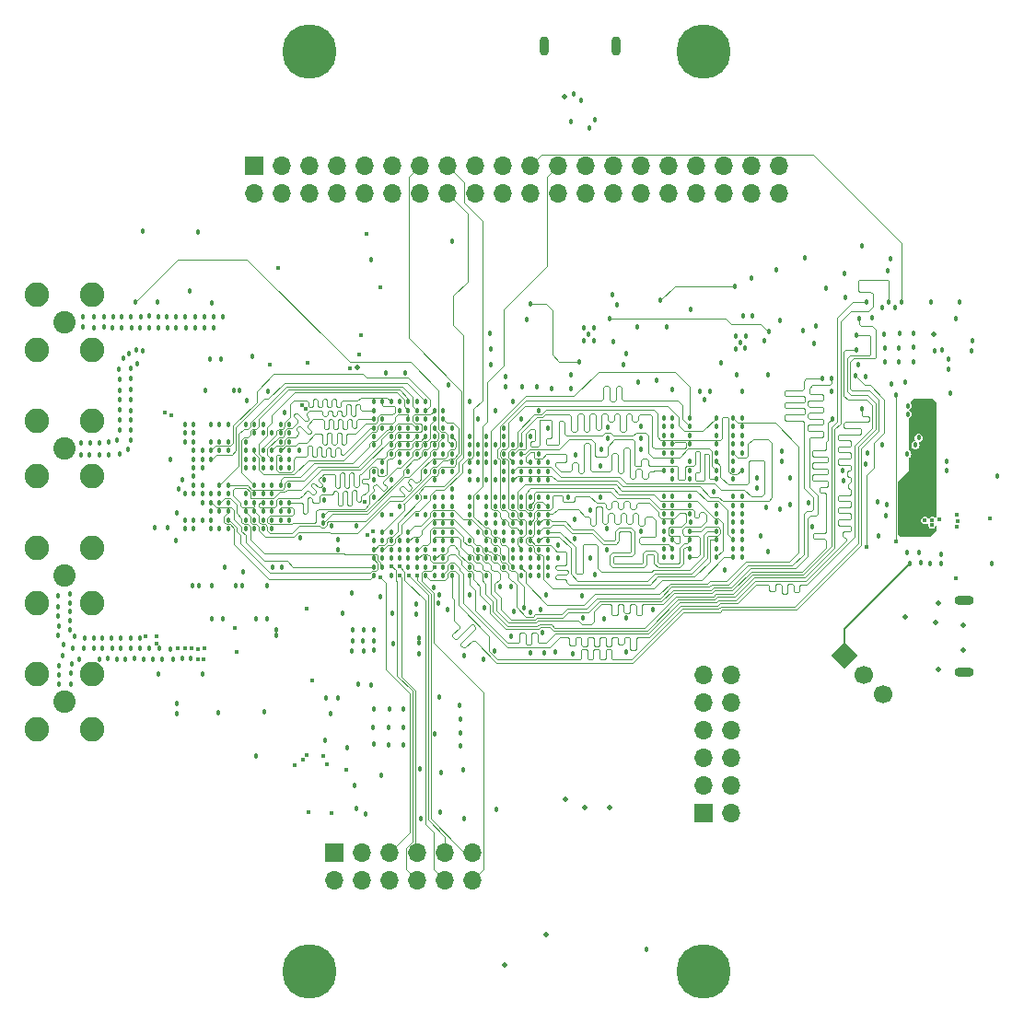
<source format=gbr>
%TF.GenerationSoftware,KiCad,Pcbnew,8.0.6*%
%TF.CreationDate,2025-01-14T20:30:26-08:00*%
%TF.ProjectId,IO_SDR_1.1,494f5f53-4452-45f3-912e-312e6b696361,rev?*%
%TF.SameCoordinates,Original*%
%TF.FileFunction,Copper,L3,Inr*%
%TF.FilePolarity,Positive*%
%FSLAX46Y46*%
G04 Gerber Fmt 4.6, Leading zero omitted, Abs format (unit mm)*
G04 Created by KiCad (PCBNEW 8.0.6) date 2025-01-14 20:30:26*
%MOMM*%
%LPD*%
G01*
G04 APERTURE LIST*
G04 Aperture macros list*
%AMHorizOval*
0 Thick line with rounded ends*
0 $1 width*
0 $2 $3 position (X,Y) of the first rounded end (center of the circle)*
0 $4 $5 position (X,Y) of the second rounded end (center of the circle)*
0 Add line between two ends*
20,1,$1,$2,$3,$4,$5,0*
0 Add two circle primitives to create the rounded ends*
1,1,$1,$2,$3*
1,1,$1,$4,$5*%
%AMRotRect*
0 Rectangle, with rotation*
0 The origin of the aperture is its center*
0 $1 length*
0 $2 width*
0 $3 Rotation angle, in degrees counterclockwise*
0 Add horizontal line*
21,1,$1,$2,0,0,$3*%
G04 Aperture macros list end*
%TA.AperFunction,ComponentPad*%
%ADD10RotRect,1.700000X1.700000X45.000000*%
%TD*%
%TA.AperFunction,ComponentPad*%
%ADD11HorizOval,1.700000X0.000000X0.000000X0.000000X0.000000X0*%
%TD*%
%TA.AperFunction,ComponentPad*%
%ADD12C,2.050000*%
%TD*%
%TA.AperFunction,ComponentPad*%
%ADD13C,2.250000*%
%TD*%
%TA.AperFunction,ComponentPad*%
%ADD14C,5.000000*%
%TD*%
%TA.AperFunction,ComponentPad*%
%ADD15R,1.700000X1.700000*%
%TD*%
%TA.AperFunction,ComponentPad*%
%ADD16O,1.700000X1.700000*%
%TD*%
%TA.AperFunction,ComponentPad*%
%ADD17O,1.800000X0.900000*%
%TD*%
%TA.AperFunction,ComponentPad*%
%ADD18O,0.900000X1.800000*%
%TD*%
%TA.AperFunction,ViaPad*%
%ADD19C,0.406400*%
%TD*%
%TA.AperFunction,ViaPad*%
%ADD20C,0.457200*%
%TD*%
%TA.AperFunction,ViaPad*%
%ADD21C,0.400000*%
%TD*%
%TA.AperFunction,ViaPad*%
%ADD22C,0.500000*%
%TD*%
%TA.AperFunction,Conductor*%
%ADD23C,0.113030*%
%TD*%
%TA.AperFunction,Conductor*%
%ADD24C,0.200000*%
%TD*%
%TA.AperFunction,Conductor*%
%ADD25C,0.101600*%
%TD*%
G04 APERTURE END LIST*
D10*
%TO.N,+5VA*%
%TO.C,J3*%
X172720000Y-108966000D03*
D11*
%TO.N,GND*%
X174516051Y-110762051D03*
%TO.N,PTI*%
X176312102Y-112558102D03*
%TD*%
D12*
%TO.N,/Sheet2/UB1*%
%TO.C,J11*%
X101015800Y-78333600D03*
D13*
%TO.N,N/C*%
X103555800Y-75793600D03*
X98475800Y-75793600D03*
X103555800Y-80873600D03*
X98475800Y-80873600D03*
%TD*%
D14*
%TO.N,GND*%
%TO.C,H2*%
X159766000Y-53454396D03*
%TD*%
%TO.N,GND*%
%TO.C,H4*%
X123516000Y-138024396D03*
%TD*%
%TO.N,GND*%
%TO.C,H3*%
X159766000Y-138024396D03*
%TD*%
D15*
%TO.N,+5VD*%
%TO.C,J6*%
X159820000Y-123500000D03*
D16*
X162360000Y-123500000D03*
X159820000Y-120960000D03*
X162360000Y-120960000D03*
%TO.N,GND*%
X159820000Y-118420001D03*
X162360000Y-118420000D03*
X159820000Y-115880000D03*
X162360000Y-115880000D03*
%TO.N,PWR_Rx*%
X159820000Y-113340000D03*
%TO.N,PWR_Tx*%
X162360000Y-113340000D03*
%TO.N,PWR_Rx1*%
X159820000Y-110800000D03*
%TO.N,PWR_Tx1*%
X162360000Y-110800000D03*
%TD*%
D17*
%TO.N,GND*%
%TO.C,J1*%
X183725000Y-110540000D03*
X183725000Y-103940000D03*
%TD*%
D12*
%TO.N,/Sheet2/UB2*%
%TO.C,J9*%
X101015800Y-89966800D03*
D13*
%TO.N,N/C*%
X103555800Y-87426800D03*
X98475800Y-87426800D03*
X103555800Y-92506800D03*
X98475800Y-92506800D03*
%TD*%
D12*
%TO.N,/Sheet2/UB4*%
%TO.C,J12*%
X101020000Y-101590000D03*
D13*
%TO.N,N/C*%
X103560000Y-99050000D03*
X98480000Y-99050000D03*
X103560000Y-104130000D03*
X98480000Y-104130000D03*
%TD*%
D12*
%TO.N,/Sheet2/UB3*%
%TO.C,J10*%
X101020000Y-113240000D03*
D13*
%TO.N,N/C*%
X103560000Y-110700000D03*
X98480000Y-110700000D03*
X103560000Y-115780000D03*
X98480000Y-115780000D03*
%TD*%
D15*
%TO.N,IO_L7P*%
%TO.C,J4*%
X118460000Y-63930000D03*
D16*
%TO.N,IO_L9N*%
X118460000Y-66470000D03*
%TO.N,PS_MI00*%
X121000000Y-63930000D03*
%TO.N,IO_L7N*%
X121000000Y-66470000D03*
%TO.N,GND*%
X123540000Y-63930000D03*
%TO.N,PS_MI011*%
X123540000Y-66470000D03*
%TO.N,IO_L12N*%
X126080000Y-63930000D03*
%TO.N,IO_L24N*%
X126080000Y-66470000D03*
%TO.N,SCL*%
X128620000Y-63930000D03*
%TO.N,IO_L10P*%
X128620000Y-66470000D03*
%TO.N,+5VD*%
X131160000Y-63930000D03*
%TO.N,SDA*%
X131160000Y-66470000D03*
%TO.N,IO_L15P_T2*%
X133700000Y-63930000D03*
%TO.N,IO_L15N_T2*%
X133700000Y-66470000D03*
%TO.N,IO_L4P_TO_35*%
X136240000Y-63930000D03*
%TO.N,IO_L4N_TO_35*%
X136240000Y-66470000D03*
%TO.N,GND*%
X138780000Y-63930000D03*
%TO.N,+5VA*%
X138780000Y-66470000D03*
%TO.N,PS_MI049*%
X141320000Y-63930000D03*
%TO.N,PS_MI048*%
X141320000Y-66470000D03*
%TO.N,PS_MIO07_500_USB_RESET_B*%
X143860000Y-63930000D03*
%TO.N,PS_MI046*%
X143860000Y-66470000D03*
%TO.N,PS_MI09*%
X146400000Y-63930000D03*
%TO.N,PS_MI052*%
X146400000Y-66470000D03*
%TO.N,unconnected-(J4-Pin_25-Pad25)*%
X148940000Y-63930000D03*
%TO.N,unconnected-(J4-Pin_26-Pad26)*%
X148940000Y-66470000D03*
%TO.N,unconnected-(J4-Pin_27-Pad27)*%
X151480000Y-63930000D03*
%TO.N,unconnected-(J4-Pin_28-Pad28)*%
X151480000Y-66470000D03*
%TO.N,TMS*%
X154020000Y-63930000D03*
%TO.N,+1V8*%
X154020000Y-66470000D03*
%TO.N,TDO*%
X156560000Y-63930000D03*
%TO.N,TCK*%
X156560000Y-66470000D03*
%TO.N,GND*%
X159100000Y-63930000D03*
%TO.N,TDI*%
X159100000Y-66470000D03*
%TO.N,UART_RX*%
X161640000Y-63930000D03*
%TO.N,EXT_CLK_EN*%
X161640000Y-66470000D03*
%TO.N,GND*%
X164180000Y-63930000D03*
%TO.N,UART_TX*%
X164180000Y-66470000D03*
%TO.N,SD_BOOT*%
X166720000Y-63930000D03*
%TO.N,JTAG_BOOT*%
X166720000Y-66470000D03*
%TD*%
D18*
%TO.N,GND*%
%TO.C,J2*%
X151720629Y-52971830D03*
X145120631Y-52971830D03*
%TD*%
D15*
%TO.N,+3V3*%
%TO.C,J5*%
X125860000Y-127080000D03*
D16*
X125860000Y-129620000D03*
%TO.N,GND*%
X128400000Y-127080000D03*
X128400000Y-129620000D03*
%TO.N,CAM0*%
X130939999Y-127080000D03*
%TO.N,CAM4*%
X130940000Y-129620000D03*
%TO.N,CAM1*%
X133480000Y-127080000D03*
%TO.N,CAM5*%
X133480000Y-129620000D03*
%TO.N,CAM2*%
X136020000Y-127080000D03*
%TO.N,CAM6*%
X136020000Y-129620000D03*
%TO.N,CAM3*%
X138560000Y-127080000D03*
%TO.N,CAM7*%
X138560000Y-129620000D03*
%TD*%
D14*
%TO.N,GND*%
%TO.C,H1*%
X123516000Y-53454396D03*
%TD*%
D19*
%TO.N,GND*%
X183110000Y-96010000D03*
X183100000Y-97140000D03*
X180790000Y-96970000D03*
X180150000Y-96540000D03*
X181450000Y-96480000D03*
X180810000Y-96540000D03*
X186130000Y-96400000D03*
X183150000Y-96590000D03*
D20*
%TO.N,+1V0*%
X135853064Y-94431664D03*
X140653054Y-92831664D03*
X135853064Y-96031654D03*
X135053064Y-92831664D03*
X135053064Y-96831654D03*
X136653064Y-96831654D03*
X135853064Y-90431674D03*
X140659124Y-89625604D03*
X166954194Y-90183004D03*
X138253054Y-96031654D03*
X135053064Y-89631674D03*
X135053064Y-91231664D03*
X140653054Y-91231664D03*
X139853054Y-90431674D03*
X135853064Y-92031664D03*
X140653054Y-95231664D03*
X140157194Y-79388004D03*
X151409394Y-75755804D03*
X140207994Y-80759604D03*
X140207994Y-82258204D03*
X140653054Y-96831654D03*
X152450794Y-82258204D03*
X135053064Y-95231664D03*
%TO.N,Net-(Q1-B)*%
X172542194Y-91986404D03*
X167792394Y-95110604D03*
%TO.N,+5VA*%
X161391594Y-82055004D03*
X113285994Y-70006014D03*
X179750000Y-100450000D03*
X166954194Y-91142214D03*
X166825014Y-78125014D03*
X127680000Y-120940500D03*
X108236014Y-69946024D03*
X178500474Y-99494034D03*
X180630000Y-100490000D03*
X143916394Y-76644804D03*
X181739994Y-80910024D03*
X175844194Y-97955404D03*
X178780000Y-100480000D03*
X182143394Y-91122804D03*
X148361394Y-81978804D03*
X183330014Y-76479972D03*
X181620000Y-100480000D03*
X178570024Y-85997444D03*
X128760000Y-123550000D03*
X109669984Y-110710014D03*
X179599994Y-99540004D03*
X169130014Y-72439984D03*
X181650000Y-99670000D03*
X182168794Y-91986404D03*
%TO.N,+1V8*%
X177027634Y-84009994D03*
X131853074Y-86431674D03*
X149791724Y-101534164D03*
X140653054Y-99231654D03*
X176259994Y-76970024D03*
X138253054Y-95231664D03*
X125070000Y-112890000D03*
X132653074Y-100831644D03*
X133453064Y-89631674D03*
X136653064Y-88031674D03*
X139053054Y-89631674D03*
X139853054Y-96031654D03*
X133648553Y-107810687D03*
X131053074Y-97631654D03*
X175309984Y-77880004D03*
X139053054Y-92831664D03*
X139853054Y-88831674D03*
X141453054Y-100831644D03*
X131053074Y-88831674D03*
X142349974Y-104960014D03*
X133648553Y-108796997D03*
X129453074Y-85631684D03*
X136653064Y-91231664D03*
X129220000Y-72560000D03*
X134253064Y-96031654D03*
X139053054Y-91231664D03*
X131853074Y-95231664D03*
X141453054Y-94431664D03*
X140653054Y-86431674D03*
X124897009Y-94683224D03*
X138253054Y-90431674D03*
X174670004Y-83329984D03*
X178346809Y-83826809D03*
X145340014Y-103360014D03*
X139853054Y-94431664D03*
X141453054Y-88831674D03*
X133653558Y-107374824D03*
X136653064Y-97631654D03*
X135053064Y-101631644D03*
X139853054Y-96831654D03*
X133453064Y-98431654D03*
X138253054Y-94431664D03*
X132653074Y-92031664D03*
X138253054Y-85631684D03*
X177437944Y-77002084D03*
X134253064Y-87231674D03*
X135853064Y-99231654D03*
X138253054Y-92831664D03*
X129453074Y-94431664D03*
X130253074Y-100031654D03*
X136653064Y-93631664D03*
X145010014Y-106849974D03*
X137422784Y-114840814D03*
X139853054Y-97631654D03*
X135469984Y-103399994D03*
X141453054Y-89631674D03*
X141453054Y-91231664D03*
X138253054Y-92031664D03*
X136653064Y-95231664D03*
D21*
X183029975Y-101900025D03*
D20*
X126180000Y-99230000D03*
X127450976Y-103207993D03*
X130253074Y-91231664D03*
%TO.N,Net-(C10-Pad1)*%
X164254984Y-77705004D03*
X172810014Y-76070004D03*
%TO.N,+1V5*%
X143053044Y-96031654D03*
X145453044Y-88031674D03*
X143853044Y-101631644D03*
X156140804Y-89542214D03*
X150977574Y-87971384D03*
X150393394Y-90056004D03*
X163340794Y-98342194D03*
X146456394Y-100012804D03*
X144653044Y-99231654D03*
X156140804Y-97542194D03*
X156140804Y-98342194D03*
X163340794Y-99942194D03*
X143853044Y-92831664D03*
X156140804Y-96742194D03*
X146456394Y-98844404D03*
X150291794Y-91580004D03*
X143053044Y-87231674D03*
X142253054Y-98431654D03*
X152704794Y-81242204D03*
X162540794Y-91942204D03*
X153779974Y-83850024D03*
X163340794Y-89542214D03*
X156940804Y-99942194D03*
X163340794Y-87942214D03*
X156140804Y-94342204D03*
X162640004Y-75010004D03*
X145453044Y-96831654D03*
X150875994Y-97320404D03*
X142253054Y-89631674D03*
X166782684Y-95492094D03*
X162540794Y-97542194D03*
X156140804Y-87942214D03*
X162540794Y-99142194D03*
X158540804Y-95142204D03*
X155828994Y-76314604D03*
X153695394Y-78727604D03*
X149402794Y-95631664D03*
X156940804Y-91942204D03*
X144653044Y-90431674D03*
X163340794Y-95942204D03*
X162540794Y-94342204D03*
%TO.N,Net-(U5-NR)*%
X165720004Y-83160004D03*
X165403374Y-80063394D03*
%TO.N,/Sheet1/TPP*%
X165784984Y-79210004D03*
X151129994Y-78016404D03*
X151510994Y-80150004D03*
%TO.N,+1V2*%
X114427004Y-81750000D03*
X119620544Y-105570414D03*
X118313194Y-81493274D03*
X115424444Y-81750000D03*
X112897004Y-90113204D03*
X113696994Y-90913204D03*
X147624794Y-83121804D03*
X119296984Y-97313194D03*
X145846794Y-84391804D03*
X114540534Y-105575404D03*
X121696984Y-91713204D03*
X115556534Y-105575404D03*
X147573994Y-84391804D03*
X120096984Y-97313194D03*
X118496984Y-88513204D03*
X113696994Y-90113204D03*
X118604554Y-105575404D03*
X119296984Y-87713214D03*
X114496994Y-95713194D03*
%TO.N,VDDA1P1_RX_VCO*%
X112897004Y-93313194D03*
X120896984Y-87713214D03*
%TO.N,+12L*%
X160350194Y-84722004D03*
X122631174Y-90113204D03*
X112897004Y-91713204D03*
X120096984Y-88513204D03*
X159892994Y-85407804D03*
X119296984Y-88513204D03*
X112897004Y-90913204D03*
X159435794Y-84722004D03*
X110540794Y-97193404D03*
X113696994Y-94913194D03*
%TO.N,/Sheet2/TX2A_N*%
X117150504Y-84620404D03*
X117696994Y-87713214D03*
%TO.N,/Sheet2/RX2A_N*%
X112097004Y-87713214D03*
D19*
X110890000Y-86870000D03*
D20*
%TO.N,/Sheet2/TX1A_N*%
X116808404Y-102527404D03*
X118496984Y-97313194D03*
%TO.N,/Sheet2/RX1A_N*%
X112897004Y-97313194D03*
X112799104Y-102532384D03*
%TO.N,/Sheet2/TX2A_P*%
X118496984Y-87713214D03*
X116580274Y-84620404D03*
%TO.N,/Sheet2/RX2A_P*%
X112897004Y-87713214D03*
D19*
X110300000Y-86590000D03*
D20*
%TO.N,TCK*%
X163347394Y-84671204D03*
X152679394Y-105550004D03*
X139053054Y-97631654D03*
%TO.N,/Sheet3/H6*%
X140653054Y-96031654D03*
X147904194Y-98260204D03*
%TO.N,/Sheet3/P6*%
X141453054Y-90431674D03*
X147345394Y-94424804D03*
X148005794Y-90538604D03*
%TO.N,FPGA-REST*%
X140653054Y-100031654D03*
X141096994Y-102603604D03*
%TO.N,+3.3V*%
X120510000Y-106650000D03*
X120510000Y-107160000D03*
X120190000Y-100890000D03*
D19*
%TO.N,Net-(C84-Pad2)*%
X116690000Y-106450000D03*
X116900000Y-108650000D03*
D20*
%TO.N,USB_OTG_N*%
X148495410Y-57939400D03*
X182329984Y-81758994D03*
%TO.N,USB_OTG_P*%
X182340000Y-82690000D03*
X147814934Y-57328942D03*
D22*
%TO.N,USB_ID*%
X147036000Y-57629984D03*
X180980000Y-79430000D03*
D20*
%TO.N,+15V*%
X154035594Y-90041414D03*
X154025594Y-87942214D03*
X165582594Y-95373794D03*
X164744394Y-92655994D03*
X154025594Y-88961614D03*
X163340794Y-94342204D03*
X156940804Y-90342214D03*
X164744394Y-93592804D03*
%TO.N,TMS*%
X141453054Y-95231664D03*
X150639974Y-105630014D03*
%TO.N,EXT_CLK_EN*%
X111328194Y-114313004D03*
X136660000Y-70910000D03*
%TO.N,UART_RX*%
X139853054Y-98431654D03*
%TO.N,UART_TX*%
X139053054Y-99231654D03*
%TO.N,SD_BOOT*%
X124992484Y-116810000D03*
%TO.N,IO_L15P_T2*%
X130253074Y-97631654D03*
%TO.N,IO_L4N_TO_35*%
X129460118Y-99238698D03*
%TO.N,IO_L4P_TO_35*%
X130253074Y-99231654D03*
%TO.N,PS_MI048*%
X135853064Y-100831644D03*
%TO.N,PS_MI049*%
X135853064Y-100031654D03*
%TO.N,PS_MI046*%
X132653074Y-99231654D03*
%TO.N,PS_MIO07_500_USB_RESET_B*%
X177969974Y-76490014D03*
%TO.N,PS_MI052*%
X138253054Y-100031654D03*
%TO.N,PS_MI09*%
X142253054Y-100831644D03*
%TO.N,IO_L9N*%
X129453074Y-92831664D03*
%TO.N,IO_L7P*%
X130253074Y-92031664D03*
%TO.N,IO_L7N*%
X129453074Y-92031664D03*
%TO.N,PS_MI00*%
X176225194Y-89598804D03*
X165049194Y-98006204D03*
X141453054Y-98431654D03*
D19*
%TO.N,PS_MI011*%
X120710000Y-73350000D03*
X123222618Y-86287330D03*
D20*
X141453054Y-100031654D03*
X125598813Y-97007378D03*
X132653074Y-97631654D03*
%TO.N,IO_L24N*%
X132653074Y-90431674D03*
%TO.N,IO_L12N*%
X130253074Y-88031674D03*
D21*
%TO.N,IO_L10P*%
X128770000Y-70210000D03*
D20*
X133453064Y-87231674D03*
%TO.N,SCL*%
X131853074Y-88031674D03*
X132333994Y-82969404D03*
%TO.N,SDA*%
X130555994Y-82969404D03*
X131853074Y-85631684D03*
%TO.N,CD*%
X134253064Y-100831644D03*
X147741517Y-108826216D03*
D22*
X148844000Y-122936000D03*
D20*
%TO.N,+3V3*%
X129240024Y-111679984D03*
D19*
X122170000Y-119090000D03*
D22*
X147066000Y-122174000D03*
D20*
X131238553Y-107881083D03*
X137720000Y-119470000D03*
D19*
X123850000Y-111250000D03*
D20*
X135660000Y-119760000D03*
D19*
X126940000Y-119510000D03*
D20*
X130124194Y-119951804D03*
X133723153Y-119392604D03*
%TO.N,Net-(Q1-C)*%
X172694594Y-92900804D03*
X179273194Y-89624204D03*
%TO.N,USR_LED*%
X145132540Y-108738750D03*
D21*
X119900000Y-82190000D03*
X123270000Y-104670000D03*
D20*
X139850000Y-100020000D03*
X112523984Y-75435984D03*
%TO.N,DONE*%
X136372594Y-84061604D03*
X136653064Y-89631674D03*
X107515974Y-76486014D03*
%TO.N,TX_VCO_1P1V_SUPPLY*%
X111886994Y-92850004D03*
X120896984Y-88513204D03*
X113696994Y-93313194D03*
%TO.N,TDO*%
X141453054Y-97631654D03*
X155143194Y-104762604D03*
%TO.N,TDI*%
X148629974Y-103490014D03*
X141453054Y-96831654D03*
%TO.N,/Sheet3/DDR-RESET*%
X143053044Y-100831644D03*
X162540794Y-87142214D03*
%TO.N,/Sheet3/DDR-CK_P*%
X144653044Y-92831664D03*
X158540804Y-92742204D03*
%TO.N,/Sheet3/DDR-CK_N*%
X144653044Y-92031664D03*
X158540804Y-91942204D03*
%TO.N,USR_BTN*%
X143916394Y-104965804D03*
X146130229Y-108602039D03*
D19*
X130088615Y-75088885D03*
D20*
%TO.N,PS_MIO06_500_QSPI0_SCLK*%
X143865594Y-108750404D03*
X135105541Y-116180456D03*
%TO.N,PS_MIO01_500_QSPI0_SS_B*%
X139590000Y-109340000D03*
X126160014Y-112850014D03*
%TO.N,JTAG_BOOT*%
X137382804Y-113590784D03*
%TO.N,/Sheet2/TX1A_P*%
X117378634Y-102527404D03*
X117696994Y-97313194D03*
%TO.N,/Sheet2/RX1A_P*%
X112097004Y-97313194D03*
X113369334Y-102532384D03*
%TO.N,IO_L08_34_CTRL_OUT0*%
X114496994Y-90113204D03*
X134253064Y-86431674D03*
%TO.N,IO_L08_34_CTRL_OUT1*%
X134253064Y-85631684D03*
X114496994Y-90913204D03*
%TO.N,IO_L11_34_TXNRX*%
X134253064Y-88031674D03*
X114496994Y-94113194D03*
%TO.N,IO_L24_35_SPI_DI*%
X129453074Y-100831644D03*
X114496994Y-94913194D03*
%TO.N,PS_MIO36_501_USB0_CLK*%
X136653064Y-101631644D03*
X174066194Y-77965604D03*
%TO.N,PS_MIO31_501_USB0_NXT*%
X170738794Y-83502804D03*
X132653074Y-98431654D03*
%TO.N,PS_MIO32_501_USB0_D0*%
X134253064Y-101631644D03*
X173837594Y-79540404D03*
%TO.N,CTRL_IN0*%
X131853074Y-98431654D03*
X115296994Y-89313204D03*
%TO.N,CTRL_IN3*%
X130253074Y-98431654D03*
X115296994Y-90113204D03*
%TO.N,IO_L10_34_EN_AGC*%
X133453064Y-86431674D03*
X115296994Y-93313194D03*
%TO.N,IO_L23_35_SPI_CLK*%
X115296994Y-94913194D03*
X130253074Y-100831644D03*
%TO.N,IO_02_34_AD9361_RST*%
X115296994Y-95713194D03*
X131053074Y-90431674D03*
%TO.N,CTRL_IN1*%
X131053074Y-99231654D03*
X116096994Y-89313204D03*
%TO.N,CTRL_IN2*%
X131053074Y-98431654D03*
X116096994Y-90113204D03*
%TO.N,IO_L11_34_ENABLE*%
X116096994Y-93313194D03*
X133453064Y-88031674D03*
%TO.N,IO_02_34_AD9361_CLKOUT*%
X116096994Y-94913194D03*
X131853074Y-91231664D03*
%TO.N,IO_L23_35_SPI_ENB*%
X129450050Y-101630960D03*
X116096994Y-95713194D03*
%TO.N,IO_L24_35_SPI_D0*%
X129453074Y-100031654D03*
X116096994Y-96513194D03*
%TO.N,IO_L19_34_TX_D9*%
X132653074Y-89631674D03*
X117696994Y-90113204D03*
%TO.N,IO_L20_34_TX_D11*%
X117696994Y-90913204D03*
X131853074Y-88831674D03*
%TO.N,IO_L06_34_RX_D10*%
X117696994Y-94913194D03*
X134253064Y-90431674D03*
%TO.N,IO_L05_34_RX_D8*%
X135853064Y-87231674D03*
X117696994Y-95713194D03*
%TO.N,IO_L18_34_TX_D7*%
X132653074Y-87231674D03*
X118496984Y-90113204D03*
%TO.N,IO_L19_34_TX_D8*%
X118496984Y-90913204D03*
X131853074Y-89631674D03*
%TO.N,IO_L20_34_TX_D10*%
X131053074Y-89631674D03*
X118496984Y-91713204D03*
%TO.N,IO_L07_34_RX_FRAME*%
X132653074Y-85631684D03*
X118496984Y-93313194D03*
%TO.N,IO_L06_34_RX_D11*%
X118496984Y-94113194D03*
X134253064Y-89631674D03*
%TO.N,IO_L05_34_RX_D9*%
X135053064Y-86431674D03*
X118496984Y-94913194D03*
%TO.N,IO_L04_34_RX_D6*%
X118496984Y-95713194D03*
X136653064Y-88831674D03*
%TO.N,IO_L17_34_TX_D5*%
X119296984Y-90113204D03*
X131053074Y-85631684D03*
%TO.N,IO_L18_34_TX_D6*%
X119296984Y-90913204D03*
X132653074Y-86431674D03*
%TO.N,IO_L09_34_TX_FRAME*%
X119296984Y-93313194D03*
X132653074Y-88831674D03*
%TO.N,IO_L04_34_RX_D7*%
X119296984Y-94913194D03*
X133453064Y-88831674D03*
%TO.N,IO_L03_34_RX_D4*%
X119296984Y-95713194D03*
X135853064Y-88831674D03*
X124790194Y-96812404D03*
%TO.N,IO_L16_34_TX_D3*%
X129453074Y-87231674D03*
X120096984Y-90113204D03*
%TO.N,IO_L17_34_TX_D4*%
X129453074Y-86431674D03*
X120096984Y-90913204D03*
%TO.N,IO_L01_34_FB_CLK*%
X133453064Y-90431674D03*
X120096984Y-91713204D03*
%TO.N,IO_L03_34_RX_D5*%
X138253054Y-88831674D03*
X120096984Y-94913194D03*
%TO.N,IO_L02_34_RX_D2*%
X135053064Y-88031674D03*
X120096984Y-95713194D03*
X124790194Y-96101204D03*
%TO.N,IO_L15_34_TX_D1*%
X120896984Y-90113204D03*
X130253074Y-85631684D03*
%TO.N,IO_L16_34_TX_D2*%
X129453074Y-88031674D03*
X120896984Y-90913204D03*
%TO.N,IO_L12_MRCC_34_DATA_CLK*%
X131053074Y-88031674D03*
X120896984Y-93313194D03*
%TO.N,SDMMC_D3*%
X133453064Y-100831644D03*
X133375394Y-105194404D03*
%TO.N,IO_L02_34_RX_D3*%
X135853064Y-88031674D03*
X120896984Y-94913194D03*
%TO.N,PS_MIO05_500_QSPI0_IO3*%
X140614394Y-108556715D03*
X135479984Y-112780014D03*
%TO.N,IO_L01_34_RX_D0*%
X135053064Y-87231674D03*
X120896984Y-95713194D03*
%TO.N,SDMMC_D2*%
X131190994Y-105118204D03*
X135053064Y-97631654D03*
%TO.N,IO_L15_34_TX_D0*%
X129453074Y-88831674D03*
X121696984Y-90913204D03*
%TO.N,IO_L01_34_RX_D1*%
X121696984Y-94913194D03*
X134253064Y-88831674D03*
%TO.N,PS_MIO33_501_USB0_D1*%
X133453064Y-99231654D03*
X171576994Y-83502804D03*
%TO.N,PS_MIO34_501_USB0_D2*%
X135853064Y-101631644D03*
X173880014Y-80900014D03*
%TO.N,PS_MIO35_501_USB0_D3*%
X173989994Y-82232804D03*
X135853064Y-97631654D03*
X165709594Y-99403204D03*
%TO.N,PS_MIO28_501_USB0_D4*%
X130047994Y-103594204D03*
X173761394Y-83248804D03*
D19*
X174810000Y-99010000D03*
D20*
X132653074Y-100031654D03*
%TO.N,PS_MIO37_501_USB0_D5*%
X174320194Y-86271404D03*
X138253054Y-101631644D03*
%TO.N,PS_MIO38_501_USB0_D6*%
X135053064Y-98431654D03*
X171627794Y-87185804D03*
%TO.N,PS_MIO39_501_USB0_D7*%
X131053074Y-100031654D03*
D19*
X177480000Y-98460000D03*
D20*
X177495194Y-85001404D03*
%TO.N,PS_MIO30_501_USB0_STP*%
X133453064Y-100031654D03*
X176830024Y-76480004D03*
%TO.N,PS_MIO29_501_USB0_DIR*%
X174751994Y-76492404D03*
X135053064Y-100031654D03*
%TO.N,/Sheet3/PS-DDR-BA1*%
X143053044Y-89631674D03*
X156940804Y-89542214D03*
%TO.N,/Sheet3/PS-DDR-CAS*%
X142253054Y-90431674D03*
X160940794Y-91942204D03*
%TO.N,/Sheet3/PS-DDR-RAS*%
X143053044Y-90431674D03*
X160940794Y-92742204D03*
%TO.N,/Sheet3/PS-DDR-ODT*%
X142253054Y-91231664D03*
X163340794Y-91942204D03*
%TO.N,/Sheet3/PS-DDR-CKE*%
X143853044Y-91231664D03*
X156140804Y-91942204D03*
%TO.N,/Sheet3/PS-DDR-A0*%
X144653044Y-91231664D03*
X160940794Y-89542214D03*
%TO.N,/Sheet3/PS-DDR-CS*%
X162540794Y-91142214D03*
X145453044Y-91231664D03*
%TO.N,/Sheet3/PS-DDR-WE*%
X142253054Y-92031664D03*
X160940794Y-91142214D03*
%TO.N,/Sheet3/PS-DDR-A4*%
X143053044Y-92031664D03*
X156940804Y-88742214D03*
%TO.N,/Sheet3/PS-DDR-A2*%
X160940794Y-88742214D03*
X143853044Y-92031664D03*
%TO.N,/Sheet3/PS-DDR-BA0*%
X142253054Y-92831664D03*
X162540794Y-90342214D03*
%TO.N,/Sheet3/PS-DDR-A6*%
X143053044Y-92831664D03*
X156940804Y-87942214D03*
%TO.N,/Sheet3/PS-DDR-A5*%
X162540794Y-88742214D03*
X145453044Y-92831664D03*
%TO.N,/Sheet3/PS-DDR-A7*%
X162540794Y-87942214D03*
X143053044Y-94431664D03*
%TO.N,/Sheet3/PS-DDR-A3*%
X143853044Y-94431664D03*
X162540794Y-89542214D03*
%TO.N,/Sheet3/PS-DDR-A1*%
X144653044Y-94431664D03*
X158540804Y-88742214D03*
%TO.N,/Sheet3/PS-DDR-A8*%
X156940804Y-87142214D03*
X145453044Y-94431664D03*
%TO.N,/Sheet3/PS-DDR-BA2*%
X142253054Y-95231664D03*
X160940794Y-90342214D03*
%TO.N,/Sheet3/PS-DDR-A9*%
X160940794Y-87942214D03*
X143053044Y-95231664D03*
%TO.N,/Sheet3/DDR-DQ12*%
X143853044Y-95231664D03*
X158540804Y-99942194D03*
%TO.N,/Sheet3/DDR-DQ15*%
X145453044Y-95231664D03*
X160940794Y-99942194D03*
%TO.N,/Sheet3/DDR-DQ11*%
X143853044Y-96031654D03*
X162540794Y-98342194D03*
%TO.N,/Sheet3/DDR-DQ13*%
X162540794Y-99942194D03*
X144653044Y-96031654D03*
%TO.N,/Sheet3/DDR-DQ14*%
X156940804Y-99142194D03*
X145453044Y-96031654D03*
%TO.N,/Sheet3/PS-DDR-A11*%
X158540804Y-87942214D03*
X143053044Y-96831654D03*
%TO.N,/Sheet3/DDR-DQ10*%
X143853044Y-96831654D03*
X156940804Y-98342194D03*
%TO.N,/Sheet3/DDR-LDQS_N*%
X160940794Y-95142204D03*
X144653044Y-100831644D03*
%TO.N,/Sheet3/PS-DDR-A10*%
X142253054Y-97631654D03*
X158540804Y-91142214D03*
%TO.N,/Sheet3/PS-DDR-A14*%
X158540804Y-87142214D03*
X143053044Y-97631654D03*
%TO.N,/Sheet3/DDR-LDQS_P*%
X160940794Y-95942204D03*
X144653044Y-100031654D03*
%TO.N,/Sheet3/DDR-UDM*%
X145453044Y-97631654D03*
X160940794Y-97542194D03*
%TO.N,SDMMC_D0*%
X135853064Y-98431654D03*
X135399974Y-104139994D03*
%TO.N,/Sheet3/PS-DDR-A12*%
X143053044Y-98431654D03*
X158540804Y-89542214D03*
%TO.N,/Sheet3/DDR-DQ9*%
X160940794Y-98342194D03*
X143853044Y-98431654D03*
%TO.N,/Sheet3/DDR-DQ8*%
X144653044Y-98431654D03*
X158540804Y-97542194D03*
%TO.N,/Sheet3/DDR-DQ7*%
X145453044Y-98431654D03*
X158540804Y-94342204D03*
%TO.N,SDMMC_CLK*%
X134253064Y-99231654D03*
X134959320Y-102690503D03*
%TO.N,/Sheet3/PS-DDR-A13*%
X160940794Y-87142214D03*
X143053044Y-99231654D03*
%TO.N,/Sheet3/DDR-DQ4*%
X160731194Y-93942204D03*
X143853044Y-99231654D03*
%TO.N,/Sheet3/DDR-DQ5*%
X156940804Y-94342204D03*
X145453044Y-99231654D03*
%TO.N,SDMMC_CMD*%
X131853074Y-100031654D03*
X133349994Y-104254604D03*
%TO.N,/Sheet3/DDR-DQ0*%
X160940794Y-96742194D03*
X143853044Y-100031654D03*
%TO.N,/Sheet3/DDR-UDQS_N*%
X158540804Y-99142194D03*
X144653044Y-97631654D03*
%TO.N,/Sheet3/DDR-DQ6*%
X145453044Y-100031654D03*
X162540794Y-95142204D03*
%TO.N,/Sheet3/DDR-DQ1*%
X158540804Y-95942204D03*
X143853044Y-100831644D03*
%TO.N,/Sheet3/DDR-UDQS_P*%
X158540804Y-98342194D03*
X144653044Y-96831654D03*
%TO.N,/Sheet3/DDR-DQ3*%
X156940804Y-95942204D03*
X143053044Y-101631644D03*
%TO.N,/Sheet3/DDR-DQ2*%
X144653044Y-101631644D03*
X162540794Y-95942204D03*
%TO.N,/Sheet3/DDR-LDM*%
X158580000Y-96720000D03*
X145453044Y-101631644D03*
%TO.N,GND*%
X119439994Y-114130000D03*
X109173368Y-109289336D03*
X132166554Y-117198804D03*
X111359994Y-113380014D03*
X132653074Y-88031674D03*
X174862307Y-90363067D03*
X112097004Y-88513204D03*
X100478905Y-103494996D03*
X130844894Y-117198804D03*
D19*
X113320000Y-108370000D03*
D20*
X128553764Y-106626864D03*
X119620544Y-102532414D03*
X137482824Y-117320824D03*
X120896984Y-91713204D03*
X104230867Y-89407674D03*
X135053064Y-94431664D03*
X156140804Y-99942194D03*
X111909099Y-109269464D03*
X100509936Y-109877799D03*
X129453074Y-98431654D03*
X132154874Y-113877144D03*
X126579984Y-105110024D03*
X105437005Y-108304054D03*
X102724608Y-78794265D03*
X113920000Y-78870000D03*
D22*
X181102000Y-105918000D03*
D20*
X102358045Y-109291571D03*
X130820004Y-115549984D03*
X154550004Y-135970635D03*
X136653064Y-92031664D03*
X176426104Y-79394714D03*
X143853044Y-88831674D03*
X106260000Y-78830000D03*
X108860000Y-77780000D03*
X112897004Y-92513204D03*
X139853054Y-95231664D03*
X109653573Y-78841151D03*
X177869134Y-79376014D03*
X114555994Y-76546004D03*
X107970000Y-107360000D03*
X105105726Y-90560986D03*
X131053074Y-101631644D03*
X163340794Y-88742214D03*
X102542220Y-90541113D03*
X169951394Y-80277004D03*
X111505994Y-93688204D03*
X112644369Y-109269464D03*
X130253074Y-87231674D03*
X125510000Y-114320000D03*
X162540794Y-96742194D03*
X106088576Y-83599862D03*
X111040000Y-109280000D03*
X156940804Y-95142204D03*
X145453044Y-92031664D03*
X102541735Y-89394425D03*
X163658294Y-79610664D03*
X114540534Y-102532384D03*
X139853054Y-101631644D03*
X121696984Y-88513204D03*
X121696984Y-95713194D03*
X112097004Y-89313204D03*
X152668728Y-108636847D03*
X171094394Y-75171604D03*
X103356977Y-90531177D03*
X106640000Y-109280000D03*
X140653054Y-97631654D03*
X114496994Y-87713214D03*
D22*
X141478000Y-137414000D03*
D20*
X144449794Y-84264804D03*
X143853044Y-97631654D03*
X126150000Y-98340000D03*
X101692328Y-109768502D03*
X120896984Y-89313204D03*
D19*
X113930000Y-108340000D03*
D20*
X121696984Y-87713214D03*
X102740000Y-77840000D03*
X177777644Y-80686244D03*
X100508713Y-106237351D03*
X105444873Y-78830512D03*
X107620000Y-80910000D03*
X149402794Y-100031654D03*
X154016884Y-97542194D03*
X133453064Y-94431664D03*
X106058767Y-82655935D03*
X163637514Y-80729984D03*
X107165881Y-108333862D03*
X100490063Y-110742237D03*
X149705154Y-80015434D03*
X117696994Y-96513194D03*
X105480000Y-77830000D03*
X122707394Y-98184004D03*
X179062174Y-81956904D03*
X101519872Y-104130051D03*
X120896984Y-96513194D03*
X177721004Y-81956904D03*
X110786104Y-90970414D03*
X120096984Y-96513194D03*
X148719994Y-105539994D03*
D19*
X109510000Y-107180000D03*
D20*
X162729564Y-80747314D03*
X174684864Y-91402204D03*
X117429984Y-101309984D03*
X139853054Y-91231664D03*
X106098849Y-88261713D03*
X147615960Y-59899971D03*
X139053054Y-87231674D03*
X129499864Y-113888824D03*
X112097004Y-94113194D03*
X167724604Y-92641414D03*
X107131679Y-88268175D03*
D22*
X178308000Y-105410000D03*
D20*
X176442264Y-80662574D03*
X127485494Y-108545024D03*
X155490004Y-83679994D03*
X106149013Y-90481497D03*
X113960000Y-84590000D03*
X145453044Y-100831644D03*
X100478905Y-107141534D03*
X116096994Y-94113194D03*
X162540794Y-92742204D03*
X149701244Y-78862884D03*
X131853074Y-90431674D03*
X108338738Y-109289336D03*
X156440014Y-78729994D03*
X102833754Y-108313990D03*
X112897004Y-94113194D03*
X115296994Y-87713214D03*
X163409984Y-77750004D03*
X156140804Y-95142204D03*
X101533248Y-105740725D03*
X104542758Y-108323926D03*
X150288954Y-94453044D03*
X180720994Y-76441604D03*
X103767896Y-78809169D03*
X113696994Y-94113194D03*
X182956194Y-77965604D03*
X176606194Y-95059804D03*
X131853074Y-99231654D03*
X179077764Y-80631384D03*
X101555328Y-106584187D03*
X104993594Y-109276088D03*
X116096994Y-87713214D03*
X115296994Y-94113194D03*
X117830594Y-85534804D03*
X100985645Y-107946356D03*
X136653064Y-100831644D03*
X106270000Y-77820000D03*
X106099616Y-84562876D03*
D19*
X113310000Y-109290000D03*
D20*
X128530344Y-108576214D03*
X101612839Y-111586803D03*
X182473594Y-84823604D03*
X133453064Y-85631684D03*
X107740000Y-82180000D03*
X130903364Y-113888824D03*
X104710000Y-77810000D03*
X134253064Y-100031654D03*
X100519872Y-111576867D03*
X169824394Y-97117204D03*
X156940804Y-92742204D03*
X156140804Y-90342214D03*
D19*
X109460000Y-107860000D03*
D20*
X100837826Y-109023297D03*
X110482120Y-78870000D03*
X117696994Y-89313204D03*
X138253054Y-96831654D03*
X144828003Y-104778003D03*
X120096984Y-94113194D03*
X104211480Y-90551049D03*
X108020000Y-77800000D03*
X137750000Y-108960000D03*
X168960794Y-79057804D03*
X130253074Y-96031654D03*
X107111807Y-83518733D03*
X174381050Y-71288540D03*
X140736400Y-123123069D03*
X137770000Y-123990000D03*
X107091935Y-84502404D03*
X135610000Y-123350000D03*
X135853064Y-96831654D03*
X107129570Y-87302678D03*
D22*
X181356000Y-110236000D03*
D20*
X136653064Y-96031654D03*
X111277394Y-98412604D03*
X150977574Y-88990784D03*
X171576994Y-84722004D03*
X113696994Y-96513194D03*
X156879994Y-84520024D03*
X121029974Y-100890014D03*
X129489394Y-106626864D03*
X115296994Y-97313194D03*
X111277005Y-78876624D03*
X143053044Y-91231664D03*
X127555694Y-106642454D03*
X121696984Y-90113204D03*
X107172429Y-89199744D03*
X124913306Y-92790452D03*
X143535394Y-78092604D03*
X109372394Y-97218804D03*
X106950000Y-81190000D03*
X117696994Y-91713204D03*
X161772594Y-101079604D03*
X102860000Y-107360000D03*
X144653044Y-86431674D03*
X106172274Y-108313990D03*
X105072121Y-89381177D03*
X127049984Y-117419984D03*
X118496984Y-96513194D03*
X100468969Y-104468731D03*
X138253054Y-91231664D03*
X144653044Y-95231664D03*
X141630394Y-84239404D03*
X121696984Y-93313194D03*
X101770594Y-108274246D03*
X169417994Y-94932804D03*
X175767994Y-94882004D03*
X119296984Y-94113194D03*
X114496994Y-97313194D03*
X137452804Y-116100804D03*
X114734758Y-78876624D03*
X129488174Y-117140274D03*
D19*
X113830000Y-109290000D03*
D20*
X163340794Y-87142214D03*
D22*
X183642000Y-106172000D03*
D20*
X176437844Y-81932724D03*
X108832732Y-78823632D03*
X112177876Y-78883248D03*
X135853064Y-89631674D03*
X127860000Y-123040000D03*
X147980394Y-96456804D03*
X135853064Y-95231664D03*
X108260000Y-80940000D03*
X113699994Y-110710014D03*
X110742867Y-108363671D03*
X104290000Y-109280000D03*
X105900127Y-89182456D03*
X163340794Y-96742194D03*
X142253054Y-85631684D03*
X104505237Y-107360256D03*
X113905242Y-77783376D03*
D19*
X112710000Y-108330000D03*
D20*
X116096994Y-97313194D03*
X129504994Y-107585964D03*
X111262247Y-77790000D03*
X156940804Y-97542194D03*
X143128994Y-84264804D03*
X108815269Y-108323926D03*
X156140804Y-88742214D03*
X103730000Y-107360015D03*
X138253054Y-98431654D03*
X101528832Y-104950255D03*
X163340794Y-90342214D03*
D22*
X183642000Y-108458000D03*
D20*
X107460000Y-109270000D03*
X164209974Y-74309984D03*
X135053064Y-88831674D03*
X139853054Y-89631674D03*
X106217538Y-107359023D03*
X134253064Y-92031664D03*
X107160000Y-77810000D03*
X129481624Y-108506004D03*
D19*
X112090000Y-108320000D03*
D22*
X151130000Y-122936000D03*
D20*
X163340794Y-95142204D03*
X129453074Y-89631674D03*
X139053054Y-90431674D03*
X135053064Y-96031654D03*
D19*
X108500000Y-107180000D03*
D20*
X163340794Y-97542194D03*
X135853064Y-86431674D03*
X150875994Y-99254054D03*
X103369741Y-89394425D03*
X186816994Y-92494404D03*
X119296984Y-91713204D03*
D22*
X145288000Y-134620000D03*
D20*
X115780004Y-100880014D03*
X106129424Y-87305232D03*
X156940804Y-96742194D03*
X163340794Y-99142194D03*
X106099616Y-86410986D03*
X136245594Y-104711804D03*
X107950831Y-108313990D03*
X148786384Y-78862884D03*
X103750000Y-77840000D03*
X107131679Y-82544998D03*
X107130000Y-107360000D03*
X109545994Y-76486014D03*
X176529994Y-96075804D03*
X119296984Y-96513194D03*
X106480000Y-81630000D03*
X121696984Y-96513194D03*
X179577994Y-88938404D03*
X110467362Y-77783376D03*
X109710000Y-77810000D03*
X162764214Y-79614114D03*
X106099616Y-85486931D03*
X156140804Y-99142194D03*
X141604994Y-83299604D03*
X127532274Y-107585964D03*
X142138394Y-102629004D03*
X176750014Y-73620024D03*
X112897004Y-89313204D03*
X118630000Y-118210000D03*
X156140804Y-87142214D03*
X124920000Y-93738594D03*
X151815794Y-76695604D03*
X107180000Y-78830256D03*
X112097004Y-96513194D03*
X128498594Y-107594394D03*
X136653064Y-90431674D03*
X104649987Y-78797392D03*
X114496994Y-89313204D03*
X106844538Y-89984693D03*
X108011350Y-78830256D03*
X129429704Y-115561364D03*
X136653064Y-94431664D03*
X141453054Y-92031664D03*
X170103794Y-78702204D03*
X114720000Y-77790000D03*
X166450004Y-73519994D03*
X100468969Y-105333169D03*
X115610690Y-77854533D03*
X176940004Y-72519994D03*
X101952771Y-107233344D03*
X132201664Y-115584734D03*
X117696994Y-94113194D03*
X131053074Y-92831664D03*
X184450024Y-80919984D03*
X163201394Y-80184044D03*
X142120004Y-107230014D03*
X186308994Y-100491214D03*
X112897004Y-96513194D03*
X139053054Y-100031654D03*
X140653054Y-94431664D03*
X141453054Y-88031674D03*
X113057364Y-77790000D03*
X160940794Y-99142194D03*
X115188994Y-114236804D03*
X109779068Y-108304054D03*
X133790000Y-123960000D03*
X105387324Y-107350191D03*
X119760994Y-84645804D03*
D19*
X111450000Y-108320000D03*
D20*
X110030000Y-109300000D03*
X112897004Y-88513204D03*
X120096984Y-93313194D03*
X113072122Y-78876624D03*
X143053044Y-100031654D03*
X179069994Y-79389984D03*
D22*
X181356000Y-104140000D03*
D20*
X107101871Y-85446331D03*
X113696994Y-91713204D03*
X112163118Y-77796624D03*
X149227124Y-79453074D03*
X135053064Y-92031664D03*
X103767745Y-108313990D03*
X156140804Y-95942204D03*
X148746104Y-79992014D03*
X101510000Y-103300000D03*
X101612839Y-110603132D03*
X142253054Y-94431664D03*
X139853054Y-92831664D03*
X107131679Y-86430002D03*
X128049984Y-111630004D03*
X121234194Y-86627004D03*
X162869974Y-83189974D03*
X105840000Y-109280000D03*
X111328194Y-95821804D03*
X158640014Y-77160014D03*
X135053064Y-90431674D03*
X121696984Y-89313204D03*
%TO.N,Net-(C14-Pad1)*%
X180063644Y-86884614D03*
X178435554Y-97353174D03*
X180392014Y-86370004D03*
X178377384Y-96710494D03*
X179750004Y-86370004D03*
X178989984Y-96798684D03*
%TO.N,Net-(U13-VDD33)*%
X181010804Y-80916674D03*
%TO.N,Net-(U14G-PS_DDR_VRP_502)*%
X142253054Y-96031654D03*
%TO.N,Net-(U14G-PS_DDR_VRN_502)*%
X142253054Y-96831654D03*
%TO.N,Net-(U18-ZQ0)*%
X156940804Y-91142214D03*
%TO.N,Net-(U12-RBIAS)*%
X114496994Y-96513194D03*
%TO.N,Net-(U14H-PS_CLK_500)*%
X140653054Y-98431654D03*
X139609974Y-104539994D03*
%TO.N,Net-(U14H-PS_MIO14_500)*%
X142253054Y-100031654D03*
%TO.N,Net-(U14H-PS_MIO7_500)*%
X139853054Y-99231654D03*
X143255994Y-104559404D03*
%TO.N,Net-(U14H-PS_MIO8_500)*%
X142253054Y-99231654D03*
%TO.N,Net-(U14I-PS_MIO_VREF_501)*%
X127888994Y-97066404D03*
X136653064Y-98431654D03*
%TO.N,Net-(U14I-PS_SRST_B_501)*%
X138250014Y-103399994D03*
X138253054Y-100831644D03*
D19*
%TO.N,SDA-1*%
X124850000Y-118250000D03*
X123272509Y-118110503D03*
%TO.N,SCLK-1*%
X125140000Y-119000000D03*
X123000222Y-118560222D03*
%TO.N,SD0-1*%
X123480000Y-123360000D03*
X125580000Y-123430000D03*
%TO.N,BNO_boot*%
X133480514Y-96010000D03*
X123420000Y-82040000D03*
%TO.N,EXTSYN*%
X129390174Y-97560778D03*
X122869526Y-85922799D03*
D21*
%TO.N,BNO_RESET*%
X131078126Y-96001436D03*
D19*
X127290000Y-82550000D03*
D22*
%TO.N,H-INT*%
X127930000Y-82470000D03*
D19*
X128888710Y-97915878D03*
D20*
%TO.N,+5VD*%
X172770794Y-73876204D03*
%TO.N,+5VP*%
X149788981Y-59732790D03*
X149306380Y-60443990D03*
X178511194Y-90437004D03*
X184496604Y-80004614D03*
X178561994Y-86779404D03*
D19*
%TO.N,H_TX*%
X128270000Y-79490000D03*
X134230000Y-94440000D03*
%TO.N,H_RX*%
X128110000Y-81330000D03*
X128660394Y-94828015D03*
%TO.N,CAM1*%
X131870000Y-101640000D03*
%TO.N,CAM2*%
X132680000Y-101620000D03*
%TO.N,CAM5*%
X131110000Y-100780000D03*
%TO.N,CAM7*%
X135090000Y-100830000D03*
%TO.N,CAM0*%
X130060000Y-101780000D03*
%TO.N,CAM3*%
X133460000Y-101610000D03*
%TO.N,CAM6*%
X131837035Y-100796687D03*
%TO.N,CAM4*%
X135082962Y-99252547D03*
D20*
%TO.N,Net-(U14C-INIT_B_0)*%
X138253054Y-89631674D03*
%TO.N,Net-(U14C-PROGRAM_B_0)*%
X141453054Y-92831664D03*
%TO.N,Net-(U14C-VP_0)*%
X139053054Y-94431664D03*
%TD*%
D23*
%TO.N,+5VA*%
X143916394Y-76644824D02*
X145274824Y-76644824D01*
X146518824Y-81978824D02*
X148361394Y-81978824D01*
D24*
X172720000Y-106540000D02*
X178780000Y-100480000D01*
X172720000Y-108966000D02*
X172720000Y-106540000D01*
D23*
X145872194Y-81332194D02*
X146518824Y-81978824D01*
X145274824Y-76644824D02*
X145872194Y-77242194D01*
X145872194Y-77242194D02*
X145872194Y-81332194D01*
%TO.N,+1V5*%
X157143304Y-75000314D02*
X162630284Y-75000314D01*
X155828994Y-76314624D02*
X157143304Y-75000314D01*
%TO.N,/Sheet1/TPP*%
X161823394Y-78016424D02*
X162331394Y-78524424D01*
X162331394Y-78524424D02*
X165044394Y-78524424D01*
X165729994Y-79210024D02*
X165784984Y-79210024D01*
X165044394Y-78524424D02*
X165729994Y-79210024D01*
X151129994Y-78016424D02*
X161823394Y-78016424D01*
%TO.N,IO_L15P_T2*%
X135451214Y-91870474D02*
X135691854Y-91629834D01*
X132670000Y-79812112D02*
X132670000Y-64960000D01*
X135214274Y-92433544D02*
X135451214Y-92196594D01*
X132163362Y-94995054D02*
X132297164Y-94995054D01*
X132670000Y-64960000D02*
X133700000Y-63930000D01*
X137503324Y-84645436D02*
X132670000Y-79812112D01*
X137051204Y-91396604D02*
X137051204Y-90916304D01*
X135451214Y-92196594D02*
X135451214Y-91870474D01*
X135691854Y-91629834D02*
X136817974Y-91629834D01*
X132239789Y-95644959D02*
X132239789Y-95071481D01*
X137503324Y-90464184D02*
X137503324Y-84645436D01*
X130253074Y-97631674D02*
X132239789Y-95644959D01*
X134858674Y-92433544D02*
X135214274Y-92433544D01*
X132239789Y-95071481D02*
X132163362Y-94995054D01*
X137051204Y-90916304D02*
X137503324Y-90464184D01*
X136817974Y-91629834D02*
X137051204Y-91396604D01*
X132297164Y-94995054D02*
X134858674Y-92433544D01*
%TO.N,IO_L4N_TO_35*%
X137729384Y-79549384D02*
X136778994Y-78598994D01*
X138107054Y-68337054D02*
X136240000Y-66470000D01*
X131217984Y-98029824D02*
X131673594Y-97574214D01*
X137299584Y-91211834D02*
X137729384Y-90782034D01*
X136778994Y-75908224D02*
X138107054Y-74580164D01*
X129935444Y-98833524D02*
X130414284Y-98833524D01*
X136778994Y-78598994D02*
X136778994Y-75908224D01*
X138107054Y-74580164D02*
X138107054Y-68337054D01*
X131673594Y-97574214D02*
X131673594Y-96758032D01*
X133613247Y-94044949D02*
X133613247Y-93982503D01*
X133839779Y-94591847D02*
X133839779Y-94271481D01*
X131673594Y-96758032D02*
X133839779Y-94591847D01*
X130414284Y-98833524D02*
X130654924Y-98592884D01*
X133613247Y-93982503D02*
X134161526Y-93434224D01*
X130654924Y-98592884D02*
X130654924Y-98266754D01*
X129537304Y-99231674D02*
X129935444Y-98833524D01*
X129453074Y-99231674D02*
X129537304Y-99231674D01*
X130891864Y-98029824D02*
X131217984Y-98029824D01*
X137299584Y-92024634D02*
X137299584Y-91211834D01*
X134161526Y-93434224D02*
X135889994Y-93434224D01*
X133839779Y-94271481D02*
X133613247Y-94044949D01*
X137729384Y-90782034D02*
X137729384Y-79549384D01*
X130654924Y-98266754D02*
X130891864Y-98029824D01*
X135889994Y-93434224D02*
X137299584Y-92024634D01*
%TO.N,IO_L4P_TO_35*%
X130253074Y-99231674D02*
X130337304Y-99231674D01*
X130337304Y-99231674D02*
X130735444Y-98833524D01*
X139445994Y-85534824D02*
X139445994Y-69030814D01*
X134666349Y-94271481D02*
X135173406Y-93764424D01*
X131454924Y-98592884D02*
X131454924Y-98266754D01*
X137771885Y-67356715D02*
X137771885Y-65461885D01*
X139445994Y-69030814D02*
X138107054Y-67691884D01*
X132024724Y-97696954D02*
X132024724Y-96954813D01*
X138651204Y-86329614D02*
X139445994Y-85534824D01*
X135957264Y-93764424D02*
X137591794Y-92129894D01*
X130735444Y-98833524D02*
X131214274Y-98833524D01*
X132024724Y-96954813D02*
X133330852Y-95648685D01*
X135173406Y-93764424D02*
X135957264Y-93764424D01*
X137591794Y-92129894D02*
X137591794Y-91329894D01*
X131454924Y-98266754D02*
X132024724Y-97696954D01*
X131214274Y-98833524D02*
X131454924Y-98592884D01*
X138651204Y-90596604D02*
X138651204Y-86329614D01*
X138089994Y-90831694D02*
X138416114Y-90831694D01*
X138416114Y-90831694D02*
X138651204Y-90596604D01*
X138107054Y-67691884D02*
X137771885Y-67356715D01*
X133661315Y-95648685D02*
X134666349Y-94643651D01*
X137771885Y-65461885D02*
X136240000Y-63930000D01*
X134666349Y-94643651D02*
X134666349Y-94271481D01*
X133330852Y-95648685D02*
X133661315Y-95648685D01*
X137591794Y-91329894D02*
X138089994Y-90831694D01*
%TO.N,PS_MIO07_500_USB_RESET_B*%
X144868115Y-62921885D02*
X143860000Y-63930000D01*
X169868255Y-62921885D02*
X144868115Y-62921885D01*
X177969974Y-71023604D02*
X169868255Y-62921885D01*
X177969974Y-76490034D02*
X177969974Y-71023604D01*
%TO.N,PS_MI09*%
X141053054Y-98594734D02*
X141053054Y-98268614D01*
X139688144Y-97229824D02*
X138654914Y-96196594D01*
X141854904Y-99070464D02*
X141615184Y-98830744D01*
X139451204Y-89792894D02*
X139451204Y-87917214D01*
X139928594Y-87439824D02*
X139928594Y-83807624D01*
X142253054Y-100831664D02*
X142253054Y-100747444D01*
X141053054Y-98268614D02*
X140817964Y-98033524D01*
X139451204Y-87917214D02*
X139928594Y-87439824D01*
X139454914Y-93421624D02*
X139454914Y-89796604D01*
X141854904Y-100349294D02*
X141854904Y-99070464D01*
X140491844Y-98033524D02*
X140251204Y-97792884D01*
X140251204Y-97792884D02*
X140251204Y-97466764D01*
X140817964Y-98033524D02*
X140491844Y-98033524D01*
X145391885Y-64938115D02*
X146400000Y-63930000D01*
X139928594Y-83807624D02*
X141439894Y-82296324D01*
X141439894Y-77114724D02*
X145391885Y-73162733D01*
X140014264Y-97229824D02*
X139688144Y-97229824D01*
X138654914Y-96196594D02*
X138654914Y-94221624D01*
X139454914Y-89796604D02*
X139451204Y-89792894D01*
X141615184Y-98830744D02*
X141289064Y-98830744D01*
X141289064Y-98830744D02*
X141053054Y-98594734D01*
X138654914Y-94221624D02*
X139454914Y-93421624D01*
X141439894Y-82296324D02*
X141439894Y-77114724D01*
X140251204Y-97466764D02*
X140014264Y-97229824D01*
X145391885Y-73162733D02*
X145391885Y-64938115D01*
X142253054Y-100747444D02*
X141854904Y-100349294D01*
%TO.N,PS_MI011*%
X141054904Y-99549294D02*
X141453054Y-99947444D01*
X134651214Y-95870474D02*
X134888154Y-95633534D01*
X133218324Y-97066424D02*
X133781384Y-97066424D01*
X141054904Y-99549294D02*
X141054904Y-99070464D01*
X134651214Y-96196594D02*
X134651214Y-95870474D01*
X134888154Y-95633534D02*
X136890004Y-95633534D01*
X139689524Y-98031204D02*
X140015644Y-98031204D01*
X136890004Y-95633534D02*
X137689994Y-96433534D01*
X141453054Y-100031674D02*
X141453054Y-99947444D01*
X133781384Y-97066424D02*
X134651214Y-96196594D01*
X138417974Y-96433534D02*
X139451204Y-97466764D01*
X139451204Y-97792884D02*
X139689524Y-98031204D01*
X140253974Y-98595654D02*
X140489994Y-98831674D01*
X140489994Y-98831674D02*
X140816114Y-98831674D01*
X137689994Y-96433534D02*
X138417974Y-96433534D01*
X139451204Y-97792884D02*
X139451204Y-97466764D01*
X140816114Y-98831674D02*
X141054904Y-99070464D01*
X132653074Y-97631674D02*
X133218324Y-97066424D01*
X140253974Y-98595654D02*
X140253974Y-98269534D01*
X140015644Y-98031204D02*
X140253974Y-98269534D01*
%TO.N,DONE*%
X135451214Y-88192904D02*
X135690004Y-88431694D01*
X135451214Y-84562634D02*
X135451214Y-88192904D01*
X107515974Y-76486014D02*
X111441988Y-72560000D01*
X127244224Y-82004224D02*
X132892794Y-82004224D01*
X117800000Y-72560000D02*
X127244224Y-82004224D01*
X135690004Y-88431694D02*
X136016124Y-88431694D01*
X136254914Y-88670484D02*
X136254914Y-89233544D01*
X111441988Y-72560000D02*
X117800000Y-72560000D01*
X132892794Y-82004224D02*
X135451214Y-84562634D01*
X136016124Y-88431694D02*
X136254914Y-88670484D01*
X136254914Y-89233544D02*
X136653064Y-89631694D01*
%TO.N,/Sheet3/DDR-RESET*%
X143053044Y-100907484D02*
X143454904Y-101309334D01*
X168554394Y-99504824D02*
X168554394Y-89725824D01*
X149783794Y-103340224D02*
X155748974Y-103340224D01*
X156724844Y-102364354D02*
X160132264Y-102364354D01*
X143454904Y-102319934D02*
X143454904Y-101309334D01*
X143454904Y-102319934D02*
X145440394Y-104305424D01*
X163677594Y-100368424D02*
X167690794Y-100368424D01*
X145440394Y-104305424D02*
X148818594Y-104305424D01*
X160132264Y-102364354D02*
X160400994Y-102095624D01*
X161950394Y-102095624D02*
X163677594Y-100368424D01*
X168554394Y-89725824D02*
X166372664Y-87544094D01*
X166372664Y-87544094D02*
X162942644Y-87544094D01*
X143053044Y-100907484D02*
X143053044Y-100831664D01*
X155748974Y-103340224D02*
X156724844Y-102364354D01*
X160400994Y-102095624D02*
X161950394Y-102095624D01*
X167690794Y-100368424D02*
X168554394Y-99504824D01*
X162942644Y-87544094D02*
X162540794Y-87142234D01*
X148818594Y-104305424D02*
X149783794Y-103340224D01*
%TO.N,IO_L08_34_CTRL_OUT0*%
X128803394Y-83452024D02*
X132636454Y-83452024D01*
X116295264Y-89711374D02*
X116560214Y-89446424D01*
X118694194Y-84671224D02*
X120268994Y-83096424D01*
X116560214Y-87795804D02*
X118694194Y-85661824D01*
X114496994Y-90113224D02*
X114497004Y-90113224D01*
X132636454Y-83452024D02*
X134651214Y-85466784D01*
X114497004Y-90113224D02*
X114898854Y-89711374D01*
X120268994Y-83096424D02*
X128447794Y-83096424D01*
X128447794Y-83096424D02*
X128803394Y-83452024D01*
X118694194Y-85661824D02*
X118694194Y-84671224D01*
X114898854Y-89711374D02*
X116295264Y-89711374D01*
X116560214Y-89446424D02*
X116560214Y-87795804D01*
X134651214Y-86033554D02*
X134651214Y-85466784D01*
X134253064Y-86431694D02*
X134651214Y-86033554D01*
%TO.N,IO_L08_34_CTRL_OUT1*%
X133648194Y-85026824D02*
X134253064Y-85631704D01*
X121234194Y-83883824D02*
X132505194Y-83883824D01*
X114573804Y-90913224D02*
X114975664Y-90511374D01*
X114975664Y-90511374D02*
X116410044Y-90511374D01*
X119735594Y-85382424D02*
X121234194Y-83883824D01*
X116814254Y-90107164D02*
X116814254Y-87951984D01*
X119383814Y-85382424D02*
X119735594Y-85382424D01*
X114496994Y-90913224D02*
X114573804Y-90913224D01*
X116814254Y-87951984D02*
X119383814Y-85382424D01*
X116410044Y-90511374D02*
X116814254Y-90107164D01*
X132505194Y-83883824D02*
X133648194Y-85026824D01*
%TO.N,IO_L24_35_SPI_DI*%
X116354934Y-95311364D02*
X116622824Y-95579254D01*
X114581224Y-94913214D02*
X114979364Y-95311364D01*
X117678194Y-98539624D02*
X117678194Y-97930024D01*
X117678194Y-98539624D02*
X119430794Y-100292224D01*
X122027644Y-100831664D02*
X129453074Y-100831664D01*
X114979364Y-95311364D02*
X116354934Y-95311364D01*
X114496994Y-94913214D02*
X114581224Y-94913214D01*
X116622824Y-96454834D02*
X117298844Y-97130854D01*
X119430794Y-100292224D02*
X121488194Y-100292224D01*
X117298844Y-97550674D02*
X117298844Y-97130854D01*
X116622824Y-96454834D02*
X116622824Y-95579254D01*
X121488194Y-100292224D02*
X122027644Y-100831664D01*
X117298844Y-97550674D02*
X117678194Y-97930024D01*
%TO.N,PS_MIO36_501_USB0_CLK*%
X174243994Y-78702224D02*
X174066194Y-78524424D01*
X136653064Y-103631194D02*
X136653064Y-101631664D01*
X161303714Y-104974964D02*
X161525074Y-104753604D01*
X136693134Y-107232524D02*
X136929894Y-107469284D01*
X168385614Y-104753604D02*
X174298149Y-98841069D01*
X138434464Y-106122544D02*
X138592294Y-106122544D01*
X136929894Y-107469284D02*
X137087724Y-107469284D01*
X138695694Y-107597534D02*
X138758284Y-107660134D01*
X137482314Y-108021704D02*
X137482314Y-107863874D01*
X137482314Y-108021704D02*
X137719074Y-108258464D01*
X136653064Y-103631194D02*
X136880594Y-103858724D01*
X137087724Y-107469284D02*
X138434464Y-106122544D01*
X140722844Y-109624694D02*
X153293594Y-109624694D01*
X136693134Y-107232524D02*
X136693134Y-107074684D01*
X136880594Y-105782434D02*
X136880594Y-103858724D01*
X175640994Y-81547024D02*
X175640994Y-79032424D01*
X175905664Y-85484024D02*
X175042064Y-84620424D01*
X174298149Y-98841069D02*
X174298149Y-89900269D01*
X138592294Y-106122544D02*
X138829054Y-106359304D01*
X138758284Y-107660134D02*
X140722844Y-109624694D01*
X137719074Y-108258464D02*
X137876914Y-108258464D01*
X138537844Y-107597534D02*
X138695684Y-107597534D01*
X173456594Y-84620424D02*
X173278794Y-84442624D01*
X136693134Y-107074684D02*
X137354064Y-106413754D01*
X137094584Y-105996434D02*
X137354064Y-106255914D01*
X153293594Y-109624694D02*
X157943324Y-104974964D01*
X175042064Y-84620424D02*
X173456594Y-84620424D01*
X157943324Y-104974964D02*
X161303714Y-104974964D01*
X173278794Y-81953424D02*
X173561164Y-81671054D01*
X161525074Y-104753604D02*
X168385614Y-104753604D01*
X138829054Y-106517134D02*
X138829054Y-106359304D01*
X175516964Y-81671054D02*
X175640994Y-81547024D01*
X175905664Y-88292754D02*
X175905664Y-85484024D01*
X174066194Y-78524424D02*
X174066194Y-77965624D01*
X137876914Y-108258464D02*
X138537844Y-107597534D01*
X174298149Y-89900269D02*
X175905664Y-88292754D01*
X137482314Y-107863874D02*
X138829054Y-106517134D01*
X138695684Y-107597534D02*
X138695694Y-107597544D01*
X173561164Y-81671054D02*
X175516964Y-81671054D01*
X175640994Y-79032424D02*
X175310794Y-78702224D01*
X136880594Y-105782434D02*
X137094584Y-105996434D01*
X175310794Y-78702224D02*
X174243994Y-78702224D01*
X173278794Y-84442624D02*
X173278794Y-81953424D01*
X137354064Y-106413754D02*
X137354064Y-106255914D01*
%TO.N,PS_MIO31_501_USB0_NXT*%
X141852354Y-101794034D02*
X141852354Y-101467914D01*
X163844724Y-100658494D02*
X167959524Y-100658494D01*
X140816114Y-100431674D02*
X141052124Y-100667684D01*
X167256944Y-86136954D02*
X167368554Y-86248564D01*
X142619344Y-104531094D02*
X143484214Y-105395964D01*
X141616574Y-101232134D02*
X141852354Y-101467914D01*
X169110224Y-86694994D02*
X169110224Y-86360164D01*
X168986194Y-95923424D02*
X169240194Y-95669424D01*
X138888144Y-98829814D02*
X139214264Y-98829814D01*
X167368554Y-86806594D02*
X168998624Y-86806594D01*
X169214794Y-83502824D02*
X170738794Y-83502824D01*
X168986194Y-93535824D02*
X169898944Y-94448574D01*
X133614274Y-98033524D02*
X133854924Y-97792884D01*
X140251204Y-100192874D02*
X140251204Y-99866754D01*
X168998624Y-86806594D02*
X169110224Y-86694994D01*
X168998624Y-86248564D02*
X169110224Y-86360164D01*
X138651204Y-98592884D02*
X138651204Y-98266754D01*
X167256944Y-85802134D02*
X167368554Y-85690524D01*
X167256944Y-87253034D02*
X167368554Y-87364634D01*
X168986194Y-84462844D02*
X168986194Y-83731424D01*
X162070154Y-102433064D02*
X163844724Y-100658494D01*
X143484214Y-105395964D02*
X144094564Y-105395964D01*
X134888154Y-96433534D02*
X136817974Y-96433534D01*
X140489994Y-100431674D02*
X140816114Y-100431674D01*
X168874584Y-84574444D02*
X168986194Y-84462844D01*
X167368554Y-85132484D02*
X168998624Y-85132484D01*
X167256944Y-87253034D02*
X167256944Y-86918204D01*
X167368554Y-85690524D02*
X168998624Y-85690524D01*
X168986194Y-93535824D02*
X168986194Y-87476244D01*
X144306264Y-105184264D02*
X146745954Y-105184264D01*
X167256944Y-85020874D02*
X167368554Y-85132484D01*
X167256944Y-86136954D02*
X167256944Y-85802134D01*
X142619344Y-104531094D02*
X142619344Y-102429804D01*
X133854924Y-97466764D02*
X134888154Y-96433534D01*
X167368554Y-86248564D02*
X168998624Y-86248564D01*
X160342514Y-102654424D02*
X160563874Y-102433064D01*
X141290454Y-101232134D02*
X141616574Y-101232134D01*
X167368554Y-84574444D02*
X168874584Y-84574444D01*
X142301454Y-102111924D02*
X142386754Y-102197224D01*
X133135444Y-98033524D02*
X133614274Y-98033524D01*
X133854924Y-97792884D02*
X133854924Y-97466764D01*
X141852354Y-101794034D02*
X142170244Y-102111924D01*
X142386754Y-102197224D02*
X142619344Y-102429804D01*
X144094564Y-105395964D02*
X144306264Y-105184264D01*
X168998624Y-85132484D02*
X169110224Y-85244094D01*
X169734104Y-95669424D02*
X169898944Y-95504584D01*
X142170244Y-102111924D02*
X142301454Y-102111924D01*
X168986194Y-99631824D02*
X168986194Y-95923424D01*
X167256944Y-84686054D02*
X167368554Y-84574444D01*
X139689074Y-99630744D02*
X140015194Y-99630744D01*
X156844994Y-102654424D02*
X160342514Y-102654424D01*
X160563874Y-102433064D02*
X162070154Y-102433064D01*
X139453054Y-99394734D02*
X139453054Y-99068614D01*
X168998624Y-85690524D02*
X169110224Y-85578914D01*
X132653074Y-98431674D02*
X132737294Y-98431674D01*
X149021794Y-104686424D02*
X150006684Y-103701534D01*
X139453054Y-99394734D02*
X139689074Y-99630744D01*
X141052124Y-100993804D02*
X141052124Y-100667684D01*
X136817974Y-96433534D02*
X138651204Y-98266754D01*
X138651204Y-98592884D02*
X138888144Y-98829814D01*
X140015194Y-99630744D02*
X140251204Y-99866754D01*
X167368554Y-87364634D02*
X168874584Y-87364634D01*
X167959524Y-100658494D02*
X168986194Y-99631824D01*
X169898944Y-95504584D02*
X169898944Y-94448574D01*
X141052124Y-100993804D02*
X141290454Y-101232134D01*
X169110224Y-85578914D02*
X169110224Y-85244094D01*
X150006684Y-103701534D02*
X155797884Y-103701534D01*
X132737294Y-98431674D02*
X133135444Y-98033524D01*
X140251204Y-100192874D02*
X140489994Y-100431674D01*
X167256944Y-85020874D02*
X167256944Y-84686054D01*
X168874584Y-87364634D02*
X168986194Y-87476244D01*
X139214264Y-98829814D02*
X139453054Y-99068614D01*
X147243794Y-104686424D02*
X149021794Y-104686424D01*
X146745954Y-105184264D02*
X147243794Y-104686424D01*
X167256944Y-86918204D02*
X167368554Y-86806594D01*
X155797884Y-103701534D02*
X156844994Y-102654424D01*
X169240194Y-95669424D02*
X169734104Y-95669424D01*
X168986194Y-83731424D02*
X169214794Y-83502824D01*
%TO.N,PS_MIO32_501_USB0_D0*%
X140842994Y-109334624D02*
X148435224Y-109334624D01*
X137244394Y-104364424D02*
X137244394Y-101504724D01*
X175615594Y-88144094D02*
X175615594Y-85814224D01*
X140080994Y-108572624D02*
X140080994Y-107201024D01*
X150220944Y-109223014D02*
X150220944Y-108503484D01*
X136253064Y-101468604D02*
X136488144Y-101233524D01*
X134253064Y-101631664D02*
X134651214Y-102029814D01*
X174853594Y-85052224D02*
X175615594Y-85814224D01*
X136017974Y-102029814D02*
X136253064Y-101794724D01*
X137244394Y-104364424D02*
X140080994Y-107201024D01*
X172973994Y-84696624D02*
X173329594Y-85052224D01*
X149551294Y-109334624D02*
X149662904Y-109223014D01*
X150778984Y-109223014D02*
X150778984Y-108503484D01*
X173216234Y-81380984D02*
X175054684Y-81380984D01*
X173837594Y-79540424D02*
X175054684Y-79540424D01*
X157823174Y-104684904D02*
X161183564Y-104684904D01*
X150109334Y-108391874D02*
X150220944Y-108503484D01*
X136488144Y-101233524D02*
X136973194Y-101233524D01*
X175158394Y-81277274D02*
X175158394Y-79644134D01*
X150890584Y-108391874D02*
X151225414Y-108391874D01*
X136973194Y-101233524D02*
X137244394Y-101504724D01*
X149774514Y-108391874D02*
X150109334Y-108391874D01*
X151448624Y-109334624D02*
X153173444Y-109334624D01*
X173989994Y-89769694D02*
X175615594Y-88144094D01*
X175054684Y-79540424D02*
X175158394Y-79644134D01*
X173329594Y-85052224D02*
X174853594Y-85052224D01*
X168142284Y-104463534D02*
X173989994Y-98615824D01*
X172973994Y-81623224D02*
X173216234Y-81380984D01*
X150220944Y-109223014D02*
X150332544Y-109334624D01*
X148546824Y-108503484D02*
X148658434Y-108391874D01*
X151337014Y-109223014D02*
X151448624Y-109334624D01*
X149104864Y-109223014D02*
X149104864Y-108503484D01*
X172973994Y-84696624D02*
X172973994Y-81623224D01*
X149216474Y-109334624D02*
X149551294Y-109334624D01*
X148993254Y-108391874D02*
X149104864Y-108503484D01*
X150667374Y-109334624D02*
X150778984Y-109223014D01*
X149104864Y-109223014D02*
X149216474Y-109334624D01*
X161183564Y-104684904D02*
X161404924Y-104463534D01*
X149662904Y-108503484D02*
X149774514Y-108391874D01*
X140080994Y-108572624D02*
X140842994Y-109334624D01*
X148546824Y-109223014D02*
X148546824Y-108503484D01*
X151225414Y-108391874D02*
X151337014Y-108503484D01*
X150778984Y-108503484D02*
X150890584Y-108391874D01*
X173989994Y-98615824D02*
X173989994Y-89769694D01*
X153173444Y-109334624D02*
X157823174Y-104684904D01*
X150332544Y-109334624D02*
X150667374Y-109334624D01*
X175054684Y-81380984D02*
X175158394Y-81277274D01*
X149662904Y-109223014D02*
X149662904Y-108503484D01*
X148435224Y-109334624D02*
X148546824Y-109223014D01*
X148658434Y-108391874D02*
X148993254Y-108391874D01*
X136253064Y-101794724D02*
X136253064Y-101468604D01*
X161404924Y-104463534D02*
X168142284Y-104463534D01*
X151337014Y-109223014D02*
X151337014Y-108503484D01*
X134651214Y-102029814D02*
X136017974Y-102029814D01*
%TO.N,IO_L10_34_EN_AGC*%
X118095134Y-87878144D02*
X118095134Y-87552024D01*
X118095134Y-87552024D02*
X121418404Y-84228754D01*
X133051214Y-86029844D02*
X133453064Y-86431694D01*
X132094724Y-84228754D02*
X133051214Y-85185244D01*
X121418404Y-84228754D02*
X132094724Y-84228754D01*
X117858194Y-88115084D02*
X118095134Y-87878144D01*
X117068594Y-91541614D02*
X117068594Y-88578564D01*
X117532074Y-88115084D02*
X117858194Y-88115084D01*
X133051214Y-86029844D02*
X133051214Y-85185244D01*
X117068594Y-88578564D02*
X117532074Y-88115084D01*
X115296994Y-93313214D02*
X117068594Y-91541614D01*
%TO.N,IO_L23_35_SPI_CLK*%
X117859254Y-96912414D02*
X118098844Y-97152004D01*
X118098844Y-98299874D02*
X118098844Y-97152004D01*
X129741184Y-99629814D02*
X129854934Y-99743554D01*
X130077284Y-100562744D02*
X130253074Y-100738534D01*
X130077284Y-100562744D02*
X130077284Y-100418934D01*
X116848884Y-95881514D02*
X117293544Y-96326174D01*
X117293544Y-96672824D02*
X117533134Y-96912414D01*
X117293544Y-96672824D02*
X117293544Y-96326174D01*
X116848884Y-95881514D02*
X116848884Y-95102044D01*
X130253074Y-100831664D02*
X130253074Y-100738534D01*
X115381224Y-94913214D02*
X115779364Y-94515074D01*
X115296994Y-94913214D02*
X115381224Y-94913214D01*
X126797174Y-99619504D02*
X126807484Y-99629814D01*
X126807484Y-99629814D02*
X129741184Y-99629814D01*
X118098844Y-98299874D02*
X119418474Y-99619504D01*
X129854934Y-100196584D02*
X130077284Y-100418934D01*
X129854934Y-100196584D02*
X129854934Y-99743554D01*
X117533134Y-96912414D02*
X117859254Y-96912414D01*
X115779364Y-94515074D02*
X116261904Y-94515074D01*
X119418474Y-99619504D02*
X126797174Y-99619504D01*
X116261904Y-94515074D02*
X116848884Y-95102044D01*
%TO.N,IO_L11_34_ENABLE*%
X130832274Y-88433544D02*
X131214274Y-88433544D01*
X118260134Y-93711364D02*
X121061894Y-93711364D01*
X131214274Y-88433544D02*
X131451214Y-88196604D01*
X132970694Y-87633554D02*
X133368844Y-88031694D01*
X121538994Y-92875424D02*
X123037594Y-92875424D01*
X133368844Y-88031694D02*
X133453064Y-88031694D01*
X117861994Y-93313214D02*
X118260134Y-93711364D01*
X128057134Y-91590694D02*
X130175984Y-89471844D01*
X123037594Y-92875424D02*
X124322324Y-91590694D01*
X121061894Y-93711364D02*
X121298834Y-93474424D01*
X131451214Y-88196604D02*
X131451214Y-87870484D01*
X131451214Y-87870484D02*
X131688154Y-87633554D01*
X130175984Y-89089834D02*
X130832274Y-88433544D01*
X121298834Y-93115584D02*
X121538994Y-92875424D01*
X116096994Y-93313214D02*
X117861994Y-93313214D01*
X131688154Y-87633554D02*
X132970694Y-87633554D01*
X121298834Y-93474424D02*
X121298834Y-93115584D01*
X124322324Y-91590694D02*
X128057134Y-91590694D01*
X130175984Y-89471844D02*
X130175984Y-89089834D01*
%TO.N,IO_L23_35_SPI_ENB*%
X116616474Y-98697104D02*
X116616474Y-97269634D01*
X119862594Y-101943224D02*
X129141524Y-101943224D01*
X115698844Y-96678124D02*
X115935784Y-96915064D01*
X129141524Y-101943224D02*
X129453074Y-101631664D01*
X116096994Y-95797444D02*
X116096994Y-95713214D01*
X115698844Y-96195584D02*
X116096994Y-95797444D01*
X115698844Y-96678124D02*
X115698844Y-96195584D01*
X116261904Y-96915064D02*
X116616474Y-97269634D01*
X116616474Y-98697104D02*
X119862594Y-101943224D01*
X115935784Y-96915064D02*
X116261904Y-96915064D01*
%TO.N,IO_L24_35_SPI_D0*%
X129453074Y-100115894D02*
X129851224Y-100514044D01*
X129851224Y-100996584D02*
X129851224Y-100514044D01*
X129614284Y-101233524D02*
X129851224Y-100996584D01*
X129130934Y-101390744D02*
X129288164Y-101233524D01*
X117195594Y-98666624D02*
X119919724Y-101390744D01*
X119919724Y-101390744D02*
X129130934Y-101390744D01*
X116842534Y-97576964D02*
X116842534Y-97175994D01*
X116096994Y-96513214D02*
X116179754Y-96513214D01*
X116179754Y-96513214D02*
X116842534Y-97175994D01*
X117195594Y-98666624D02*
X117195594Y-97930024D01*
X129453074Y-100115894D02*
X129453074Y-100031674D01*
X129288164Y-101233524D02*
X129614284Y-101233524D01*
X116842534Y-97576964D02*
X117195594Y-97930024D01*
%TO.N,IO_L05_34_RX_D8*%
X127997830Y-97740000D02*
X130957406Y-94780424D01*
X125439214Y-97650624D02*
X125528590Y-97740000D01*
X118095134Y-96674414D02*
X118332074Y-96911354D01*
X118895134Y-97148294D02*
X118895134Y-97474414D01*
X137277264Y-88092844D02*
X136766594Y-87582164D01*
X135819044Y-91066774D02*
X136254914Y-91066774D01*
X137277264Y-90370544D02*
X137277264Y-88092844D01*
X117696994Y-95803394D02*
X118095134Y-96201534D01*
X132105394Y-94780424D02*
X134654924Y-92230894D01*
X118095134Y-96201534D02*
X118095134Y-96674414D01*
X118895134Y-97474414D02*
X119503144Y-98082424D01*
X136766594Y-87582164D02*
X136203534Y-87582164D01*
X136203534Y-87582164D02*
X135853064Y-87231694D01*
X134888154Y-91633544D02*
X135252274Y-91633544D01*
X136491854Y-90829834D02*
X136817974Y-90829834D01*
X134654924Y-91866774D02*
X134888154Y-91633544D01*
X136817974Y-90829834D02*
X137277264Y-90370544D01*
X130957406Y-94780424D02*
X132105394Y-94780424D01*
X122554994Y-97650624D02*
X125439214Y-97650624D01*
X118332074Y-96911354D02*
X118658194Y-96911354D01*
X117696994Y-95713214D02*
X117696994Y-95803394D01*
X122123194Y-98082424D02*
X122554994Y-97650624D01*
X134654924Y-92230894D02*
X134654924Y-91866774D01*
X135252274Y-91633544D02*
X135819044Y-91066774D01*
X136254914Y-91066774D02*
X136491854Y-90829834D01*
X125528590Y-97740000D02*
X127997830Y-97740000D01*
X118658194Y-96911354D02*
X118895134Y-97148294D01*
X119503144Y-98082424D02*
X122123194Y-98082424D01*
%TO.N,IO_L18_34_TX_D7*%
X132581794Y-86833554D02*
X132648004Y-86899764D01*
X130091864Y-87629844D02*
X131217984Y-87629844D01*
X131688154Y-86833554D02*
X132581794Y-86833554D01*
X131453074Y-87068634D02*
X131688154Y-86833554D01*
X118896984Y-90756984D02*
X118496984Y-90356984D01*
X118896984Y-90756984D02*
X118896984Y-91876284D01*
X129854934Y-87866784D02*
X130091864Y-87629844D01*
X129617994Y-88429844D02*
X129854934Y-88192904D01*
X118496984Y-90356984D02*
X118496984Y-90113204D01*
X129291874Y-88429844D02*
X129617994Y-88429844D01*
X131453074Y-87394754D02*
X131453074Y-87068634D01*
X132648004Y-86899764D02*
X132648004Y-87226624D01*
X123469394Y-90995824D02*
X126725884Y-90995824D01*
X126725884Y-90995824D02*
X128752594Y-88969114D01*
X118896984Y-91876284D02*
X119358134Y-92337424D01*
X132648004Y-87226624D02*
X132653074Y-87231694D01*
X129854934Y-88192904D02*
X129854934Y-87866784D01*
X119358134Y-92337424D02*
X122127794Y-92337424D01*
X128752594Y-88969114D02*
X129291874Y-88429844D01*
X122127794Y-92337424D02*
X123469394Y-90995824D01*
X131217984Y-87629844D02*
X131453074Y-87394754D01*
%TO.N,IO_L07_34_RX_FRAME*%
X117860054Y-88913224D02*
X118096064Y-88677214D01*
X118898844Y-87874434D02*
X118898844Y-87260574D01*
X118096064Y-88677214D02*
X118096064Y-88351094D01*
X132627464Y-85606094D02*
X132653074Y-85631704D01*
X117322594Y-92138824D02*
X118496984Y-93313214D01*
X131825994Y-84518824D02*
X132627464Y-85320294D01*
X118898844Y-87260574D02*
X121640594Y-84518824D01*
X132627464Y-85606094D02*
X132627464Y-85320294D01*
X121640594Y-84518824D02*
X131825994Y-84518824D01*
X117298844Y-89148314D02*
X117533934Y-88913224D01*
X117298844Y-91878134D02*
X117322594Y-91901884D01*
X117298844Y-91878134D02*
X117298844Y-89148314D01*
X118332544Y-88114614D02*
X118658664Y-88114614D01*
X118658664Y-88114614D02*
X118898844Y-87874434D01*
X118096064Y-88351094D02*
X118332544Y-88114614D01*
X117533934Y-88913224D02*
X117860054Y-88913224D01*
X117322594Y-92138824D02*
X117322594Y-91901884D01*
%TO.N,IO_L05_34_RX_D9*%
X133219664Y-86833554D02*
X134651214Y-86833554D01*
X116712994Y-93561224D02*
X117708054Y-93561224D01*
X121304844Y-93937424D02*
X121527194Y-93715074D01*
X122807544Y-93715074D02*
X124641854Y-91880764D01*
X117708054Y-93561224D02*
X118098844Y-93952014D01*
X117195594Y-95161424D02*
X117347994Y-95313824D01*
X118098844Y-94448854D02*
X118165054Y-94515074D01*
X116560594Y-94285124D02*
X116560594Y-93713624D01*
X133054924Y-87396614D02*
X133290004Y-87631694D01*
X133054924Y-86998294D02*
X133219664Y-86833554D01*
X128240944Y-91880764D02*
X128752594Y-91369114D01*
X117195594Y-95161424D02*
X117195594Y-94920124D01*
X116560594Y-94285124D02*
X117195594Y-94920124D01*
X118098844Y-94448854D02*
X118098844Y-93952014D01*
X120835834Y-93937424D02*
X121304844Y-93937424D01*
X134651214Y-86833554D02*
X135053064Y-86431694D01*
X117347994Y-95313824D02*
X118430774Y-95313824D01*
X130888154Y-89233544D02*
X131214274Y-89233544D01*
X121527194Y-93715074D02*
X122807544Y-93715074D01*
X131451224Y-88996604D02*
X131451224Y-88670484D01*
X128752594Y-91369114D02*
X130888154Y-89233544D01*
X118165054Y-94515074D02*
X120258194Y-94515074D01*
X133719664Y-87631694D02*
X133851214Y-87763244D01*
X131214274Y-89233544D02*
X131451224Y-88996604D01*
X116560594Y-93713624D02*
X116712994Y-93561224D01*
X133851214Y-88310204D02*
X133851214Y-87763244D01*
X133727874Y-88433544D02*
X133851214Y-88310204D01*
X120258194Y-94515074D02*
X120835834Y-93937424D01*
X131688154Y-88433544D02*
X133727874Y-88433544D01*
X131451224Y-88670484D02*
X131688154Y-88433544D01*
X133054924Y-87396614D02*
X133054924Y-86998294D01*
X124641854Y-91880764D02*
X128240944Y-91880764D01*
X118430774Y-95313824D02*
X118496984Y-95247614D01*
X133290004Y-87631694D02*
X133719664Y-87631694D01*
X118496984Y-95247614D02*
X118496984Y-94913214D01*
%TO.N,IO_L04_34_RX_D6*%
X132193314Y-93365814D02*
X132626944Y-93799444D01*
X134888154Y-90833544D02*
X136014274Y-90833544D01*
X132626944Y-93799444D02*
X132766674Y-93799444D01*
X132976284Y-93589844D02*
X132976284Y-93450114D01*
X119133924Y-96913214D02*
X119460044Y-96913214D01*
X132053584Y-93365814D02*
X132193314Y-93365814D01*
X132826304Y-92741204D02*
X132966034Y-92741204D01*
X137051204Y-89229834D02*
X136653064Y-88831694D01*
X136815194Y-90032614D02*
X137051204Y-89796604D01*
X118895134Y-96111354D02*
X118895134Y-96674414D01*
X125334526Y-96585474D02*
X128709504Y-96585474D01*
X132966034Y-92741204D02*
X133325614Y-93100784D01*
X133807194Y-91914494D02*
X134888154Y-90833544D01*
X132766674Y-93799444D02*
X132976284Y-93589844D01*
X131843984Y-93715144D02*
X131843984Y-93575414D01*
X121986264Y-97711354D02*
X122657618Y-97040000D01*
X133807194Y-92758924D02*
X133807194Y-91914494D01*
X137051204Y-89796604D02*
X137051204Y-89229834D01*
X133703734Y-92862384D02*
X133807194Y-92758924D01*
X132237644Y-94328474D02*
X132277614Y-94288514D01*
X119696064Y-97475344D02*
X119932074Y-97711354D01*
X136251214Y-90270484D02*
X136489074Y-90032614D01*
X118895134Y-96674414D02*
X119133924Y-96913214D01*
X130966504Y-94328474D02*
X132237644Y-94328474D01*
X132616704Y-93090534D02*
X132616704Y-92950804D01*
X136489074Y-90032614D02*
X136815194Y-90032614D01*
X132616704Y-92950804D02*
X132826304Y-92741204D01*
X136014274Y-90833544D02*
X136251214Y-90596604D01*
X125176909Y-96743091D02*
X125334526Y-96585474D01*
X136251214Y-90596604D02*
X136251214Y-90270484D01*
X125176909Y-96972587D02*
X125176909Y-96743091D01*
X131843984Y-93575414D02*
X132053584Y-93365814D01*
X119696064Y-97149224D02*
X119696064Y-97475344D01*
X119460044Y-96913214D02*
X119696064Y-97149224D01*
X119932074Y-97711354D02*
X121986264Y-97711354D01*
X124950377Y-97199119D02*
X125176909Y-96972587D01*
X133325614Y-93100784D02*
X133465344Y-93100784D01*
X132277614Y-94288514D02*
X132277614Y-94148774D01*
X124630011Y-97199119D02*
X124950377Y-97199119D01*
X132976284Y-93450114D02*
X132616704Y-93090534D01*
X133465344Y-93100784D02*
X133703734Y-92862384D01*
X122657618Y-97040000D02*
X124470892Y-97040000D01*
X118496984Y-95713214D02*
X118895134Y-96111354D01*
X132277614Y-94148774D02*
X131843984Y-93715144D01*
X128709504Y-96585474D02*
X130966504Y-94328474D01*
X124470892Y-97040000D02*
X124630011Y-97199119D01*
%TO.N,IO_L17_34_TX_D5*%
X125742374Y-85399584D02*
X125914794Y-85399584D01*
X123888914Y-85528894D02*
X124018224Y-85399584D01*
X125052714Y-85399584D02*
X125182024Y-85528894D01*
X120733924Y-88113224D02*
X121060044Y-88113224D01*
X123328564Y-85561984D02*
X123457874Y-85691304D01*
X125182024Y-86012314D02*
X125182024Y-85528894D01*
X123759604Y-86141634D02*
X123888914Y-86012314D01*
X123587184Y-86141634D02*
X123759604Y-86141634D01*
X124449264Y-86141634D02*
X124621674Y-86141634D01*
X121298834Y-87874434D02*
X121298834Y-87548314D01*
X125483754Y-86141634D02*
X125613064Y-86012314D01*
X125311344Y-86141634D02*
X125483754Y-86141634D01*
X123457874Y-86012314D02*
X123457874Y-85691304D01*
X126604454Y-85561984D02*
X127988834Y-85561984D01*
X119351394Y-89830624D02*
X120495134Y-88686884D01*
X121767594Y-85890424D02*
X122096034Y-85561984D01*
X124319954Y-86012314D02*
X124449264Y-86141634D01*
X123888914Y-86012314D02*
X123888914Y-85528894D01*
X125182024Y-86012314D02*
X125311344Y-86141634D01*
X125914794Y-85399584D02*
X126044104Y-85528894D01*
X125613064Y-85528894D02*
X125742374Y-85399584D01*
X126173414Y-86141634D02*
X126345834Y-86141634D01*
X119296984Y-90113224D02*
X119351394Y-90058824D01*
X126044104Y-86012314D02*
X126044104Y-85528894D01*
X124190644Y-85399584D02*
X124319954Y-85528894D01*
X121298834Y-87548314D02*
X121767594Y-87079554D01*
X126044104Y-86012314D02*
X126173414Y-86141634D01*
X124018224Y-85399584D02*
X124190644Y-85399584D01*
X126345834Y-86141634D02*
X126475144Y-86012314D01*
X122096034Y-85561984D02*
X123328564Y-85561984D01*
X120495134Y-88352024D02*
X120733924Y-88113224D01*
X124621674Y-86141634D02*
X124750994Y-86012314D01*
X128317264Y-85233554D02*
X130654924Y-85233554D01*
X124880304Y-85399584D02*
X125052714Y-85399584D01*
X121767594Y-87079554D02*
X121767594Y-85890424D01*
X119351394Y-90058824D02*
X119351394Y-89830624D01*
X123457874Y-86012314D02*
X123587184Y-86141634D01*
X130654924Y-85233554D02*
X131053074Y-85631704D01*
X120495134Y-88686884D02*
X120495134Y-88352024D01*
X127988834Y-85561984D02*
X128317264Y-85233554D01*
X125613064Y-86012314D02*
X125613064Y-85528894D01*
X124319954Y-86012314D02*
X124319954Y-85528894D01*
X126475144Y-85691304D02*
X126604454Y-85561984D01*
X121060044Y-88113224D02*
X121298834Y-87874434D01*
X126475144Y-86012314D02*
X126475144Y-85691304D01*
X124750994Y-85528894D02*
X124880304Y-85399584D01*
X124750994Y-86012314D02*
X124750994Y-85528894D01*
%TO.N,IO_L18_34_TX_D6*%
X120116594Y-86855624D02*
X122212218Y-84760000D01*
X122212218Y-84760000D02*
X131584570Y-84760000D01*
X132251214Y-85426644D02*
X132251214Y-86029844D01*
X118898844Y-90432324D02*
X118898844Y-89546574D01*
X119695134Y-87988284D02*
X120116594Y-87566824D01*
X120116594Y-87566824D02*
X120116594Y-86855624D01*
X132251214Y-86029844D02*
X132653074Y-86431694D01*
X131584570Y-84760000D02*
X132251214Y-85426644D01*
X119695134Y-88750284D02*
X119695134Y-87988284D01*
X119296984Y-90913224D02*
X119296984Y-90830464D01*
X119296984Y-90830464D02*
X118898844Y-90432324D01*
X118898844Y-89546574D02*
X119695134Y-88750284D01*
%TO.N,IO_L04_34_RX_D7*%
X118999494Y-94952724D02*
X119257474Y-94952724D01*
X130414284Y-90833544D02*
X130651224Y-90596604D01*
X128310784Y-92291224D02*
X129768464Y-90833544D01*
X122642494Y-94515074D02*
X122948664Y-94208894D01*
X126922734Y-93553714D02*
X127095154Y-93553714D01*
X126362384Y-93424404D02*
X126362384Y-92300134D01*
X127655504Y-93359284D02*
X127655504Y-92300134D01*
X125802034Y-92291224D02*
X125931344Y-92420534D01*
X128086534Y-93359284D02*
X128086534Y-92420534D01*
X127224464Y-92300134D02*
X127353774Y-92170824D01*
X129768464Y-90833544D02*
X130414284Y-90833544D01*
X126233074Y-93553714D02*
X126362384Y-93424404D01*
X124700324Y-93397044D02*
X124700324Y-93214164D01*
X131452144Y-89795674D02*
X131452144Y-89640000D01*
X124866344Y-92291224D02*
X125802034Y-92291224D01*
X119257474Y-94952724D02*
X119296984Y-94913214D01*
X120497594Y-94653424D02*
X120635944Y-94515074D01*
X126491694Y-92170824D02*
X126664114Y-92170824D01*
X128086534Y-92420534D02*
X128215854Y-92291224D01*
X127655504Y-93359284D02*
X127784814Y-93488594D01*
X130890014Y-90031684D02*
X131216134Y-90031684D01*
X124578414Y-93518954D02*
X124700324Y-93397044D01*
X130651224Y-90270484D02*
X130890014Y-90031684D01*
X123316054Y-93841514D02*
X123498934Y-93841514D01*
X123691354Y-93241484D02*
X123813274Y-93119564D01*
X123691354Y-93424354D02*
X124114704Y-93847704D01*
X131216134Y-90031684D02*
X131452144Y-89795674D01*
X123498934Y-93841514D02*
X123809914Y-94152494D01*
X124702284Y-92455284D02*
X124866344Y-92291224D01*
X127957224Y-93488594D02*
X128086534Y-93359284D01*
X131452144Y-89640000D02*
X131452144Y-89469554D01*
X126060664Y-93553714D02*
X126233074Y-93553714D01*
X127353774Y-92170824D02*
X127526184Y-92170824D01*
X125931344Y-93424404D02*
X126060664Y-93553714D01*
X131688154Y-89233544D02*
X132968454Y-89233544D01*
X122948664Y-94208894D02*
X123316054Y-93841514D01*
X124395534Y-93518954D02*
X124578414Y-93518954D01*
X133370314Y-88831694D02*
X133453064Y-88831694D01*
X131452144Y-89469554D02*
X131688154Y-89233544D01*
X124413294Y-92927134D02*
X124700324Y-93214164D01*
X126793424Y-93424404D02*
X126793424Y-92300134D01*
X127224464Y-93424404D02*
X127224464Y-92300134D01*
X118897394Y-95054834D02*
X118999494Y-94952724D01*
X118963604Y-95311364D02*
X120345194Y-95311364D01*
X120635944Y-94515074D02*
X122642494Y-94515074D01*
X123809914Y-94152494D02*
X123992784Y-94152494D01*
X124413294Y-92744264D02*
X124702284Y-92455284D01*
X124413294Y-92927134D02*
X124413294Y-92744264D01*
X127095154Y-93553714D02*
X127224464Y-93424404D01*
X127526184Y-92170824D02*
X127655504Y-92300134D01*
X118897394Y-95245144D02*
X118897394Y-95054834D01*
X125931344Y-93424404D02*
X125931344Y-92420534D01*
X120345194Y-95311364D02*
X120497594Y-95158964D01*
X123813274Y-93119564D02*
X123996144Y-93119564D01*
X128215854Y-92291224D02*
X128308494Y-92291224D01*
X123996144Y-93119564D02*
X124395534Y-93518954D01*
X130651224Y-90596604D02*
X130651224Y-90270484D01*
X118897394Y-95245144D02*
X118963604Y-95311364D01*
X120497594Y-95158964D02*
X120497594Y-94653424D01*
X127784814Y-93488594D02*
X127957224Y-93488594D01*
X132968454Y-89233544D02*
X133370314Y-88831694D01*
X128308494Y-92291224D02*
X128310784Y-92291224D01*
X124114704Y-94030574D02*
X124114704Y-93847704D01*
X126793424Y-93424404D02*
X126922734Y-93553714D01*
X131452144Y-89795674D02*
X131452144Y-89469554D01*
X126664114Y-92170824D02*
X126793424Y-92300134D01*
X126362384Y-92300134D02*
X126491694Y-92170824D01*
X123992784Y-94152494D02*
X124114704Y-94030574D01*
X123691354Y-93424354D02*
X123691354Y-93241484D01*
%TO.N,IO_L03_34_RX_D4*%
X124790194Y-96812424D02*
X125681734Y-95920884D01*
X132702594Y-92545224D02*
X134651214Y-90596604D01*
X135853064Y-88914454D02*
X135853064Y-88831694D01*
X134651214Y-90596604D02*
X134651214Y-90270484D01*
X135451214Y-89316304D02*
X135853064Y-88914454D01*
X132291169Y-92545224D02*
X132702594Y-92545224D01*
X134888154Y-90033544D02*
X135214274Y-90033544D01*
X125681734Y-95920884D02*
X128915509Y-95920884D01*
X135214274Y-90033544D02*
X135451214Y-89796604D01*
X135451214Y-89796604D02*
X135451214Y-89316304D01*
X134651214Y-90270484D02*
X134888154Y-90033544D01*
X128915509Y-95920884D02*
X132291169Y-92545224D01*
%TO.N,IO_L16_34_TX_D3*%
X122395974Y-88217334D02*
X122395974Y-88034464D01*
X127164774Y-87230374D02*
X127337194Y-87230374D01*
X123933584Y-87231694D02*
X124750964Y-87231694D01*
X122580524Y-88584754D02*
X122580524Y-88401874D01*
X126604424Y-88056184D02*
X126733744Y-88185494D01*
X125311314Y-88056184D02*
X125311314Y-87359684D01*
X122250194Y-88915084D02*
X122580524Y-88584754D01*
X124880274Y-88056184D02*
X125009584Y-88185494D01*
X127466504Y-87907744D02*
X127466504Y-87359684D01*
X123574874Y-88603774D02*
X123696784Y-88481854D01*
X127897544Y-87361004D02*
X128026854Y-87231694D01*
X125440624Y-87230374D02*
X125613044Y-87230374D01*
X122517894Y-87912544D02*
X122700764Y-87912544D01*
X121532064Y-88915084D02*
X122250194Y-88915084D01*
X127466504Y-87907744D02*
X127595814Y-88037054D01*
X125613044Y-87230374D02*
X125742354Y-87359684D01*
X125311314Y-87359684D02*
X125440624Y-87230374D01*
X122700764Y-87912544D02*
X123391994Y-88603774D01*
X121058194Y-89715084D02*
X121295134Y-89478134D01*
X125182004Y-88185494D02*
X125311314Y-88056184D01*
X120096984Y-90113224D02*
X120495134Y-89715084D01*
X121295134Y-89478134D02*
X121295134Y-89152014D01*
X127768234Y-88037054D02*
X127897544Y-87907744D01*
X122395974Y-88034464D02*
X122517894Y-87912544D01*
X121295134Y-89152014D02*
X121532064Y-88915084D01*
X124750964Y-87231694D02*
X124880274Y-87361004D01*
X126173394Y-87359684D02*
X126302704Y-87230374D01*
X128026854Y-87231694D02*
X129453074Y-87231694D01*
X126044074Y-88185494D02*
X126173394Y-88056184D01*
X123372974Y-87975174D02*
X123372974Y-87792304D01*
X127595814Y-88037054D02*
X127768234Y-88037054D01*
X122395974Y-88217334D02*
X122580524Y-88401874D01*
X123391994Y-88603774D02*
X123574874Y-88603774D01*
X124880274Y-88056184D02*
X124880274Y-87361004D01*
X126604424Y-88056184D02*
X126604424Y-87359684D01*
X126475114Y-87230374D02*
X126604424Y-87359684D01*
X125871664Y-88185494D02*
X126044074Y-88185494D01*
X126173394Y-88056184D02*
X126173394Y-87359684D01*
X127337194Y-87230374D02*
X127466504Y-87359684D01*
X125742354Y-88056184D02*
X125871664Y-88185494D01*
X126906154Y-88185494D02*
X127035464Y-88056184D01*
X123696784Y-88481854D02*
X123696784Y-88298984D01*
X125742354Y-88056184D02*
X125742354Y-87359684D01*
X127035464Y-87359684D02*
X127164774Y-87230374D01*
X125009584Y-88185494D02*
X125182004Y-88185494D01*
X120495134Y-89715084D02*
X121058194Y-89715084D01*
X127035464Y-88056184D02*
X127035464Y-87359684D01*
X127897544Y-87907744D02*
X127897544Y-87361004D01*
X126733744Y-88185494D02*
X126906154Y-88185494D01*
X123372974Y-87792304D02*
X123933584Y-87231694D01*
X123372974Y-87975174D02*
X123696784Y-88298984D01*
X126302704Y-87230374D02*
X126475114Y-87230374D01*
%TO.N,IO_L17_34_TX_D4*%
X123283044Y-86737174D02*
X123588524Y-86431694D01*
X124778674Y-86812314D02*
X124778674Y-86561004D01*
X126632144Y-86941624D02*
X126804554Y-86941624D01*
X126071794Y-86812314D02*
X126071794Y-86561004D01*
X127063174Y-85852054D02*
X127235594Y-85852054D01*
X123283044Y-86920044D02*
X123283044Y-86737174D01*
X126933864Y-85981364D02*
X127063174Y-85852054D01*
X128226984Y-86302384D02*
X128226984Y-85981364D01*
X128097664Y-85852054D02*
X128226984Y-85981364D01*
X128356294Y-86431694D02*
X129453074Y-86431694D01*
X125511444Y-86431694D02*
X125640754Y-86561004D01*
X121535774Y-88111374D02*
X121908844Y-88111374D01*
X121908844Y-88111374D02*
X122490594Y-87529624D01*
X125080404Y-86941624D02*
X125209714Y-86812314D01*
X128226984Y-86302384D02*
X128356294Y-86431694D01*
X123467594Y-87287464D02*
X123467594Y-87104594D01*
X126071794Y-86561004D02*
X126201104Y-86431694D01*
X127364904Y-86812314D02*
X127364904Y-85981364D01*
X123588524Y-86431694D02*
X124649364Y-86431694D01*
X119698844Y-89948314D02*
X120732074Y-88915084D01*
X123162804Y-87409384D02*
X123345674Y-87409384D01*
X123345674Y-87409384D02*
X123467594Y-87287464D01*
X121296984Y-88676284D02*
X121296984Y-88350164D01*
X119698844Y-90515074D02*
X119698844Y-89948314D01*
X125640754Y-86812314D02*
X125770064Y-86941624D01*
X122271014Y-86700464D02*
X122453894Y-86700464D01*
X125209714Y-86812314D02*
X125209714Y-86561004D01*
X126373514Y-86431694D02*
X126502824Y-86561004D01*
X126502824Y-86812314D02*
X126632144Y-86941624D01*
X125640754Y-86812314D02*
X125640754Y-86561004D01*
X126933864Y-86812314D02*
X126933864Y-85981364D01*
X121058194Y-88915084D02*
X121296984Y-88676284D01*
X125209714Y-86561004D02*
X125339024Y-86431694D01*
X126502824Y-86812314D02*
X126502824Y-86561004D01*
X123283044Y-86920044D02*
X123467594Y-87104594D01*
X127235594Y-85852054D02*
X127364904Y-85981364D01*
X124778674Y-86812314D02*
X124907984Y-86941624D01*
X122490594Y-87529624D02*
X122490594Y-87346754D01*
X127666634Y-86941624D02*
X127795944Y-86812314D01*
X124649364Y-86431694D02*
X124778674Y-86561004D01*
X125770064Y-86941624D02*
X125942474Y-86941624D01*
X127795944Y-86812314D02*
X127795944Y-85981364D01*
X119698844Y-90515074D02*
X120096984Y-90913224D01*
X125942474Y-86941624D02*
X126071794Y-86812314D01*
X124907984Y-86941624D02*
X125080404Y-86941624D01*
X127494214Y-86941624D02*
X127666634Y-86941624D01*
X126201104Y-86431694D02*
X126373514Y-86431694D01*
X125339024Y-86431694D02*
X125511444Y-86431694D01*
X127795944Y-85981364D02*
X127925254Y-85852054D01*
X126804554Y-86941624D02*
X126933864Y-86812314D01*
X122149104Y-87005254D02*
X122490594Y-87346754D01*
X122149104Y-86822384D02*
X122271014Y-86700464D01*
X122149104Y-87005254D02*
X122149104Y-86822384D01*
X121296984Y-88350164D02*
X121535774Y-88111374D01*
X127925254Y-85852054D02*
X128097664Y-85852054D01*
X120732074Y-88915084D02*
X121058194Y-88915084D01*
X127364904Y-86812314D02*
X127494214Y-86941624D01*
X122453894Y-86700464D02*
X123162804Y-87409384D01*
%TO.N,IO_L02_34_RX_D2*%
X135451214Y-88514064D02*
X135053064Y-88115924D01*
X134651214Y-89796604D02*
X134651214Y-89364404D01*
X134088154Y-90033544D02*
X134414274Y-90033544D01*
X124858776Y-96101224D02*
X125253746Y-95706254D01*
X134785784Y-89229834D02*
X135217984Y-89229834D01*
X135217984Y-89229834D02*
X135451214Y-88996604D01*
X125253746Y-95706254D02*
X128826607Y-95706254D01*
X134651214Y-89364404D02*
X134785784Y-89229834D01*
X134414274Y-90033544D02*
X134651214Y-89796604D01*
X133851214Y-90270484D02*
X134088154Y-90033544D01*
X133471374Y-90976444D02*
X133851214Y-90596604D01*
X128826607Y-95706254D02*
X132156194Y-92376667D01*
X124790194Y-96101224D02*
X124858776Y-96101224D01*
X132156194Y-92376667D02*
X132156194Y-91965504D01*
X133851214Y-90596604D02*
X133851214Y-90270484D01*
X135053064Y-88115924D02*
X135053064Y-88031694D01*
X132156194Y-91965504D02*
X133145254Y-90976444D01*
X135451214Y-88996604D02*
X135451214Y-88514064D01*
X133145254Y-90976444D02*
X133471374Y-90976444D01*
%TO.N,IO_L15_34_TX_D1*%
X125624684Y-89449054D02*
X125753994Y-89578364D01*
X131355814Y-86029844D02*
X131451214Y-86125244D01*
X130258144Y-85963634D02*
X130324354Y-86029844D01*
X130253074Y-85631704D02*
X130258144Y-85636764D01*
X120987164Y-90113224D02*
X121385304Y-89715084D01*
X126788484Y-89578364D02*
X126917804Y-89449054D01*
X127047114Y-88582824D02*
X127761994Y-88582824D01*
X129614284Y-87633554D02*
X129851224Y-87396614D01*
X121385304Y-89715084D02*
X122250194Y-89715084D01*
X126486764Y-89449054D02*
X126616074Y-89578364D01*
X124633294Y-88582824D02*
X124762614Y-88712134D01*
X124104394Y-88582824D02*
X124113734Y-88582824D01*
X125753994Y-89578364D02*
X125926414Y-89578364D01*
X130258144Y-85963634D02*
X130258144Y-85636764D01*
X124113734Y-88582824D02*
X124633294Y-88582824D01*
X125193644Y-89449054D02*
X125193644Y-88604634D01*
X127761994Y-88582824D02*
X128711264Y-87633554D01*
X122562324Y-89402954D02*
X123284264Y-89402954D01*
X128752594Y-87633554D02*
X129614284Y-87633554D01*
X125926414Y-89578364D02*
X126055724Y-89449054D01*
X125193644Y-88604634D02*
X125322964Y-88475324D01*
X126357454Y-88475324D02*
X126486764Y-88604634D01*
X125495374Y-88475324D02*
X125624684Y-88604634D01*
X125064334Y-89578364D02*
X125193644Y-89449054D01*
X126917804Y-88712134D02*
X127047114Y-88582824D01*
X126616074Y-89578364D02*
X126788484Y-89578364D01*
X124891924Y-89578364D02*
X125064334Y-89578364D01*
X131451214Y-86596614D02*
X131451214Y-86125244D01*
X126917804Y-89449054D02*
X126917804Y-88712134D01*
X129851224Y-87396614D02*
X129851224Y-87070494D01*
X130088164Y-86833554D02*
X131214274Y-86833554D01*
X126185034Y-88475324D02*
X126357454Y-88475324D01*
X130324354Y-86029844D02*
X131355814Y-86029844D01*
X125624684Y-89449054D02*
X125624684Y-88604634D01*
X122250194Y-89715084D02*
X122562324Y-89402954D01*
X120896984Y-90113224D02*
X120987164Y-90113224D01*
X124762614Y-89449054D02*
X124762614Y-88712134D01*
X126486764Y-89449054D02*
X126486764Y-88604634D01*
X123284264Y-89402954D02*
X124104394Y-88582824D01*
X125322964Y-88475324D02*
X125495374Y-88475324D01*
X129851224Y-87070494D02*
X130088164Y-86833554D01*
X131214274Y-86833554D02*
X131451214Y-86596614D01*
X126055724Y-88604634D02*
X126185034Y-88475324D01*
X128711264Y-87633554D02*
X128752594Y-87633554D01*
X124762614Y-89449054D02*
X124891924Y-89578364D01*
X126055724Y-89449054D02*
X126055724Y-88604634D01*
%TO.N,IO_L16_34_TX_D2*%
X123382434Y-90561714D02*
X123382434Y-89805214D01*
X126711864Y-90521954D02*
X129148524Y-88085294D01*
X123684164Y-89675904D02*
X123813474Y-89805214D01*
X120732074Y-92111364D02*
X121861894Y-92111364D01*
X122326394Y-90691024D02*
X123253124Y-90691024D01*
X125666944Y-90705754D02*
X125839354Y-90705754D01*
X122095124Y-90922294D02*
X122326394Y-90691024D01*
X125537624Y-90576444D02*
X125537624Y-89994654D01*
X124373824Y-89772214D02*
X124546244Y-89772214D01*
X125968664Y-89994654D02*
X126097974Y-89865344D01*
X123511754Y-89675904D02*
X123684164Y-89675904D01*
X123813474Y-90576444D02*
X123813474Y-89805214D01*
X124977274Y-90705754D02*
X125106594Y-90576444D01*
X125968664Y-90576444D02*
X125968664Y-89994654D01*
X124115204Y-90705754D02*
X124244514Y-90576444D01*
X126399704Y-90392644D02*
X126529014Y-90521954D01*
X120903384Y-90913224D02*
X120903384Y-90577584D01*
X126270394Y-89865344D02*
X126399704Y-89994654D01*
X122095124Y-91878134D02*
X122095124Y-90922294D01*
X125106594Y-89994654D02*
X125235904Y-89865344D01*
X125408314Y-89865344D02*
X125537624Y-89994654D01*
X124675554Y-90576444D02*
X124675554Y-89901524D01*
X126399704Y-90392644D02*
X126399704Y-89994654D01*
X129399474Y-88085294D02*
X129453074Y-88031694D01*
X123253124Y-90691024D02*
X123382434Y-90561714D01*
X125839354Y-90705754D02*
X125968664Y-90576444D01*
X124244514Y-89901524D02*
X124373824Y-89772214D01*
X120497594Y-91876894D02*
X120497594Y-90577584D01*
X120497594Y-91876894D02*
X120732074Y-92111364D01*
X125106594Y-90576444D02*
X125106594Y-89994654D01*
X120837174Y-90511374D02*
X120903384Y-90577584D01*
X123942784Y-90705754D02*
X124115204Y-90705754D01*
X123813474Y-90576444D02*
X123942784Y-90705754D01*
X124546244Y-89772214D02*
X124675554Y-89901524D01*
X126097974Y-89865344D02*
X126270394Y-89865344D01*
X124675554Y-90576444D02*
X124804864Y-90705754D01*
X126529014Y-90521954D02*
X126711864Y-90521954D01*
X123382434Y-89805214D02*
X123511754Y-89675904D01*
X125537624Y-90576444D02*
X125666944Y-90705754D01*
X125235904Y-89865344D02*
X125408314Y-89865344D01*
X129148524Y-88085294D02*
X129399474Y-88085294D01*
X120497594Y-90577584D02*
X120563804Y-90511374D01*
X121861894Y-92111364D02*
X122095124Y-91878134D01*
X120563804Y-90511374D02*
X120837174Y-90511374D01*
X124804864Y-90705754D02*
X124977274Y-90705754D01*
X124244514Y-90576444D02*
X124244514Y-89901524D01*
%TO.N,IO_L12_MRCC_34_DATA_CLK*%
X129054934Y-89792894D02*
X129054934Y-89466774D01*
X130640344Y-88207484D02*
X130784144Y-88207484D01*
X129054934Y-89466774D02*
X129288164Y-89233544D01*
X124002794Y-91300624D02*
X127547204Y-91300624D01*
X120896984Y-92831634D02*
X121164004Y-92564614D01*
X130959944Y-88031694D02*
X131053074Y-88031694D01*
X121164004Y-92564614D02*
X122738804Y-92564614D01*
X120896984Y-93313214D02*
X120896984Y-92831634D01*
X127547204Y-91300624D02*
X129054934Y-89792894D01*
X129288164Y-89233544D02*
X129614284Y-89233544D01*
X122738804Y-92564614D02*
X124002794Y-91300624D01*
X130784144Y-88207484D02*
X130959944Y-88031694D01*
X129614284Y-89233544D02*
X130640344Y-88207484D01*
%TO.N,IO_L01_34_RX_D0*%
X133051214Y-90270484D02*
X133288154Y-90033544D01*
X121919994Y-96914024D02*
X122072394Y-96761624D01*
X134654924Y-87714064D02*
X135053064Y-87315924D01*
X135053064Y-87315924D02*
X135053064Y-87231694D01*
X124180594Y-96657914D02*
X124180594Y-95694824D01*
X124180594Y-95694824D02*
X124383794Y-95491624D01*
X131945894Y-91701924D02*
X133051214Y-90596604D01*
X129402494Y-93585054D02*
X129499704Y-93682264D01*
X128600194Y-95491624D02*
X129054934Y-95036884D01*
X130338094Y-92983604D02*
X131619774Y-91701924D01*
X129402494Y-93445324D02*
X129612104Y-93235724D01*
X119698844Y-96678124D02*
X119934734Y-96914024D01*
X129054934Y-94266764D02*
X129499704Y-93821994D01*
X131619774Y-91701924D02*
X131945894Y-91701924D01*
X129402494Y-93585054D02*
X129402494Y-93445324D01*
X130652184Y-93577144D02*
X130652184Y-93437414D01*
X120902054Y-95381284D02*
X120968264Y-95315064D01*
X121960664Y-96111354D02*
X122095124Y-95976894D01*
X124076884Y-96761624D02*
X124180594Y-96657914D01*
X119928664Y-96111354D02*
X121960664Y-96111354D01*
X129751834Y-93235724D02*
X130302844Y-93786744D01*
X130442574Y-93786744D02*
X130652184Y-93577144D01*
X133851214Y-89470484D02*
X134088154Y-89233544D01*
X124383794Y-95491624D02*
X128600194Y-95491624D01*
X122072394Y-96761624D02*
X124076884Y-96761624D01*
X119698844Y-96678124D02*
X119698844Y-96341174D01*
X129499704Y-93821994D02*
X129499704Y-93682264D01*
X122095124Y-95976894D02*
X122095124Y-95488954D01*
X130338094Y-93123334D02*
X130652184Y-93437414D01*
X133288154Y-90033544D02*
X133614274Y-90033544D01*
X129612104Y-93235724D02*
X129751834Y-93235724D01*
X121921244Y-95315064D02*
X122095124Y-95488954D01*
X119698844Y-96341174D02*
X119928664Y-96111354D01*
X120968264Y-95315064D02*
X121921244Y-95315064D01*
X120902054Y-95708144D02*
X120902054Y-95381284D01*
X130338094Y-93123334D02*
X130338094Y-92983604D01*
X129054934Y-95036884D02*
X129054934Y-94266764D01*
X120896984Y-95713214D02*
X120902054Y-95708144D01*
X133051214Y-90596604D02*
X133051214Y-90270484D01*
X134654924Y-88992894D02*
X134654924Y-87714064D01*
X134088154Y-89233544D02*
X134414274Y-89233544D01*
X130302844Y-93786744D02*
X130442574Y-93786744D01*
X119934734Y-96914024D02*
X121919994Y-96914024D01*
X133614274Y-90033544D02*
X133851214Y-89796604D01*
X133851214Y-89796604D02*
X133851214Y-89470484D01*
X134414274Y-89233544D02*
X134654924Y-88992894D01*
%TO.N,IO_L01_34_RX_D1*%
X130428994Y-92494424D02*
X130653074Y-92270344D01*
X125873954Y-93843784D02*
X126046364Y-93843784D01*
X131451684Y-90270014D02*
X131688154Y-90033544D01*
X132660314Y-90029834D02*
X132817984Y-90029834D01*
X122802234Y-94913214D02*
X122931544Y-95042524D01*
X133288154Y-89233544D02*
X133768454Y-89233544D01*
X132817984Y-90029834D02*
X133053074Y-89794744D01*
X129291874Y-91629834D02*
X129692394Y-91629834D01*
X126606714Y-93973094D02*
X126736024Y-93843784D01*
X123793624Y-94783904D02*
X123922934Y-94913214D01*
X133053074Y-89468624D02*
X133288154Y-89233544D01*
X127899824Y-94681054D02*
X127899824Y-93907974D01*
X127037754Y-95072244D02*
X127167064Y-95201554D01*
X123664314Y-94442104D02*
X123793624Y-94571414D01*
X128029144Y-94810364D02*
X128201554Y-94810364D01*
X124510794Y-94809504D02*
X124510794Y-94311134D01*
X123491894Y-94442104D02*
X123664314Y-94442104D01*
X128904994Y-93180224D02*
X129006594Y-93281824D01*
X129851224Y-92348454D02*
X129851224Y-91788664D01*
X127468794Y-95072244D02*
X127468794Y-93907974D01*
X132656604Y-90033544D02*
X132660314Y-90029834D01*
X127770514Y-93778664D02*
X127899824Y-93907974D01*
X126175674Y-95072244D02*
X126304984Y-95201554D01*
X128500704Y-93180224D02*
X128904994Y-93180224D01*
X129054934Y-91866774D02*
X129291874Y-91629834D01*
X125744634Y-94078114D02*
X125744634Y-93973094D01*
X127598104Y-93778664D02*
X127770514Y-93778664D01*
X128752594Y-94043824D02*
X129006594Y-93789824D01*
X123922934Y-94913214D02*
X124407084Y-94913214D01*
X134170304Y-88831694D02*
X134253064Y-88831694D01*
X124614504Y-94207424D02*
X125615324Y-94207424D01*
X128588994Y-94207424D02*
X128752304Y-94044114D01*
X128752304Y-94044114D02*
X128752594Y-94043824D01*
X129692394Y-91629834D02*
X129851224Y-91788664D01*
X127899824Y-94681054D02*
X128029144Y-94810364D01*
X129054934Y-92631414D02*
X129054934Y-91866774D01*
X129851224Y-92348454D02*
X129997194Y-92494424D01*
X128500704Y-92697624D02*
X128988714Y-92697624D01*
X130653074Y-92270344D02*
X130653074Y-91068624D01*
X128396994Y-93076514D02*
X128500704Y-93180224D01*
X122931544Y-95785844D02*
X123060854Y-95915154D01*
X122282664Y-94913214D02*
X122802234Y-94913214D01*
X128396994Y-92801334D02*
X128500704Y-92697624D01*
X131215204Y-90832614D02*
X131451684Y-90596134D01*
X128330864Y-94336734D02*
X128460174Y-94207424D01*
X123362584Y-95785844D02*
X123362584Y-94571414D01*
X127037754Y-95072244D02*
X127037754Y-93973094D01*
X126477404Y-95201554D02*
X126606714Y-95072244D01*
X129006594Y-93789824D02*
X129006594Y-93281824D01*
X123233274Y-95915154D02*
X123362584Y-95785844D01*
X122931544Y-95785844D02*
X122931544Y-95042524D01*
X133768454Y-89233544D02*
X134170304Y-88831694D01*
X123793624Y-94783904D02*
X123793624Y-94571414D01*
X126304984Y-95201554D02*
X126477404Y-95201554D01*
X124407084Y-94913214D02*
X124407284Y-94913024D01*
X128460174Y-94207424D02*
X128588994Y-94207424D01*
X128988714Y-92697624D02*
X129054934Y-92631414D01*
X131451684Y-90596134D02*
X131451684Y-90270014D01*
X125744634Y-93973094D02*
X125873954Y-93843784D01*
X126046364Y-93843784D02*
X126175674Y-93973094D01*
X126175674Y-95072244D02*
X126175674Y-93973094D01*
X126908444Y-93843784D02*
X127037754Y-93973094D01*
X127339474Y-95201554D02*
X127468794Y-95072244D01*
X126606714Y-95072244D02*
X126606714Y-93973094D01*
X121696984Y-94913214D02*
X122250194Y-94913214D01*
X130653074Y-91068624D02*
X130889084Y-90832614D01*
X128330864Y-94681054D02*
X128330864Y-94336734D01*
X127468794Y-93907974D02*
X127598104Y-93778664D01*
X130889084Y-90832614D02*
X131215204Y-90832614D01*
X122250194Y-94913214D02*
X122282664Y-94913214D01*
X129997194Y-92494424D02*
X130428994Y-92494424D01*
X123362584Y-94571414D02*
X123491894Y-94442104D01*
X128396994Y-93076514D02*
X128396994Y-92801334D01*
X124510794Y-94311134D02*
X124614504Y-94207424D01*
X133053074Y-89794744D02*
X133053074Y-89468624D01*
X125615324Y-94207424D02*
X125744634Y-94078114D01*
X127167064Y-95201554D02*
X127339474Y-95201554D01*
X126736024Y-93843784D02*
X126908444Y-93843784D01*
X123060854Y-95915154D02*
X123233274Y-95915154D01*
X128201554Y-94810364D02*
X128330864Y-94681054D01*
X131688154Y-90033544D02*
X132656604Y-90033544D01*
X124407284Y-94913024D02*
X124510794Y-94809504D01*
%TO.N,PS_MIO33_501_USB0_D1*%
X169494194Y-93459624D02*
X170284464Y-94249894D01*
X169605804Y-88879224D02*
X170720814Y-88879224D01*
X142071204Y-105686034D02*
X144263164Y-105686034D01*
X133537294Y-99231674D02*
X133935444Y-98833524D01*
X168253654Y-100948564D02*
X169341794Y-99860424D01*
X140253634Y-100995314D02*
X140489354Y-101231034D01*
X169480434Y-87763154D02*
X170720814Y-87763154D01*
X170103794Y-96152024D02*
X170284464Y-95971354D01*
X136869904Y-97233534D02*
X137718794Y-98082424D01*
X160684024Y-102723134D02*
X162295674Y-102723134D01*
X140614394Y-103060824D02*
X140614394Y-102375024D01*
X140489354Y-101231034D02*
X140815474Y-101231034D01*
X171576994Y-83909224D02*
X171576994Y-83502824D01*
X169494194Y-84391824D02*
X169773594Y-84112424D01*
X170720814Y-87205114D02*
X170832424Y-87316724D01*
X169494194Y-84861354D02*
X169605804Y-84972964D01*
X169480434Y-88321194D02*
X170720814Y-88321194D01*
X169494194Y-84861354D02*
X169494194Y-84391824D01*
X138889074Y-99630744D02*
X139215194Y-99630744D01*
X171373794Y-84112424D02*
X171576994Y-83909224D01*
X141173194Y-104788024D02*
X141173194Y-103619624D01*
X139453524Y-100195194D02*
X139689304Y-100430974D01*
X140614394Y-102375024D02*
X141051194Y-101938224D01*
X169773594Y-84112424D02*
X171373794Y-84112424D01*
X169511904Y-86647074D02*
X170720814Y-86647074D01*
X169368834Y-88209584D02*
X169368834Y-87874764D01*
X170720814Y-88879224D02*
X170832424Y-88767624D01*
X169511904Y-86089034D02*
X170720814Y-86089034D01*
X170832424Y-88767624D02*
X170832424Y-88432794D01*
X140614394Y-103060824D02*
X141173194Y-103619624D01*
X170832424Y-86535474D02*
X170832424Y-86200644D01*
X133935444Y-98833524D02*
X134414274Y-98833524D01*
X162295674Y-102723134D02*
X164070244Y-100948564D01*
X170720814Y-86089034D02*
X170832424Y-86200644D01*
X169494194Y-88990834D02*
X169605804Y-88879224D01*
X169400294Y-87093504D02*
X169511904Y-87205114D01*
X134651214Y-98596584D02*
X134651214Y-97470464D01*
X155918034Y-103991604D02*
X156965144Y-102944494D01*
X169400294Y-85977434D02*
X169400294Y-85642604D01*
X137718794Y-98460474D02*
X137718794Y-98082424D01*
X169400294Y-86758684D02*
X169511904Y-86647074D01*
X169494194Y-93459624D02*
X169494194Y-88990834D01*
X138653064Y-99394734D02*
X138889074Y-99630744D01*
X137718794Y-98460474D02*
X138088144Y-98829814D01*
X164070244Y-100948564D02*
X168253654Y-100948564D01*
X139215194Y-99630744D02*
X139453524Y-99869074D01*
X140253634Y-100995314D02*
X140253634Y-100669194D01*
X138653064Y-99394734D02*
X138653064Y-99068614D01*
X134651214Y-97470464D02*
X134888154Y-97233534D01*
X169400294Y-85977434D02*
X169511904Y-86089034D01*
X141173194Y-104788024D02*
X142071204Y-105686034D01*
X170720814Y-84972964D02*
X170832424Y-85084574D01*
X134888154Y-97233534D02*
X136869904Y-97233534D01*
X169341794Y-96406024D02*
X169595794Y-96152024D01*
X149214324Y-104976494D02*
X150199214Y-103991604D01*
X144474864Y-105474334D02*
X146866104Y-105474334D01*
X170720814Y-85531004D02*
X170832424Y-85419394D01*
X140015424Y-100430974D02*
X140253634Y-100669194D01*
X170720814Y-87763154D02*
X170832424Y-87651544D01*
X170832424Y-85419394D02*
X170832424Y-85084574D01*
X170720814Y-86647074D02*
X170832424Y-86535474D01*
X170284464Y-95971354D02*
X170284464Y-94249894D01*
X160462664Y-102944494D02*
X160684024Y-102723134D01*
X147363944Y-104976494D02*
X149214324Y-104976494D01*
X146866104Y-105474334D02*
X147363944Y-104976494D01*
X169368834Y-87874764D02*
X169480434Y-87763154D01*
X156965144Y-102944494D02*
X160462664Y-102944494D01*
X169605804Y-84972964D02*
X170720814Y-84972964D01*
X169511904Y-87205114D02*
X170720814Y-87205114D01*
X169511904Y-85531004D02*
X170720814Y-85531004D01*
X133453064Y-99231674D02*
X133537294Y-99231674D01*
X139453524Y-100195194D02*
X139453524Y-99869074D01*
X169595794Y-96152024D02*
X170103794Y-96152024D01*
X150199214Y-103991604D02*
X155918034Y-103991604D01*
X141051194Y-101938224D02*
X141051194Y-101466754D01*
X139689304Y-100430974D02*
X140015424Y-100430974D01*
X138088144Y-98829814D02*
X138414264Y-98829814D01*
X170832424Y-87651544D02*
X170832424Y-87316724D01*
X169368834Y-88209584D02*
X169480434Y-88321194D01*
X170720814Y-88321194D02*
X170832424Y-88432794D01*
X169400294Y-85642604D02*
X169511904Y-85531004D01*
X138414264Y-98829814D02*
X138653064Y-99068614D01*
X169341794Y-99860424D02*
X169341794Y-96406024D01*
X144263164Y-105686034D02*
X144474864Y-105474334D01*
X140815474Y-101231034D02*
X141051194Y-101466754D01*
X134414274Y-98833524D02*
X134651214Y-98596584D01*
X169400294Y-87093504D02*
X169400294Y-86758684D01*
%TO.N,PS_MIO34_501_USB0_D2*%
X148574514Y-107990204D02*
X148686124Y-108101814D01*
X146608794Y-107328024D02*
X147346834Y-107328024D01*
X149132554Y-107990204D02*
X149132554Y-107382864D01*
X165832774Y-102950864D02*
X165944384Y-103062474D01*
X168622964Y-103064844D02*
X168622964Y-102562834D01*
X148128084Y-107271254D02*
X148462904Y-107271254D01*
X153708464Y-107328024D02*
X154769834Y-107328024D01*
X135853064Y-101547444D02*
X136251204Y-101149294D01*
X137329604Y-101122234D02*
X137667994Y-101460624D01*
X167506884Y-103167474D02*
X167506884Y-102510504D01*
X151253094Y-108101814D02*
X151364704Y-107990204D01*
X137667994Y-104178424D02*
X141731994Y-108242424D01*
X149132554Y-107382864D02*
X149244154Y-107271254D01*
X148686124Y-108101814D02*
X149020944Y-108101814D01*
X167618494Y-102398904D02*
X167953314Y-102398904D01*
X173050194Y-85458624D02*
X174777394Y-85458624D01*
X169263104Y-102451224D02*
X173659794Y-98054534D01*
X168734574Y-102451224D02*
X169263104Y-102451224D01*
X152927214Y-107271254D02*
X153038814Y-107382864D01*
X136488144Y-100433524D02*
X136817974Y-100433524D01*
X149690594Y-107990204D02*
X149690594Y-107382864D01*
X147458434Y-107965734D02*
X147570044Y-108077344D01*
X136251204Y-100670464D02*
X136488144Y-100433524D01*
X166948844Y-103167474D02*
X166948844Y-102510504D01*
X167060454Y-103279084D02*
X167395274Y-103279084D01*
X153150424Y-108500994D02*
X153485244Y-108500994D01*
X172858984Y-80900034D02*
X173880014Y-80900034D01*
X147458434Y-107965734D02*
X147458434Y-107439634D01*
X172679864Y-81079154D02*
X172858984Y-80900034D01*
X168622964Y-102562834D02*
X168734574Y-102451224D01*
X149690594Y-107990204D02*
X149802194Y-108101814D01*
X162896424Y-104173474D02*
X164618674Y-102451224D01*
X161063414Y-104394834D02*
X161284774Y-104173474D01*
X145694394Y-108242424D02*
X146608794Y-107328024D01*
X141731994Y-108242424D02*
X145694394Y-108242424D01*
X153485244Y-108500994D02*
X153596854Y-108389394D01*
X150918274Y-108101814D02*
X151253094Y-108101814D01*
X137667994Y-104178424D02*
X137667994Y-101460624D01*
X168511354Y-103176454D02*
X168622964Y-103064844D01*
X147904864Y-108077344D02*
X148016474Y-107965734D01*
X167506884Y-102510504D02*
X167618494Y-102398904D01*
X168064924Y-103064844D02*
X168064924Y-102510504D01*
X151922744Y-107827664D02*
X151922744Y-107382864D01*
X174777394Y-85458624D02*
X175285394Y-85966624D01*
X150248624Y-107382864D02*
X150360234Y-107271254D01*
X153038814Y-108389394D02*
X153038814Y-107382864D01*
X166279204Y-103062474D02*
X166390814Y-102950864D01*
X151364704Y-107990204D02*
X151364704Y-107382864D01*
X148574514Y-107990204D02*
X148574514Y-107382864D01*
X166502414Y-102398904D02*
X166837244Y-102398904D01*
X150137024Y-108101814D02*
X150248624Y-107990204D01*
X173659794Y-98054534D02*
X173659794Y-89689674D01*
X150806664Y-107990204D02*
X150806664Y-107382864D01*
X153596854Y-108389394D02*
X153596854Y-107439634D01*
X152369174Y-107939274D02*
X152480784Y-107827664D01*
X164618674Y-102451224D02*
X165721164Y-102451224D01*
X153038814Y-108389394D02*
X153150424Y-108500994D01*
X149020944Y-108101814D02*
X149132554Y-107990204D01*
X147570044Y-108077344D02*
X147904864Y-108077344D01*
X149244154Y-107271254D02*
X149578984Y-107271254D01*
X148462904Y-107271254D02*
X148574514Y-107382864D01*
X151364704Y-107382864D02*
X151476314Y-107271254D01*
X175285394Y-88064074D02*
X175285394Y-85966624D01*
X152480784Y-107382864D02*
X152592384Y-107271254D01*
X152034344Y-107939274D02*
X152369174Y-107939274D01*
X165832774Y-102950864D02*
X165832774Y-102562834D01*
X136817974Y-100433524D02*
X137329604Y-100945144D01*
X167395274Y-103279084D02*
X167506884Y-103167474D01*
X161284774Y-104173474D02*
X162896424Y-104173474D01*
X166390814Y-102950864D02*
X166390814Y-102510504D01*
X153596854Y-107439634D02*
X153708464Y-107328024D01*
X154769834Y-107328024D02*
X157703024Y-104394834D01*
X148016474Y-107965734D02*
X148016474Y-107382864D01*
X152592384Y-107271254D02*
X152927214Y-107271254D01*
X147346834Y-107328024D02*
X147458434Y-107439634D01*
X149802194Y-108101814D02*
X150137024Y-108101814D01*
X172679864Y-85088284D02*
X173050194Y-85458624D01*
X148016474Y-107382864D02*
X148128084Y-107271254D01*
X150248624Y-107990204D02*
X150248624Y-107382864D01*
X137329604Y-101122234D02*
X137329604Y-100945144D01*
X149578984Y-107271254D02*
X149690594Y-107382864D01*
X151476314Y-107271254D02*
X151811134Y-107271254D01*
X136251204Y-101149294D02*
X136251204Y-100670464D01*
X150806664Y-107990204D02*
X150918274Y-108101814D01*
X172679864Y-85088284D02*
X172679864Y-81079154D01*
X165944384Y-103062474D02*
X166279204Y-103062474D01*
X151922744Y-107827664D02*
X152034344Y-107939274D01*
X168064924Y-103064844D02*
X168176534Y-103176454D01*
X168176534Y-103176454D02*
X168511354Y-103176454D01*
X150695054Y-107271254D02*
X150806664Y-107382864D01*
X135853064Y-101631664D02*
X135853064Y-101547444D01*
X152480784Y-107827664D02*
X152480784Y-107382864D01*
X173659794Y-89689674D02*
X175285394Y-88064074D01*
X166390814Y-102510504D02*
X166502414Y-102398904D01*
X167953314Y-102398904D02*
X168064924Y-102510504D01*
X165721164Y-102451224D02*
X165832774Y-102562834D01*
X151811134Y-107271254D02*
X151922744Y-107382864D01*
X150360234Y-107271254D02*
X150695054Y-107271254D01*
X166837244Y-102398904D02*
X166948844Y-102510504D01*
X157703024Y-104394834D02*
X161063414Y-104394834D01*
X166948844Y-103167474D02*
X167060454Y-103279084D01*
%TO.N,PS_MIO28_501_USB0_D4*%
X175488594Y-91707024D02*
X175488594Y-89395624D01*
X175488594Y-89395624D02*
X176428394Y-88455824D01*
X175132994Y-84112424D02*
X174624994Y-84112424D01*
X174810000Y-92385618D02*
X175488594Y-91707024D01*
X174624994Y-84112424D02*
X173761394Y-83248824D01*
X176428394Y-85407824D02*
X175132994Y-84112424D01*
X176428394Y-88455824D02*
X176428394Y-85407824D01*
X174810000Y-99010000D02*
X174810000Y-92385618D01*
%TO.N,PS_MIO37_501_USB0_D5*%
X172146464Y-90195354D02*
X172146464Y-89860534D01*
X157582874Y-104104764D02*
X160943264Y-104104764D01*
X172258074Y-89748924D02*
X173258114Y-89748924D01*
X145287994Y-107836024D02*
X145313394Y-107836024D01*
X169195274Y-102108834D02*
X172915194Y-98388914D01*
X172679864Y-87963204D02*
X172791474Y-88074814D01*
X172258074Y-90306964D02*
X173258114Y-90306964D01*
X172146464Y-91311434D02*
X172258074Y-91423034D01*
X143525344Y-107952354D02*
X143860174Y-107952354D01*
X142855704Y-106998124D02*
X142967314Y-106886524D01*
X173258114Y-95329304D02*
X173369724Y-95217694D01*
X160943264Y-104104764D02*
X161164624Y-103883404D01*
X173258114Y-89748924D02*
X173369724Y-89637314D01*
X162776274Y-103883404D02*
X164550844Y-102108834D01*
X143860174Y-107952354D02*
X143971784Y-107840744D01*
X173258114Y-91423034D02*
X173369724Y-91534644D01*
X172258074Y-88632844D02*
X174194794Y-88632844D01*
X154706454Y-106981184D02*
X157582874Y-104104764D01*
X173369724Y-90753394D02*
X173369724Y-90418574D01*
X173258114Y-94213224D02*
X173369724Y-94101624D01*
X172972344Y-92427504D02*
X173083954Y-92539114D01*
X172601624Y-97673064D02*
X172713234Y-97561454D01*
X173258114Y-91981074D02*
X173369724Y-91869474D01*
X173083954Y-91981074D02*
X173258114Y-91981074D01*
X172972344Y-92427504D02*
X172972344Y-92092684D01*
X172146464Y-96891814D02*
X172146464Y-96556984D01*
X174320194Y-86847124D02*
X174320194Y-86271424D01*
X174306404Y-88521244D02*
X174306404Y-88186414D01*
X172679864Y-87963204D02*
X172679864Y-87628384D01*
X172258074Y-97003414D02*
X173258114Y-97003414D01*
X138253054Y-102452084D02*
X138253054Y-101631664D01*
X143302134Y-106886524D02*
X143413744Y-106998124D01*
X173369724Y-89637314D02*
X173369724Y-89302494D01*
X173258114Y-93655194D02*
X173369724Y-93766794D01*
X172258074Y-90865004D02*
X173258114Y-90865004D01*
X174194794Y-88632844D02*
X174306404Y-88521244D01*
X172601624Y-98007884D02*
X172601624Y-97673064D01*
X173258114Y-97003414D02*
X173369724Y-97115024D01*
X173369724Y-96333774D02*
X173369724Y-95998954D01*
X172713234Y-98119494D02*
X172803584Y-98119494D01*
X172791474Y-88074814D02*
X174194794Y-88074814D01*
X172146464Y-89079284D02*
X172258074Y-89190884D01*
X174995324Y-87405164D02*
X174995324Y-87070344D01*
X173083954Y-92539114D02*
X173258114Y-92539114D01*
X173369724Y-97449854D02*
X173369724Y-97115024D01*
X144529814Y-107724414D02*
X144641424Y-107836024D01*
X172915194Y-98388914D02*
X172915194Y-98231104D01*
X161164624Y-103883404D02*
X162776274Y-103883404D01*
X142855704Y-107724414D02*
X142855704Y-106998124D01*
X172146464Y-89860534D02*
X172258074Y-89748924D01*
X146168234Y-106981184D02*
X154706454Y-106981184D01*
X144529814Y-107724414D02*
X144529814Y-106998124D01*
X172258074Y-95329304D02*
X173258114Y-95329304D01*
X143413744Y-107840744D02*
X143413744Y-106998124D01*
X172146464Y-89079284D02*
X172146464Y-88744454D01*
X144418214Y-106886524D02*
X144529814Y-106998124D01*
X141735814Y-107836024D02*
X142744094Y-107836024D01*
X173258114Y-94771264D02*
X173369724Y-94882874D01*
X138760194Y-104860404D02*
X138760194Y-102959224D01*
X173258114Y-97561454D02*
X173369724Y-97449854D01*
X172679864Y-87628384D02*
X172791474Y-87516774D01*
X142967314Y-106886524D02*
X143302134Y-106886524D01*
X173369724Y-91869474D02*
X173369724Y-91534644D01*
X142744094Y-107836024D02*
X142855704Y-107724414D01*
X173369724Y-95217694D02*
X173369724Y-94882874D01*
X173258114Y-92539114D02*
X173369724Y-92650724D01*
X174883714Y-86958734D02*
X174995324Y-87070344D01*
X172146464Y-95440914D02*
X172258074Y-95329304D01*
X143413744Y-107840744D02*
X143525344Y-107952354D01*
X138760194Y-104860404D02*
X141735814Y-107836024D01*
X173258114Y-90865004D02*
X173369724Y-90753394D01*
X172258074Y-91423034D02*
X173258114Y-91423034D01*
X172146464Y-95775734D02*
X172146464Y-95440914D01*
X172972344Y-92092684D02*
X173083954Y-91981074D01*
X173258114Y-93097154D02*
X173369724Y-92985544D01*
X172146464Y-95775734D02*
X172258074Y-95887344D01*
X172146464Y-88744454D02*
X172258074Y-88632844D01*
X172258074Y-95887344D02*
X173258114Y-95887344D01*
X174431804Y-86958734D02*
X174883714Y-86958734D01*
X172146464Y-90195354D02*
X172258074Y-90306964D01*
X172146464Y-91311434D02*
X172146464Y-90976604D01*
X138253054Y-102452084D02*
X138760194Y-102959224D01*
X173218194Y-93655194D02*
X173258114Y-93655194D01*
X144641424Y-107836024D02*
X145287994Y-107836024D01*
X173369724Y-92985544D02*
X173369724Y-92650724D01*
X173106584Y-93543584D02*
X173218194Y-93655194D01*
X143971784Y-107840744D02*
X143971784Y-106998124D01*
X174883714Y-87516774D02*
X174995324Y-87405164D01*
X144083384Y-106886524D02*
X144418214Y-106886524D01*
X143971784Y-106998124D02*
X144083384Y-106886524D01*
X173106584Y-93208764D02*
X173218194Y-93097154D01*
X172713234Y-97561454D02*
X173258114Y-97561454D01*
X172146464Y-94659664D02*
X172146464Y-94324834D01*
X172146464Y-90976604D02*
X172258074Y-90865004D01*
X174194794Y-88074814D02*
X174306404Y-88186414D01*
X172146464Y-94659664D02*
X172258074Y-94771264D01*
X172258074Y-89190884D02*
X173258114Y-89190884D01*
X174320194Y-86847124D02*
X174431804Y-86958734D01*
X172146464Y-96556984D02*
X172258074Y-96445384D01*
X172258074Y-94213224D02*
X173258114Y-94213224D01*
X173258114Y-90306964D02*
X173369724Y-90418574D01*
X172146464Y-94324834D02*
X172258074Y-94213224D01*
X145313394Y-107836024D02*
X146168234Y-106981184D01*
X172258074Y-94771264D02*
X173258114Y-94771264D01*
X173258114Y-89190884D02*
X173369724Y-89302494D01*
X173258114Y-95887344D02*
X173369724Y-95998954D01*
X173106584Y-93543584D02*
X173106584Y-93208764D01*
X173258114Y-96445384D02*
X173369724Y-96333774D01*
X172791474Y-87516774D02*
X174883714Y-87516774D01*
X172803584Y-98119494D02*
X172915194Y-98231104D01*
X172258074Y-96445384D02*
X173258114Y-96445384D01*
X172601624Y-98007884D02*
X172713234Y-98119494D01*
X173218194Y-93097154D02*
X173258114Y-93097154D01*
X173369724Y-94101624D02*
X173369724Y-93766794D01*
X164550844Y-102108834D02*
X169195274Y-102108834D01*
X172146464Y-96891814D02*
X172258074Y-97003414D01*
%TO.N,PS_MIO38_501_USB0_D6*%
X154130254Y-104393284D02*
X154241864Y-104281674D01*
X148264214Y-105764404D02*
X148610794Y-106110984D01*
X151898104Y-104393284D02*
X152009714Y-104281674D01*
X140741674Y-104831994D02*
X141885784Y-105976094D01*
X171210724Y-93339624D02*
X171210724Y-93004794D01*
X138088144Y-99629814D02*
X138414264Y-99629814D01*
X138414264Y-99629814D02*
X138651204Y-99866754D01*
X171018194Y-99055254D02*
X171018194Y-98377954D01*
X170906584Y-97708304D02*
X171018194Y-97596704D01*
X168834824Y-101238624D02*
X171018194Y-99055254D01*
X170906584Y-94009264D02*
X171018194Y-94120874D01*
X171210724Y-91107474D02*
X171210724Y-90772644D01*
X135059004Y-98425734D02*
X135059004Y-98100614D01*
X152567744Y-105069074D02*
X152902574Y-105069074D01*
X169784264Y-91665504D02*
X169895874Y-91777114D01*
X151786494Y-105284974D02*
X151898104Y-105173374D01*
X170906584Y-90103004D02*
X171018194Y-89991394D01*
X152344534Y-104281674D02*
X152456144Y-104393284D01*
X171210724Y-92223544D02*
X171210724Y-91888724D01*
X141885784Y-105976094D02*
X144383314Y-105976094D01*
X151340064Y-105173374D02*
X151340064Y-104393284D01*
X169784264Y-90549434D02*
X169784264Y-90214604D01*
X153125784Y-104281674D02*
X153460614Y-104281674D01*
X137453064Y-98994734D02*
X137453064Y-98299284D01*
X170454054Y-93897664D02*
X170454054Y-93562834D01*
X135059004Y-98100614D02*
X135126094Y-98033524D01*
X153014184Y-104393284D02*
X153125784Y-104281674D01*
X151898104Y-105173374D02*
X151898104Y-104393284D01*
X162415824Y-103013194D02*
X164190394Y-101238624D01*
X169863664Y-97819914D02*
X169975274Y-97708304D01*
X156038174Y-104281674D02*
X157085294Y-103234564D01*
X171099114Y-91219074D02*
X171210724Y-91107474D01*
X169895874Y-90103004D02*
X170906584Y-90103004D01*
X152456144Y-104957464D02*
X152567744Y-105069074D01*
X149504394Y-106110984D02*
X149758394Y-105856984D01*
X140014264Y-101229814D02*
X140251204Y-101466754D01*
X169975274Y-97708304D02*
X170906584Y-97708304D01*
X171099114Y-91777114D02*
X171210724Y-91888724D01*
X171018194Y-97596704D02*
X171018194Y-94120874D01*
X137187304Y-98033524D02*
X137453064Y-98299284D01*
X149758394Y-104940424D02*
X150417144Y-104281674D01*
X171099114Y-92335154D02*
X171210724Y-92223544D01*
X171018194Y-89344824D02*
X171221394Y-89141624D01*
X151340064Y-105173374D02*
X151451674Y-105284974D01*
X152009714Y-104281674D02*
X152344534Y-104281674D01*
X152456144Y-104957464D02*
X152456144Y-104393284D01*
X164190394Y-101238624D02*
X168834824Y-101238624D01*
X171221394Y-89141624D02*
X171221394Y-87592224D01*
X138651204Y-100192884D02*
X138888144Y-100429814D01*
X153572214Y-105173374D02*
X153683824Y-105284974D01*
X153014184Y-104957464D02*
X153014184Y-104393284D01*
X138888144Y-100429814D02*
X139214264Y-100429814D01*
X169784264Y-90549434D02*
X169895874Y-90661034D01*
X135053064Y-98431674D02*
X135059004Y-98425734D01*
X170454054Y-93562834D02*
X170565664Y-93451224D01*
X153683824Y-105284974D02*
X154018644Y-105284974D01*
X169784264Y-91665504D02*
X169784264Y-91330684D01*
X169784264Y-90214604D02*
X169895874Y-90103004D01*
X169863664Y-98154734D02*
X169975274Y-98266344D01*
X171099114Y-90661034D02*
X171210724Y-90772644D01*
X169895874Y-92335154D02*
X171099114Y-92335154D01*
X154241864Y-104281674D02*
X156038174Y-104281674D01*
X151451674Y-105284974D02*
X151786494Y-105284974D01*
X137453064Y-98994734D02*
X138088144Y-99629814D01*
X171018194Y-89991394D02*
X171018194Y-89344824D01*
X154130254Y-105173374D02*
X154130254Y-104393284D01*
X140251204Y-103336444D02*
X140251204Y-101466754D01*
X170906584Y-98266344D02*
X171018194Y-98377954D01*
X169863664Y-98154734D02*
X169863664Y-97819914D01*
X138651204Y-100192884D02*
X138651204Y-99866754D01*
X153460614Y-104281674D02*
X153572214Y-104393284D01*
X170565664Y-94009264D02*
X170906584Y-94009264D01*
X140741674Y-104831994D02*
X140741674Y-103826914D01*
X144383314Y-105976094D02*
X144595014Y-105764404D01*
X169784264Y-92781584D02*
X169895874Y-92893194D01*
X150417144Y-104281674D02*
X151228454Y-104281674D01*
X169784264Y-92446764D02*
X169895874Y-92335154D01*
X139451204Y-100992874D02*
X139451204Y-100666754D01*
X148610794Y-106110984D02*
X149504394Y-106110984D01*
X170454054Y-93897664D02*
X170565664Y-94009264D01*
X139451204Y-100992874D02*
X139688144Y-101229814D01*
X171099114Y-93451224D02*
X171210724Y-93339624D01*
X139214264Y-100429814D02*
X139451204Y-100666754D01*
X169784264Y-92781584D02*
X169784264Y-92446764D01*
X169895874Y-91777114D02*
X171099114Y-91777114D01*
X171221394Y-87592224D02*
X171627794Y-87185824D01*
X169784264Y-91330684D02*
X169895874Y-91219074D01*
X169895874Y-91219074D02*
X171099114Y-91219074D01*
X160582814Y-103234564D02*
X160804174Y-103013194D01*
X152902574Y-105069074D02*
X153014184Y-104957464D01*
X151228454Y-104281674D02*
X151340064Y-104393284D01*
X144595014Y-105764404D02*
X148264214Y-105764404D01*
X170565664Y-93451224D02*
X171099114Y-93451224D01*
X169975274Y-98266344D02*
X170906584Y-98266344D01*
X169895874Y-90661034D02*
X171099114Y-90661034D01*
X140251204Y-103336444D02*
X140741674Y-103826914D01*
X169895874Y-92893194D02*
X171099114Y-92893194D01*
X153572214Y-105173374D02*
X153572214Y-104393284D01*
X157085294Y-103234564D02*
X160582814Y-103234564D01*
X154018644Y-105284974D02*
X154130254Y-105173374D01*
X149758394Y-105856984D02*
X149758394Y-104940424D01*
X171099114Y-92893194D02*
X171210724Y-93004794D01*
X139688144Y-101229814D02*
X140014264Y-101229814D01*
X160804174Y-103013194D02*
X162415824Y-103013194D01*
X135126094Y-98033524D02*
X137187304Y-98033524D01*
%TO.N,PS_MIO39_501_USB0_D7*%
X177480000Y-85016618D02*
X177495194Y-85001424D01*
X177480000Y-98460000D02*
X177480000Y-85016618D01*
%TO.N,PS_MIO30_501_USB0_STP*%
X145671404Y-106369044D02*
X145993474Y-106691114D01*
X176707794Y-74409624D02*
X176830024Y-74531844D01*
X134888154Y-100429814D02*
X136017974Y-100429814D01*
X134653064Y-100194734D02*
X134888154Y-100429814D01*
X138417974Y-101233524D02*
X138654914Y-101470464D01*
X175102984Y-75501824D02*
X175345264Y-75744104D01*
X136251204Y-100196584D02*
X136251204Y-99876584D01*
X140140934Y-105101964D02*
X141595204Y-106556234D01*
X173354994Y-77279824D02*
X174949904Y-77279824D01*
X171856394Y-99037494D02*
X171856394Y-88151024D01*
X140140934Y-105101964D02*
X140140934Y-104289164D01*
X133935444Y-99633524D02*
X134417984Y-99633524D01*
X174119104Y-75501824D02*
X175102984Y-75501824D01*
X137497924Y-100639594D02*
X137497924Y-100223754D01*
X144810804Y-106369044D02*
X145671404Y-106369044D01*
X136488144Y-99633524D02*
X136907694Y-99633524D01*
X174949904Y-77279824D02*
X175345264Y-76884464D01*
X136251204Y-99876584D02*
X136254914Y-99872874D01*
X144623614Y-106556234D02*
X144810804Y-106369044D01*
X137497924Y-100639594D02*
X138088144Y-101229814D01*
X134653064Y-100194734D02*
X134653064Y-99868614D01*
X172389794Y-78245024D02*
X173354994Y-77279824D01*
X138411854Y-101233524D02*
X138417974Y-101233524D01*
X133453064Y-100031674D02*
X133537294Y-100031674D01*
X138088144Y-101229814D02*
X138408154Y-101229814D01*
X172389794Y-87617624D02*
X172389794Y-78245024D01*
X133537294Y-100031674D02*
X133935444Y-99633524D01*
X164430694Y-101818764D02*
X169075124Y-101818764D01*
X138408154Y-101229814D02*
X138411854Y-101233524D01*
X169075124Y-101818764D02*
X171856394Y-99037494D01*
X145993474Y-106691114D02*
X154586304Y-106691114D01*
X138654914Y-101990334D02*
X138861794Y-102197224D01*
X162656124Y-103593334D02*
X164430694Y-101818764D01*
X136254914Y-99866754D02*
X136488144Y-99633524D01*
X157462724Y-103814694D02*
X160823114Y-103814694D01*
X175345264Y-76884464D02*
X175345264Y-75744104D01*
X141595204Y-106556234D02*
X144623614Y-106556234D01*
X138861794Y-102197224D02*
X139255494Y-102590924D01*
X174015394Y-75398114D02*
X174015394Y-74513334D01*
X176830024Y-76480024D02*
X176830024Y-74531844D01*
X138654914Y-101990334D02*
X138654914Y-101470464D01*
X174015394Y-74513334D02*
X174119104Y-74409624D01*
X134417984Y-99633524D02*
X134653064Y-99868614D01*
X160823114Y-103814694D02*
X161044474Y-103593334D01*
X161044474Y-103593334D02*
X162656124Y-103593334D01*
X154586304Y-106691114D02*
X157462724Y-103814694D01*
X136017974Y-100429814D02*
X136251204Y-100196584D01*
X171856394Y-88151024D02*
X172389794Y-87617624D01*
X136907694Y-99633524D02*
X137497924Y-100223754D01*
X139255494Y-103403724D02*
X139255494Y-102590924D01*
X139255494Y-103403724D02*
X140140934Y-104289164D01*
X174119104Y-74409624D02*
X176707794Y-74409624D01*
X174015394Y-75398114D02*
X174119104Y-75501824D01*
X136254914Y-99872874D02*
X136254914Y-99866754D01*
%TO.N,PS_MIO29_501_USB0_DIR*%
X138414264Y-100429814D02*
X138654914Y-100670464D01*
X137291854Y-99633524D02*
X138088144Y-100429814D01*
X136017974Y-99629814D02*
X136253064Y-99394734D01*
X138088144Y-100429814D02*
X138414264Y-100429814D01*
X138654914Y-101007304D02*
X138881124Y-101233524D01*
X139572994Y-102197224D02*
X139712694Y-102336924D01*
X139454914Y-102079134D02*
X139454914Y-101470464D01*
X168954974Y-101528694D02*
X171566324Y-98917344D01*
X164310544Y-101528694D02*
X168954974Y-101528694D01*
X136253064Y-99394734D02*
X136253064Y-99068604D01*
X139712694Y-103275074D02*
X139712694Y-102336924D01*
X140431004Y-104931544D02*
X141765634Y-106266164D01*
X160702964Y-103524624D02*
X160924324Y-103303264D01*
X160924324Y-103303264D02*
X162535974Y-103303264D01*
X135053064Y-100031674D02*
X135137294Y-100031674D01*
X139217974Y-101233524D02*
X139454914Y-101470464D01*
X136253064Y-99068604D02*
X136488144Y-98833524D01*
X137291854Y-99633524D02*
X137291854Y-99307404D01*
X157244794Y-103524624D02*
X160702964Y-103524624D01*
X135137294Y-100031674D02*
X135539144Y-99629814D01*
X173532794Y-76492424D02*
X174751994Y-76492424D01*
X145791554Y-106078974D02*
X146113624Y-106401054D01*
X136817974Y-98833524D02*
X137291854Y-99307404D01*
X139712694Y-103275074D02*
X140431004Y-103993384D01*
X144503464Y-106266164D02*
X144690654Y-106078974D01*
X171566324Y-87958494D02*
X172084994Y-87439824D01*
X141765634Y-106266164D02*
X144503464Y-106266164D01*
X146113624Y-106401054D02*
X154368364Y-106401054D01*
X136488144Y-98833524D02*
X136817974Y-98833524D01*
X139454914Y-102079134D02*
X139572994Y-102197224D01*
X140431004Y-104931544D02*
X140431004Y-103993384D01*
X135539144Y-99629814D02*
X136017974Y-99629814D01*
X172084994Y-87439824D02*
X172084994Y-77940224D01*
X138654914Y-101007304D02*
X138654914Y-100670464D01*
X154368364Y-106401054D02*
X157244794Y-103524624D01*
X172084994Y-77940224D02*
X173532794Y-76492424D01*
X162535974Y-103303264D02*
X164310544Y-101528694D01*
X144690654Y-106078974D02*
X145791554Y-106078974D01*
X171566324Y-98917344D02*
X171566324Y-87958494D01*
X138881124Y-101233524D02*
X139217974Y-101233524D01*
%TO.N,/Sheet3/PS-DDR-BA1*%
X148194094Y-86855904D02*
X148361504Y-86688494D01*
X153049024Y-86688494D02*
X153216434Y-86855904D01*
X147636054Y-88245614D02*
X147803464Y-88413024D01*
X151374904Y-87490454D02*
X151542324Y-87323044D01*
X152658394Y-88245614D02*
X152658394Y-86855904D01*
X153941884Y-86804824D02*
X154914594Y-86804824D01*
X143053044Y-88506374D02*
X144502034Y-87057384D01*
X152658394Y-86855904D02*
X152825804Y-86688494D01*
X148584714Y-86688494D02*
X148752134Y-86855904D01*
X152100354Y-88245614D02*
X152267774Y-88413024D01*
X145262594Y-86804824D02*
X147468644Y-86804824D01*
X153774474Y-87345784D02*
X153774474Y-86972234D01*
X158056184Y-89944084D02*
X158142654Y-89857624D01*
X151542324Y-86855904D02*
X151709734Y-86688494D01*
X150035614Y-88213764D02*
X150258834Y-88213764D01*
X153216434Y-87345784D02*
X153216434Y-86855904D01*
X150984284Y-87323044D02*
X150984284Y-86855904D01*
X150258834Y-88213764D02*
X150426244Y-88046354D01*
X151709734Y-86688494D02*
X151932944Y-86688494D01*
X155092394Y-89725824D02*
X155308804Y-89942224D01*
X155092394Y-89725824D02*
X155092394Y-86982624D01*
X152100354Y-88245614D02*
X152100354Y-86855904D01*
X144502034Y-87057384D02*
X145010034Y-87057384D01*
X150426244Y-86855904D02*
X150593654Y-86688494D01*
X147468644Y-86804824D02*
X147636054Y-86972234D01*
X149477584Y-86688494D02*
X149700794Y-86688494D01*
X158142654Y-89857624D02*
X158142654Y-89436434D01*
X149310164Y-88245614D02*
X149310164Y-86855904D01*
X145010034Y-87057384D02*
X145262594Y-86804824D01*
X149310164Y-86855904D02*
X149477584Y-86688494D01*
X155964454Y-89944084D02*
X158056184Y-89944084D01*
X151542324Y-87323044D02*
X151542324Y-86855904D01*
X158076444Y-89370224D02*
X158142654Y-89436434D01*
X154914594Y-86804824D02*
X155092394Y-86982624D01*
X153607064Y-87513194D02*
X153774474Y-87345784D01*
X148919544Y-88413024D02*
X149142754Y-88413024D01*
X150984284Y-87323044D02*
X151151694Y-87490454D01*
X148361504Y-86688494D02*
X148584714Y-86688494D01*
X151932944Y-86688494D02*
X152100354Y-86855904D01*
X147636054Y-88245614D02*
X147636054Y-86972234D01*
X147803464Y-88413024D02*
X148026684Y-88413024D01*
X150816874Y-86688494D02*
X150984284Y-86855904D01*
X157007094Y-89542234D02*
X157179104Y-89370224D01*
X149700794Y-86688494D02*
X149868204Y-86855904D01*
X152267774Y-88413024D02*
X152490984Y-88413024D01*
X153774474Y-86972234D02*
X153941884Y-86804824D01*
X149868204Y-88046354D02*
X149868204Y-86855904D01*
X148752134Y-88245614D02*
X148919544Y-88413024D01*
X152490984Y-88413024D02*
X152658394Y-88245614D01*
X150426244Y-88046354D02*
X150426244Y-86855904D01*
X143053044Y-89631694D02*
X143053044Y-88506374D01*
X151151694Y-87490454D02*
X151374904Y-87490454D01*
X157179104Y-89370224D02*
X158076444Y-89370224D01*
X153383844Y-87513194D02*
X153607064Y-87513194D01*
X148752134Y-88245614D02*
X148752134Y-86855904D01*
X156940804Y-89542234D02*
X157007094Y-89542234D01*
X153216434Y-87345784D02*
X153383844Y-87513194D01*
X149142754Y-88413024D02*
X149310164Y-88245614D01*
X148026684Y-88413024D02*
X148194094Y-88245614D01*
X150593654Y-86688494D02*
X150816874Y-86688494D01*
X155308804Y-89942224D02*
X155964454Y-89942224D01*
X148194094Y-88245614D02*
X148194094Y-86855904D01*
X152825804Y-86688494D02*
X153049024Y-86688494D01*
X149868204Y-88046354D02*
X150035614Y-88213764D01*
%TO.N,/Sheet3/PS-DDR-CAS*%
X145287994Y-89116224D02*
X145389594Y-89014624D01*
X144172544Y-88153174D02*
X144297394Y-88278024D01*
X151536394Y-88786024D02*
X153314394Y-88786024D01*
X144729194Y-87349654D02*
X144795404Y-87283444D01*
X146481794Y-89497224D02*
X146481794Y-87466244D01*
X160515194Y-91516624D02*
X160940794Y-91942224D01*
X143388694Y-90029834D02*
X143454904Y-89963624D01*
X144043394Y-89217824D02*
X144231184Y-89217824D01*
X144576794Y-89725824D02*
X144729194Y-89573424D01*
X144231184Y-89217824D02*
X144297394Y-89151614D01*
X143957204Y-89725824D02*
X144576794Y-89725824D01*
X145851184Y-88862224D02*
X145851184Y-87418814D01*
X147167594Y-88735224D02*
X150444194Y-88735224D01*
X143890994Y-89659614D02*
X143890994Y-89370224D01*
X142253054Y-90431694D02*
X142335804Y-90431694D01*
X143454904Y-88587114D02*
X143888844Y-88153174D01*
X144729194Y-89573424D02*
X144729194Y-87349654D01*
X143890994Y-89659614D02*
X143957204Y-89725824D01*
X158375884Y-89944084D02*
X160314454Y-89944084D01*
X144297394Y-89151614D02*
X144297394Y-88278024D01*
X145287994Y-89471824D02*
X145414994Y-89598824D01*
X143454904Y-89963624D02*
X143454904Y-88587114D01*
X155120054Y-90744084D02*
X157575884Y-90744084D01*
X160515194Y-91516624D02*
X160515194Y-90144824D01*
X150444194Y-88735224D02*
X150698194Y-88481224D01*
X154457394Y-88455824D02*
X154736794Y-88735224D01*
X143890994Y-89370224D02*
X144043394Y-89217824D01*
X147015194Y-88582824D02*
X147167594Y-88735224D01*
X145715814Y-87283444D02*
X145851184Y-87418814D01*
X145414994Y-89598824D02*
X146380194Y-89598824D01*
X154736794Y-90360824D02*
X154736794Y-88735224D01*
X142737664Y-90029834D02*
X143388694Y-90029834D01*
X146380194Y-89598824D02*
X146481794Y-89497224D01*
X145287994Y-89471824D02*
X145287994Y-89116224D01*
X157575884Y-90744084D02*
X158375884Y-89944084D01*
X154736794Y-90360824D02*
X155120054Y-90744084D01*
X145698784Y-89014624D02*
X145851184Y-88862224D01*
X151231594Y-88481224D02*
X151536394Y-88786024D01*
X147015194Y-88582824D02*
X147015194Y-87566824D01*
X144795404Y-87283444D02*
X145715814Y-87283444D01*
X146481794Y-87466244D02*
X146559014Y-87389024D01*
X142335804Y-90431694D02*
X142737664Y-90029834D01*
X160314454Y-89944084D02*
X160515194Y-90144824D01*
X150698194Y-88481224D02*
X151231594Y-88481224D01*
X153314394Y-88786024D02*
X153644594Y-88455824D01*
X146837394Y-87389024D02*
X147015194Y-87566824D01*
X153644594Y-88455824D02*
X154457394Y-88455824D01*
X146559014Y-87389024D02*
X146837394Y-87389024D01*
X145389594Y-89014624D02*
X145698784Y-89014624D01*
X143888844Y-88153174D02*
X144172544Y-88153174D01*
%TO.N,/Sheet3/PS-DDR-RAS*%
X160289134Y-92675594D02*
X160289134Y-90502964D01*
X154863794Y-91544084D02*
X157362984Y-91544084D01*
X153519704Y-91544084D02*
X153999174Y-91544084D01*
X154584394Y-90843424D02*
X154736794Y-90995824D01*
X153415994Y-91440374D02*
X153415994Y-89219934D01*
X149453594Y-89090824D02*
X149783794Y-89421024D01*
X159029394Y-91391684D02*
X159029394Y-90310024D01*
X157530794Y-92799224D02*
X157987994Y-92799224D01*
X158089594Y-92697624D02*
X158089594Y-91671084D01*
X159867594Y-90477834D02*
X159933804Y-90411624D01*
X146529674Y-90033544D02*
X147472394Y-89090824D01*
X151587194Y-89116224D02*
X153312284Y-89116224D01*
X159130994Y-90208424D02*
X159384994Y-90208424D01*
X159933804Y-90411624D02*
X160197794Y-90411624D01*
X154076394Y-91466854D02*
X154076394Y-90995824D01*
X159801384Y-92914314D02*
X159867594Y-92848094D01*
X143053044Y-90431694D02*
X143388324Y-90431694D01*
X160289134Y-92675594D02*
X160355344Y-92741804D01*
X159029394Y-90310024D02*
X159130994Y-90208424D01*
X150952194Y-89751224D02*
X151587194Y-89116224D01*
X154736794Y-91417084D02*
X154736794Y-90995824D01*
X157987994Y-92799224D02*
X158089594Y-92697624D01*
X154076394Y-90995824D02*
X154228794Y-90843424D01*
X158876994Y-91544084D02*
X159029394Y-91391684D01*
X158216594Y-91544084D02*
X158876994Y-91544084D01*
X149783794Y-90538624D02*
X149910794Y-90665624D01*
X149910794Y-90665624D02*
X150848484Y-90665624D01*
X147472394Y-89090824D02*
X149453594Y-89090824D01*
X143786474Y-90033544D02*
X146529674Y-90033544D01*
X159384994Y-90208424D02*
X159461194Y-90284624D01*
X160940374Y-92741804D02*
X160940794Y-92742224D01*
X160197794Y-90411624D02*
X160289134Y-90502964D01*
X159095604Y-92914314D02*
X159801384Y-92914314D01*
X154736794Y-91417084D02*
X154863794Y-91544084D01*
X153415994Y-91440374D02*
X153519704Y-91544084D01*
X150952194Y-90561914D02*
X150952194Y-89751224D01*
X153312284Y-89116224D02*
X153415994Y-89219934D01*
X159461194Y-92037224D02*
X159461194Y-90284624D01*
X143388324Y-90431694D02*
X143786474Y-90033544D01*
X149783794Y-90538624D02*
X149783794Y-89421024D01*
X157429194Y-92697624D02*
X157530794Y-92799224D01*
X159029394Y-92848094D02*
X159095604Y-92914314D01*
X157362984Y-91544084D02*
X157429194Y-91610294D01*
X160355344Y-92741804D02*
X160940374Y-92741804D01*
X158089594Y-91671084D02*
X158216594Y-91544084D01*
X159867594Y-92848094D02*
X159867594Y-90477834D01*
X159095604Y-92164224D02*
X159334194Y-92164224D01*
X153999174Y-91544084D02*
X154076394Y-91466854D01*
X154228794Y-90843424D02*
X154584394Y-90843424D01*
X150848484Y-90665624D02*
X150952194Y-90561914D01*
X159029394Y-92230434D02*
X159095604Y-92164224D01*
X159334194Y-92164224D02*
X159461194Y-92037224D01*
X159029394Y-92848094D02*
X159029394Y-92230434D01*
X157429194Y-92697624D02*
X157429194Y-91610294D01*
%TO.N,/Sheet3/PS-DDR-ODT*%
X141854904Y-90750784D02*
X141854904Y-90266774D01*
X142652474Y-88373544D02*
X144195794Y-86830224D01*
X163256564Y-91942224D02*
X163340794Y-91942224D01*
X145287994Y-86398424D02*
X155193994Y-86398424D01*
X144856194Y-86830224D02*
X145287994Y-86398424D01*
X141854904Y-90266774D02*
X142090684Y-90030994D01*
X162081654Y-92046154D02*
X162375874Y-92340374D01*
X142090684Y-90030994D02*
X142416804Y-90030994D01*
X141854904Y-90750784D02*
X142253054Y-91148934D01*
X142652474Y-89795324D02*
X142652474Y-88373544D01*
X142416804Y-90030994D02*
X142652474Y-89795324D01*
X155524194Y-88864684D02*
X155524194Y-86728624D01*
X161493194Y-87114844D02*
X161559404Y-87048634D01*
X162081654Y-92046154D02*
X162081654Y-87114844D01*
X161315394Y-89144084D02*
X161493194Y-88966284D01*
X155193994Y-86398424D02*
X155524194Y-86728624D01*
X155524194Y-88864684D02*
X155803594Y-89144084D01*
X161559404Y-87048634D02*
X162015444Y-87048634D01*
X144195794Y-86830224D02*
X144856194Y-86830224D01*
X161493194Y-88966284D02*
X161493194Y-87114844D01*
X142253054Y-91231684D02*
X142253054Y-91148934D01*
X162858424Y-92340374D02*
X163256564Y-91942224D01*
X162375874Y-92340374D02*
X162858424Y-92340374D01*
X155803594Y-89144084D02*
X161315394Y-89144084D01*
X162015444Y-87048634D02*
X162081654Y-87114844D01*
%TO.N,/Sheet3/PS-DDR-CKE*%
X155174894Y-92060974D02*
X155278244Y-91957614D01*
X148646044Y-92194104D02*
X148813454Y-92026694D01*
X148422824Y-92194104D02*
X148646044Y-92194104D01*
X151887934Y-92062344D02*
X152055344Y-92229754D01*
X143865594Y-90284624D02*
X144180384Y-90284624D01*
X154845534Y-92060974D02*
X155174894Y-92060974D01*
X143525404Y-91222324D02*
X143843684Y-91222324D01*
X146632544Y-92060974D02*
X147529964Y-92060974D01*
X153004014Y-92576794D02*
X153171424Y-92744204D01*
X148813454Y-92026694D02*
X148813454Y-89612334D01*
X153729454Y-91834154D02*
X153952674Y-91834154D01*
X144180384Y-90284624D02*
X144246594Y-90350834D01*
X152445974Y-92062344D02*
X152445974Y-90005504D01*
X154510714Y-92744204D02*
X154678124Y-92576794D01*
X144246594Y-90741824D02*
X144338314Y-90833544D01*
X147697374Y-91893564D02*
X147697374Y-91390184D01*
X151329894Y-90515864D02*
X151497304Y-90348454D01*
X155278244Y-91957614D02*
X156125414Y-91957614D01*
X154678124Y-92228384D02*
X154845534Y-92060974D01*
X147529964Y-92060974D02*
X147697374Y-91893564D01*
X148088004Y-91222774D02*
X148255414Y-91390184D01*
X151497304Y-90348454D02*
X151720524Y-90348454D01*
X149538904Y-92060974D02*
X151162484Y-92060974D01*
X143459194Y-90691024D02*
X143865594Y-90284624D01*
X144246594Y-90741824D02*
X144246594Y-90350834D01*
X152055344Y-92229754D02*
X152278564Y-92229754D01*
X151720524Y-90348454D02*
X151887934Y-90515864D01*
X146126194Y-91554624D02*
X146632544Y-92060974D01*
X152613384Y-89838094D02*
X152836594Y-89838094D01*
X145338794Y-90437024D02*
X147114684Y-90437024D01*
X151329894Y-91893564D02*
X151329894Y-90515864D01*
X154678124Y-92576794D02*
X154678124Y-92228384D01*
X149371494Y-91893564D02*
X149371494Y-89612334D01*
X151887934Y-92062344D02*
X151887934Y-90515864D01*
X153562044Y-92576794D02*
X153562044Y-92001564D01*
X147114684Y-90437024D02*
X147218394Y-90540734D01*
X147697374Y-91390184D02*
X147864784Y-91222774D01*
X147114684Y-91173624D02*
X147218394Y-91069914D01*
X143843684Y-91222324D02*
X143853044Y-91231684D01*
X148980864Y-89444924D02*
X149204074Y-89444924D01*
X148813454Y-89612334D02*
X148980864Y-89444924D01*
X148255414Y-92026694D02*
X148422824Y-92194104D01*
X154120084Y-92576794D02*
X154120084Y-92001564D01*
X147218394Y-91069914D02*
X147218394Y-90540734D01*
X151162484Y-92060974D02*
X151329894Y-91893564D01*
X152836594Y-89838094D02*
X153004014Y-90005504D01*
X143459194Y-91156114D02*
X143525404Y-91222324D01*
X149204074Y-89444924D02*
X149371494Y-89612334D01*
X146126194Y-91554624D02*
X146126194Y-91277334D01*
X147864784Y-91222774D02*
X148088004Y-91222774D01*
X153394634Y-92744204D02*
X153562044Y-92576794D01*
X156125414Y-91957614D02*
X156140804Y-91942224D01*
X144942274Y-90833544D02*
X145338794Y-90437024D01*
X146126194Y-91277334D02*
X146229904Y-91173624D01*
X144338314Y-90833544D02*
X144942274Y-90833544D01*
X154287494Y-92744204D02*
X154510714Y-92744204D01*
X143459194Y-91156114D02*
X143459194Y-90691024D01*
X152445974Y-90005504D02*
X152613384Y-89838094D01*
X153171424Y-92744204D02*
X153394634Y-92744204D01*
X154120084Y-92576794D02*
X154287494Y-92744204D01*
X146229904Y-91173624D02*
X147114684Y-91173624D01*
X153952674Y-91834154D02*
X154120084Y-92001564D01*
X148255414Y-92026694D02*
X148255414Y-91390184D01*
X149371494Y-91893564D02*
X149538904Y-92060974D01*
X153562044Y-92001564D02*
X153729454Y-91834154D01*
X152278564Y-92229754D02*
X152445974Y-92062344D01*
X153004014Y-92576794D02*
X153004014Y-90005504D01*
%TO.N,/Sheet3/PS-DDR-WE*%
X165404794Y-94068204D02*
X165404794Y-91124934D01*
X161366194Y-93739024D02*
X163525194Y-93739024D01*
X161338944Y-92519824D02*
X161338944Y-91540374D01*
X146656874Y-92519824D02*
X152055344Y-92519824D01*
X162050144Y-93231024D02*
X163779194Y-93231024D01*
X160940794Y-91142234D02*
X161338944Y-91540374D01*
X142651194Y-91633544D02*
X145770594Y-91633544D01*
X142253054Y-92031684D02*
X142651194Y-91633544D01*
X163906194Y-93104024D02*
X163906194Y-91173624D01*
X145770594Y-91633544D02*
X146656874Y-92519824D01*
X165098974Y-94374024D02*
X165404794Y-94068204D01*
X163779194Y-93231024D02*
X163906194Y-93104024D01*
X163906194Y-91173624D02*
X164058594Y-91021224D01*
X152055344Y-92519824D02*
X152675894Y-93140374D01*
X163525194Y-93739024D02*
X164160194Y-94374024D01*
X164058594Y-91021224D02*
X165301084Y-91021224D01*
X152675894Y-93140374D02*
X160767544Y-93140374D01*
X165301084Y-91021224D02*
X165404794Y-91124934D01*
X160767544Y-93140374D02*
X161366194Y-93739024D01*
X161338944Y-92519824D02*
X162050144Y-93231024D01*
X164160194Y-94374024D02*
X165098974Y-94374024D01*
%TO.N,/Sheet3/PS-DDR-BA0*%
X163880794Y-89548024D02*
X164337994Y-89090824D01*
X163729844Y-90740374D02*
X163880794Y-90589424D01*
X161529334Y-94740364D02*
X165775054Y-94740364D01*
X152349234Y-93430434D02*
X159419314Y-93430434D01*
X165775054Y-94740364D02*
X166065194Y-94450224D01*
X162938934Y-90740374D02*
X163729844Y-90740374D01*
X161188394Y-94399424D02*
X161529334Y-94740364D01*
X163880794Y-90589424D02*
X163880794Y-89548024D01*
X159419314Y-93430434D02*
X160388294Y-94399424D01*
X145821394Y-92433544D02*
X146306964Y-92919114D01*
X146306964Y-92919114D02*
X151837904Y-92919114D01*
X160388294Y-94399424D02*
X161188394Y-94399424D01*
X166065194Y-94450224D02*
X166065194Y-89395624D01*
X162540794Y-90342234D02*
X162938934Y-90740374D01*
X151837904Y-92919114D02*
X152349234Y-93430434D01*
X142253054Y-92831684D02*
X142651194Y-92433544D01*
X142651194Y-92433544D02*
X145821394Y-92433544D01*
X165760394Y-89090824D02*
X166065194Y-89395624D01*
X164337994Y-89090824D02*
X165760394Y-89090824D01*
%TO.N,/Sheet3/DDR-DQ12*%
X159359594Y-95948824D02*
X159511174Y-95797244D01*
X158800794Y-95544074D02*
X158938944Y-95682224D01*
X159486594Y-99657224D02*
X159486594Y-98184024D01*
X159005154Y-96304424D02*
X159293384Y-96304424D01*
X155856044Y-95544074D02*
X158800794Y-95544074D01*
X158540804Y-99942214D02*
X159201604Y-99942214D01*
X159242934Y-97940364D02*
X159486594Y-98184024D01*
X160070794Y-96583824D02*
X160070794Y-96050424D01*
X143853044Y-95231684D02*
X143853044Y-95147454D01*
X151818584Y-94503814D02*
X154815784Y-94503814D01*
X154815784Y-94503814D02*
X155856044Y-95544074D01*
X144424394Y-93891424D02*
X151206194Y-93891424D01*
X143853044Y-95147454D02*
X144251194Y-94749304D01*
X158049134Y-97940364D02*
X159242934Y-97940364D01*
X158069364Y-97140364D02*
X159514254Y-97140364D01*
X159359594Y-96238214D02*
X159359594Y-95948824D01*
X157860994Y-97752224D02*
X157860994Y-97348734D01*
X144251194Y-94749304D02*
X144251194Y-94064624D01*
X144251194Y-94064624D02*
X144424394Y-93891424D01*
X151206194Y-93891424D02*
X151818584Y-94503814D01*
X157860994Y-97752224D02*
X158049134Y-97940364D01*
X159201604Y-99942214D02*
X159486594Y-99657224D01*
X159293384Y-96304424D02*
X159359594Y-96238214D01*
X158938944Y-96238214D02*
X158938944Y-95682224D01*
X159511174Y-95797244D02*
X159817624Y-95797244D01*
X157860994Y-97348734D02*
X158069364Y-97140364D01*
X159514254Y-97140364D02*
X160070794Y-96583824D01*
X159817624Y-95797244D02*
X160070794Y-96050424D01*
X158938944Y-96238214D02*
X159005154Y-96304424D01*
%TO.N,/Sheet3/DDR-DQ15*%
X143688134Y-95629824D02*
X144017964Y-95629824D01*
X160940794Y-99942214D02*
X161005004Y-99942214D01*
X155818044Y-94744074D02*
X159179594Y-94744074D01*
X143916394Y-93586624D02*
X151460194Y-93586624D01*
X161005004Y-99942214D02*
X161005004Y-99878004D01*
X144970674Y-94833534D02*
X145368814Y-95231684D01*
X143454904Y-94048114D02*
X143916394Y-93586624D01*
X144017964Y-95629824D02*
X144254904Y-95392884D01*
X155244794Y-94170824D02*
X155818044Y-94744074D01*
X160775884Y-96340364D02*
X161148134Y-96340364D01*
X143454904Y-95396594D02*
X143688134Y-95629824D01*
X161148134Y-96340364D02*
X161594794Y-96787024D01*
X143454904Y-95396594D02*
X143454904Y-94048114D01*
X161594794Y-99288214D02*
X161594794Y-96787024D01*
X145368814Y-95231684D02*
X145453044Y-95231684D01*
X151460194Y-93586624D02*
X152044394Y-94170824D01*
X161005004Y-99878004D02*
X161594794Y-99288214D01*
X152044394Y-94170824D02*
X155244794Y-94170824D01*
X144254904Y-95066764D02*
X144488134Y-94833534D01*
X144254904Y-95392884D02*
X144254904Y-95066764D01*
X144488134Y-94833534D02*
X144970674Y-94833534D01*
X159179594Y-94744074D02*
X160775884Y-96340364D01*
%TO.N,/Sheet3/DDR-DQ11*%
X142654904Y-93933714D02*
X143357594Y-93231024D01*
X143368434Y-95629824D02*
X143770284Y-96031674D01*
X159145644Y-93789824D02*
X160096194Y-94740364D01*
X152298394Y-93789824D02*
X159145644Y-93789824D01*
X142654904Y-95396594D02*
X142654904Y-93933714D01*
X143770284Y-96031674D02*
X143853044Y-96031674D01*
X161122944Y-94740364D02*
X162026594Y-95644024D01*
X142888134Y-95629824D02*
X143368434Y-95629824D01*
X151739594Y-93231024D02*
X152298394Y-93789824D01*
X162026594Y-97828014D02*
X162540794Y-98342214D01*
X142654904Y-95396594D02*
X142888134Y-95629824D01*
X143357594Y-93231024D02*
X151739594Y-93231024D01*
X160096194Y-94740364D02*
X161122944Y-94740364D01*
X162026594Y-97828014D02*
X162026594Y-95644024D01*
%TO.N,/Sheet3/DDR-DQ13*%
X145054894Y-101913324D02*
X145922994Y-102781424D01*
X159598434Y-102030854D02*
X161687074Y-99942214D01*
X144653044Y-96124814D02*
X144653044Y-96031674D01*
X143454904Y-98596584D02*
X143689984Y-98831674D01*
X155944564Y-102030854D02*
X159598434Y-102030854D01*
X143454904Y-98596584D02*
X143454904Y-98259344D01*
X143454904Y-98259344D02*
X143684424Y-98029824D01*
X155193994Y-102781424D02*
X155944564Y-102030854D01*
X144016104Y-98831674D02*
X144254904Y-99070464D01*
X143689984Y-98831674D02*
X144016104Y-98831674D01*
X144017964Y-98029824D02*
X144254904Y-97792884D01*
X144491844Y-99633524D02*
X144817964Y-99633524D01*
X144254904Y-97792884D02*
X144254904Y-96666764D01*
X144254904Y-96666764D02*
X144477254Y-96444414D01*
X144477254Y-96300604D02*
X144653044Y-96124814D01*
X161687074Y-99942214D02*
X162540794Y-99942214D01*
X144254904Y-99396584D02*
X144491844Y-99633524D01*
X144817964Y-99633524D02*
X145054894Y-99870464D01*
X143684424Y-98029824D02*
X144017964Y-98029824D01*
X145922994Y-102781424D02*
X155193994Y-102781424D01*
X144254904Y-99396584D02*
X144254904Y-99070464D01*
X144477254Y-96444414D02*
X144477254Y-96300604D01*
X145054894Y-101913324D02*
X145054894Y-99870464D01*
%TO.N,/Sheet3/DDR-DQ14*%
X153985404Y-97013824D02*
X154208624Y-97013824D01*
X149911734Y-96846414D02*
X149911734Y-95391494D01*
X152701924Y-96742164D02*
X152869334Y-96909574D01*
X152534504Y-95820204D02*
X152701924Y-95987614D01*
X154025594Y-98082424D02*
X155316774Y-98082424D01*
X151195214Y-95820204D02*
X151418434Y-95820204D01*
X145453044Y-96031674D02*
X145506644Y-95978074D01*
X154543444Y-96177424D02*
X155092394Y-96177424D01*
X145506644Y-95978074D02*
X145944544Y-95978074D01*
X151976474Y-96909574D02*
X152143884Y-96742164D01*
X146380194Y-95542424D02*
X148259794Y-95542424D01*
X150302354Y-95224084D02*
X150469764Y-95391494D01*
X151585844Y-96742164D02*
X151753254Y-96909574D01*
X153092544Y-96909574D02*
X153259954Y-96742164D01*
X151753254Y-96909574D02*
X151976474Y-96909574D01*
X152143884Y-95987614D02*
X152311294Y-95820204D01*
X148259794Y-95542424D02*
X148894794Y-96177424D01*
X151585844Y-96742164D02*
X151585844Y-95987614D01*
X153427364Y-95820204D02*
X153650584Y-95820204D01*
X150469764Y-96672064D02*
X150469764Y-95391494D01*
X156538954Y-98740364D02*
X156940804Y-99142214D01*
X151027804Y-95987614D02*
X151195214Y-95820204D01*
X155316774Y-98082424D02*
X155420484Y-97978714D01*
X153817994Y-96846414D02*
X153985404Y-97013824D01*
X149911734Y-95391494D02*
X150079144Y-95224084D01*
X145944544Y-95978074D02*
X146380194Y-95542424D01*
X152143884Y-96742164D02*
X152143884Y-95987614D01*
X149744314Y-97013824D02*
X149911734Y-96846414D01*
X154376034Y-96846414D02*
X154376034Y-96344834D01*
X148894794Y-96177424D02*
X149186284Y-96177424D01*
X149521104Y-97013824D02*
X149744314Y-97013824D01*
X155420484Y-97978714D02*
X155420484Y-96505514D01*
X149353694Y-96846414D02*
X149353694Y-96344834D01*
X150860394Y-96839474D02*
X151027804Y-96672064D01*
X151418434Y-95820204D02*
X151585844Y-95987614D01*
X149186284Y-96177424D02*
X149353694Y-96344834D01*
X152311294Y-95820204D02*
X152534504Y-95820204D01*
X153650584Y-95820204D02*
X153817994Y-95987614D01*
X153873194Y-98539624D02*
X153873194Y-98234824D01*
X150079144Y-95224084D02*
X150302354Y-95224084D01*
X154073934Y-98740364D02*
X156538954Y-98740364D01*
X154376034Y-96344834D02*
X154543444Y-96177424D01*
X153259954Y-95987614D02*
X153427364Y-95820204D01*
X152701924Y-96742164D02*
X152701924Y-95987614D01*
X150469764Y-96672064D02*
X150637174Y-96839474D01*
X153817994Y-96846414D02*
X153817994Y-95987614D01*
X153259954Y-96742164D02*
X153259954Y-95987614D01*
X149353694Y-96846414D02*
X149521104Y-97013824D01*
X152869334Y-96909574D02*
X153092544Y-96909574D01*
X153873194Y-98234824D02*
X154025594Y-98082424D01*
X153873194Y-98539624D02*
X154073934Y-98740364D01*
X155092394Y-96177424D02*
X155420484Y-96505514D01*
X150637174Y-96839474D02*
X150860394Y-96839474D01*
X154208624Y-97013824D02*
X154376034Y-96846414D01*
X151027804Y-96672064D02*
X151027804Y-95987614D01*
%TO.N,/Sheet3/PS-DDR-A11*%
X142968824Y-96831674D02*
X143053044Y-96831674D01*
X152272654Y-85342014D02*
X152440064Y-85509424D01*
X141617044Y-95632604D02*
X141853054Y-95868614D01*
X151882024Y-84192874D02*
X152105244Y-84192874D01*
X152440064Y-85509424D02*
X157429194Y-85509424D01*
X151714614Y-84360284D02*
X151882024Y-84192874D01*
X157835594Y-87237034D02*
X157835594Y-85915824D01*
X141051194Y-95392884D02*
X141290914Y-95632604D01*
X150431124Y-85509424D02*
X150598534Y-85342014D01*
X143412264Y-85509424D02*
X150431124Y-85509424D01*
X150598534Y-84360284D02*
X150765954Y-84192874D01*
X151156574Y-85451754D02*
X151156574Y-84360284D01*
X150765954Y-84192874D02*
X150989164Y-84192874D01*
X141290914Y-95632604D02*
X141617044Y-95632604D01*
X140816114Y-90740344D02*
X140816114Y-90031694D01*
X157429194Y-85509424D02*
X157835594Y-85915824D01*
X151714614Y-85451754D02*
X151714614Y-84360284D01*
X141853054Y-96194734D02*
X141853054Y-95868614D01*
X140816114Y-90031694D02*
X141052124Y-89795674D01*
X152105244Y-84192874D02*
X152272654Y-84360284D01*
X150598534Y-85342014D02*
X150598534Y-84360284D01*
X157835594Y-87237034D02*
X158540804Y-87942234D01*
X140816114Y-90740344D02*
X141051194Y-90975424D01*
X141853054Y-96194734D02*
X142091844Y-96433534D01*
X141052124Y-89795674D02*
X141052124Y-87869554D01*
X152272654Y-85342014D02*
X152272654Y-84360284D01*
X151323984Y-85619164D02*
X151547204Y-85619164D01*
X151547204Y-85619164D02*
X151714614Y-85451754D01*
X142570674Y-96433534D02*
X142968824Y-96831674D01*
X141051194Y-95392884D02*
X141051194Y-90975424D01*
X150989164Y-84192874D02*
X151156574Y-84360284D01*
X142091844Y-96433534D02*
X142570674Y-96433534D01*
X151156574Y-85451754D02*
X151323984Y-85619164D01*
X141052124Y-87869554D02*
X143412264Y-85509424D01*
%TO.N,/Sheet3/DDR-DQ10*%
X152627934Y-94793884D02*
X152851144Y-94793884D01*
X157239814Y-98641224D02*
X157540784Y-98641224D01*
X149972424Y-94934014D02*
X150488164Y-94934014D01*
X143853044Y-96831674D02*
X143853044Y-96748914D01*
X151344444Y-94961294D02*
X151511854Y-94793884D01*
X157987994Y-95821824D02*
X158142654Y-95976484D01*
X148010444Y-94311994D02*
X149315374Y-94311994D01*
X156677534Y-97940364D02*
X157540784Y-97940364D01*
X156542654Y-97805484D02*
X156542654Y-97267164D01*
X155625794Y-96101224D02*
X155625794Y-95796424D01*
X153018554Y-95362724D02*
X153018554Y-94961294D01*
X151902484Y-95362724D02*
X152069894Y-95530134D01*
X144251194Y-96350774D02*
X144251194Y-95870474D01*
X144488134Y-95633534D02*
X145614254Y-95633534D01*
X151902484Y-95362724D02*
X151902484Y-94961294D01*
X157540784Y-98641224D02*
X157606994Y-98575014D01*
X153576594Y-95362724D02*
X153576594Y-95100234D01*
X153744004Y-94932824D02*
X154762194Y-94932824D01*
X152460514Y-95362724D02*
X152460514Y-94961294D01*
X151177034Y-95530134D02*
X151344444Y-95362724D01*
X150786404Y-95362724D02*
X150953814Y-95530134D01*
X149315374Y-94311994D02*
X149937394Y-94934014D01*
X147906734Y-94415704D02*
X148010444Y-94311994D01*
X145999194Y-94221624D02*
X146734774Y-94221624D01*
X145897594Y-95350184D02*
X145897594Y-94323224D01*
X151344444Y-95362724D02*
X151344444Y-94961294D01*
X156542654Y-97805484D02*
X156677534Y-97940364D01*
X150488164Y-94934014D02*
X150489354Y-94932824D01*
X153185964Y-95530134D02*
X153409184Y-95530134D01*
X158142654Y-96733964D02*
X158142654Y-95976484D01*
X155625794Y-96101224D02*
X155864934Y-96340364D01*
X154762194Y-94932824D02*
X155625794Y-95796424D01*
X157606994Y-98575014D02*
X157606994Y-98006574D01*
X156542654Y-97267164D02*
X156669454Y-97140364D01*
X144251194Y-95870474D02*
X144488134Y-95633534D01*
X146913594Y-94882024D02*
X147777194Y-94882024D01*
X156669454Y-97140364D02*
X157736254Y-97140364D01*
X153018554Y-95362724D02*
X153185964Y-95530134D01*
X147777194Y-94882024D02*
X147906734Y-94752484D01*
X152293104Y-95530134D02*
X152460514Y-95362724D01*
X146811994Y-94780424D02*
X146913594Y-94882024D01*
X150953814Y-95530134D02*
X151177034Y-95530134D01*
X156940804Y-98342214D02*
X157239814Y-98641224D01*
X150786404Y-95362724D02*
X150786404Y-95100234D01*
X155864934Y-96340364D02*
X157113854Y-96340364D01*
X152460514Y-94961294D02*
X152627934Y-94793884D01*
X145614254Y-95633534D02*
X145897594Y-95350184D01*
X153576594Y-95100234D02*
X153744004Y-94932824D01*
X150618994Y-94932824D02*
X150786404Y-95100234D01*
X145897594Y-94323224D02*
X145999194Y-94221624D01*
X152851144Y-94793884D02*
X153018554Y-94961294D01*
X152069894Y-95530134D02*
X152293104Y-95530134D01*
X143853044Y-96748914D02*
X144251194Y-96350774D01*
X151511854Y-94793884D02*
X151735064Y-94793884D01*
X149937394Y-94934014D02*
X149972424Y-94934014D01*
X147906734Y-94752484D02*
X147906734Y-94415704D01*
X153409184Y-95530134D02*
X153576594Y-95362724D01*
X146734774Y-94221624D02*
X146811994Y-94298844D01*
X157113854Y-96340364D02*
X157632394Y-95821824D01*
X157736254Y-97140364D02*
X158142654Y-96733964D01*
X157540784Y-97940364D02*
X157606994Y-98006574D01*
X157632394Y-95821824D02*
X157987994Y-95821824D01*
X146811994Y-94780424D02*
X146811994Y-94298844D01*
X150489354Y-94932824D02*
X150618994Y-94932824D01*
X151735064Y-94793884D02*
X151902484Y-94961294D01*
%TO.N,/Sheet3/PS-DDR-A14*%
X147878794Y-85128424D02*
X150113994Y-82893224D01*
X140254904Y-88332714D02*
X143459194Y-85128424D01*
X150113994Y-82893224D02*
X157200594Y-82893224D01*
X141288144Y-96429824D02*
X141614264Y-96429824D01*
X158540804Y-87142234D02*
X158540804Y-84233434D01*
X142976234Y-97631674D02*
X143053044Y-97631674D01*
X140488144Y-95629824D02*
X140814264Y-95629824D01*
X142088134Y-97229824D02*
X142574384Y-97229824D01*
X141851204Y-96992884D02*
X142088134Y-97229824D01*
X141051204Y-96192884D02*
X141288144Y-96429824D01*
X141851204Y-96992884D02*
X141851204Y-96666764D01*
X140814264Y-95629824D02*
X141051204Y-95866764D01*
X140254904Y-95396594D02*
X140488144Y-95629824D01*
X143459194Y-85128424D02*
X147878794Y-85128424D01*
X141614264Y-96429824D02*
X141851204Y-96666764D01*
X142574384Y-97229824D02*
X142976234Y-97631674D01*
X157200594Y-82893224D02*
X158540804Y-84233434D01*
X140254904Y-95396594D02*
X140254904Y-88332714D01*
X141051204Y-96192884D02*
X141051204Y-95866764D01*
%TO.N,/Sheet3/DDR-UDM*%
X150037794Y-100927224D02*
X150406864Y-101296284D01*
X148005794Y-101383404D02*
X148005794Y-99022224D01*
X159816794Y-97879224D02*
X160153804Y-97542214D01*
X148794214Y-98717424D02*
X149885394Y-98717424D01*
X146615244Y-97631674D02*
X148005794Y-99022224D01*
X150406864Y-101296284D02*
X155020754Y-101296284D01*
X148083014Y-101460624D02*
X148639774Y-101460624D01*
X158487484Y-101138934D02*
X159816794Y-99809624D01*
X155178114Y-101138934D02*
X158487484Y-101138934D01*
X150037794Y-100927224D02*
X150037794Y-98869824D01*
X159816794Y-99809624D02*
X159816794Y-97879224D01*
X148716994Y-101383404D02*
X148716994Y-98794644D01*
X160153804Y-97542214D02*
X160940794Y-97542214D01*
X148716994Y-98794644D02*
X148794214Y-98717424D01*
X148005794Y-101383404D02*
X148083014Y-101460624D01*
X149885394Y-98717424D02*
X150037794Y-98869824D01*
X145453044Y-97631674D02*
X146615244Y-97631674D01*
X155020754Y-101296284D02*
X155178114Y-101138934D01*
X148639774Y-101460624D02*
X148716994Y-101383404D01*
%TO.N,/Sheet3/DDR-DQ9*%
X146304824Y-101533544D02*
X147180014Y-101533544D01*
X146175504Y-100973194D02*
X146304824Y-101102504D01*
X155586934Y-101740784D02*
X158980584Y-101740784D01*
X147180014Y-101102504D02*
X147309324Y-101231814D01*
X146175504Y-100973194D02*
X146175504Y-100800774D01*
X147180014Y-101533544D02*
X147309324Y-101404224D01*
X147218394Y-102248024D02*
X147218394Y-102093884D01*
X154876494Y-102451224D02*
X155586934Y-101740784D01*
X147089084Y-101964574D02*
X147218394Y-102093884D01*
X160352944Y-100368424D02*
X160352944Y-98416684D01*
X147091394Y-99403224D02*
X147218394Y-99530224D01*
X146175504Y-100800774D02*
X146304824Y-100671464D01*
X147218394Y-100542154D02*
X147218394Y-99530224D01*
X147218394Y-102248024D02*
X147421594Y-102451224D01*
X160427414Y-98342214D02*
X160940794Y-98342214D01*
X147309324Y-101404224D02*
X147309324Y-101231814D01*
X146175504Y-101835264D02*
X146304824Y-101964574D01*
X146175504Y-101662854D02*
X146304824Y-101533544D01*
X146278594Y-99403224D02*
X147091394Y-99403224D01*
X147089084Y-100671464D02*
X147218394Y-100542154D01*
X144333954Y-98829814D02*
X145705194Y-98829814D01*
X146304824Y-101102504D02*
X147180014Y-101102504D01*
X146304824Y-100671464D02*
X147089084Y-100671464D01*
X146304824Y-101964574D02*
X147089084Y-101964574D01*
X143853044Y-98431674D02*
X143935804Y-98431674D01*
X146175504Y-101835264D02*
X146175504Y-101662854D01*
X147421594Y-102451224D02*
X154876494Y-102451224D01*
X143935804Y-98431674D02*
X144333954Y-98829814D01*
X160352944Y-98416684D02*
X160427414Y-98342214D01*
X145705194Y-98829814D02*
X146126194Y-99250824D01*
X158980584Y-101740784D02*
X160352944Y-100368424D01*
X146126194Y-99250824D02*
X146278594Y-99403224D01*
%TO.N,/Sheet3/DDR-DQ8*%
X158540804Y-97542214D02*
X159569604Y-97542214D01*
X161105714Y-97144074D02*
X161338944Y-97377304D01*
X160096194Y-98057024D02*
X160209144Y-97944074D01*
X161102004Y-97944074D02*
X161338944Y-97707134D01*
X160209144Y-97944074D02*
X161102004Y-97944074D01*
X154635194Y-102095624D02*
X155143194Y-101587624D01*
X159569604Y-97542214D02*
X159967744Y-97144074D01*
X146534504Y-98033524D02*
X147599394Y-99098424D01*
X147599394Y-101460614D02*
X147599394Y-99098424D01*
X155143194Y-101584064D02*
X155276544Y-101450714D01*
X155276544Y-101450714D02*
X158656994Y-101450714D01*
X145051194Y-98033524D02*
X146534504Y-98033524D01*
X144653044Y-98431674D02*
X145051194Y-98033524D01*
X147599394Y-101460614D02*
X148234404Y-102095624D01*
X158656994Y-101450714D02*
X160094884Y-100012824D01*
X148234404Y-102095624D02*
X154635194Y-102095624D01*
X161338944Y-97707134D02*
X161338944Y-97377304D01*
X160096194Y-100012824D02*
X160096194Y-98057024D01*
X159967744Y-97144074D02*
X161105714Y-97144074D01*
%TO.N,/Sheet3/PS-DDR-A13*%
X156454724Y-86033554D02*
X157479994Y-87058824D01*
X141854904Y-95396594D02*
X141854904Y-91870484D01*
X141616114Y-90831684D02*
X141851194Y-91066774D01*
X141617964Y-90029834D02*
X141854904Y-89792894D01*
X142089994Y-95631684D02*
X142416114Y-95631684D01*
X141054904Y-90596604D02*
X141289994Y-90831684D01*
X142654904Y-98266754D02*
X142889994Y-98031674D01*
X143392264Y-86033554D02*
X156454724Y-86033554D01*
X141291844Y-90029834D02*
X141617964Y-90029834D01*
X141851194Y-91866774D02*
X141854904Y-91870484D01*
X157479994Y-87781584D02*
X158038794Y-88340384D01*
X142891844Y-96433534D02*
X143275504Y-96433534D01*
X143216114Y-98031674D02*
X143451194Y-97796594D01*
X141289994Y-90831684D02*
X141616114Y-90831684D01*
X141054904Y-90596604D02*
X141054904Y-90266774D01*
X141054904Y-90266774D02*
X141291844Y-90029834D01*
X141854904Y-95396594D02*
X142089994Y-95631684D01*
X159742654Y-88340384D02*
X160940794Y-87142234D01*
X142654904Y-96196594D02*
X142891844Y-96433534D01*
X157479994Y-87781584D02*
X157479994Y-87058824D01*
X158038794Y-88340384D02*
X159742654Y-88340384D01*
X142889994Y-98031674D02*
X143216114Y-98031674D01*
X143451194Y-97796594D02*
X143451194Y-96609224D01*
X143053044Y-99231674D02*
X143053044Y-99147444D01*
X142654904Y-98749304D02*
X142654904Y-98266754D01*
X141851194Y-91866774D02*
X141851194Y-91066774D01*
X141854904Y-87570914D02*
X143392264Y-86033554D01*
X141854904Y-89792894D02*
X141854904Y-87570914D01*
X142654904Y-96196594D02*
X142654904Y-95870474D01*
X142654904Y-98749304D02*
X143053044Y-99147444D01*
X143275504Y-96433534D02*
X143451194Y-96609224D01*
X142416114Y-95631684D02*
X142654904Y-95870474D01*
%TO.N,/Sheet3/DDR-UDQS_N*%
X144653044Y-97631674D02*
X145051194Y-97233534D01*
X149527934Y-97705484D02*
X150529714Y-98707264D01*
X155157404Y-99661284D02*
X155240734Y-99744614D01*
X153023804Y-99489584D02*
X153107134Y-99406254D01*
X158475544Y-99142214D02*
X158540804Y-99142214D01*
X157966654Y-100522684D02*
X157966654Y-99182174D01*
X151165554Y-100580584D02*
X151165554Y-99775264D01*
X150529714Y-98707264D02*
X151748554Y-98707264D01*
X155240734Y-100497284D02*
X155240734Y-99744614D01*
X152183604Y-97527684D02*
X152971994Y-97527684D01*
X151165554Y-100580584D02*
X151451234Y-100866264D01*
X151748554Y-98707264D02*
X152034234Y-98421584D01*
X153107134Y-99406254D02*
X153107134Y-97662824D01*
X145634904Y-97233534D02*
X145874144Y-96994284D01*
X154548834Y-100580584D02*
X154548834Y-99744614D01*
X154548834Y-99744614D02*
X154632164Y-99661284D01*
X145874144Y-96994284D02*
X146937134Y-96994284D01*
X146937134Y-96994284D02*
X147648334Y-97705484D01*
X147648334Y-97705484D02*
X149527934Y-97705484D01*
X154632164Y-99661284D02*
X155157404Y-99661284D01*
X157623084Y-100866264D02*
X157966654Y-100522684D01*
X155609714Y-100866264D02*
X157623084Y-100866264D01*
X151165554Y-99775264D02*
X151451234Y-99489584D01*
X151451234Y-99489584D02*
X153023804Y-99489584D01*
X155240734Y-100497284D02*
X155609714Y-100866264D01*
X157966654Y-99182174D02*
X158182164Y-98966664D01*
X152971994Y-97527684D02*
X153107134Y-97662824D01*
X158299994Y-98966664D02*
X158475544Y-99142214D01*
X154263154Y-100866264D02*
X154548834Y-100580584D01*
X145051194Y-97233534D02*
X145634904Y-97233534D01*
X151451234Y-100866264D02*
X154263154Y-100866264D01*
X158182164Y-98966664D02*
X158299994Y-98966664D01*
X152034234Y-98421584D02*
X152034234Y-97677054D01*
X152034234Y-97677054D02*
X152183604Y-97527684D01*
%TO.N,/Sheet3/DDR-UDQS_P*%
X145833094Y-96648844D02*
X145833094Y-96648674D01*
X157479994Y-100520824D02*
X157621214Y-100379604D01*
X158527274Y-98342214D02*
X158540804Y-98342214D01*
X151688794Y-98278494D02*
X151688794Y-97533964D01*
X154120074Y-100520824D02*
X154203394Y-100437494D01*
X151688794Y-97533964D02*
X152040514Y-97182244D01*
X153452574Y-99549344D02*
X153452574Y-97519744D01*
X151594324Y-100520824D02*
X154120074Y-100520824D01*
X153166894Y-99835024D02*
X153452574Y-99549344D01*
X145051194Y-96433534D02*
X145617954Y-96433534D01*
X158248264Y-98621224D02*
X158527274Y-98342214D01*
X151510994Y-99918344D02*
X151594324Y-99835024D01*
X155300494Y-99315844D02*
X155586174Y-99601524D01*
X155586174Y-100354194D02*
X155586174Y-99601524D01*
X145833094Y-96648844D02*
X147080214Y-96648844D01*
X158039074Y-98621224D02*
X158248264Y-98621224D01*
X155752794Y-100520824D02*
X157479994Y-100520824D01*
X153115074Y-97182244D02*
X153452574Y-97519744D01*
X152040514Y-97182244D02*
X153115074Y-97182244D01*
X154203394Y-99601524D02*
X154489074Y-99315844D01*
X145617954Y-96433534D02*
X145833094Y-96648674D01*
X155586174Y-100354194D02*
X155752794Y-100520824D01*
X154203394Y-100437494D02*
X154203394Y-99601524D01*
X150672794Y-98361824D02*
X151605474Y-98361824D01*
X147080214Y-96648844D02*
X147791414Y-97360044D01*
X144653044Y-96831674D02*
X145051194Y-96433534D01*
X157621214Y-99039094D02*
X158039074Y-98621224D01*
X151594324Y-99835024D02*
X153166894Y-99835024D01*
X151605474Y-98361824D02*
X151688794Y-98278494D01*
X149671024Y-97360044D02*
X150672794Y-98361824D01*
X151510994Y-100437494D02*
X151510994Y-99918344D01*
X157621214Y-100379604D02*
X157621214Y-99039094D01*
X147791414Y-97360044D02*
X149671024Y-97360044D01*
X154489074Y-99315844D02*
X155300494Y-99315844D01*
X151510994Y-100437494D02*
X151594324Y-100520824D01*
%TO.N,Net-(U14H-PS_MIO7_500)*%
X141614264Y-100429814D02*
X141851204Y-100666754D01*
X140101884Y-99404684D02*
X140263004Y-99404684D01*
X142654904Y-102053334D02*
X142654904Y-101470464D01*
X141051204Y-100192884D02*
X141288144Y-100429814D01*
X142088134Y-101229814D02*
X142414254Y-101229814D01*
X141851204Y-100992874D02*
X141851204Y-100666754D01*
X140488134Y-99629814D02*
X140814264Y-99629814D01*
X141851204Y-100992874D02*
X142088134Y-101229814D01*
X139853054Y-99231674D02*
X139928864Y-99231674D01*
X140263004Y-99404684D02*
X140488134Y-99629814D01*
X143255994Y-104559424D02*
X143255994Y-102654424D01*
X141051204Y-100192884D02*
X141051204Y-99866754D01*
X142654904Y-102053334D02*
X143255994Y-102654424D01*
X142414254Y-101229814D02*
X142654904Y-101470464D01*
X139928864Y-99231674D02*
X140101884Y-99404684D01*
X140814264Y-99629814D02*
X141051204Y-99866754D01*
X141288144Y-100429814D02*
X141614264Y-100429814D01*
D25*
%TO.N,CAM1*%
X132035906Y-110890704D02*
X133334094Y-112188892D01*
X133334094Y-112188892D02*
X133334094Y-117751107D01*
X131870000Y-101640000D02*
X132035906Y-101805906D01*
X133321706Y-117763495D02*
X133321706Y-126921706D01*
X132035906Y-101805906D02*
X132035906Y-110890704D01*
X133334094Y-117751107D02*
X133321706Y-117763495D01*
X133321706Y-126921706D02*
X133480000Y-127080000D01*
%TO.N,CAM2*%
X132680000Y-101620000D02*
X134100000Y-103040000D01*
X136020000Y-127080000D02*
X136020000Y-125633475D01*
X136020000Y-125633475D02*
X134460000Y-124073475D01*
X134460000Y-103430000D02*
X134460000Y-124073475D01*
X134100000Y-103040000D02*
X134100000Y-103070000D01*
X134100000Y-103070000D02*
X134460000Y-103430000D01*
%TO.N,CAM5*%
X131110000Y-100780000D02*
X131480000Y-101150000D01*
X131480000Y-102060000D02*
X131640000Y-102220000D01*
X133040000Y-126073475D02*
X132457153Y-126656322D01*
X132457153Y-126656322D02*
X132457153Y-128597153D01*
X131640000Y-110840000D02*
X133040000Y-112240000D01*
X133040000Y-112240000D02*
X133040000Y-126073475D01*
X131480000Y-101150000D02*
X131480000Y-102060000D01*
X131640000Y-102220000D02*
X131640000Y-110840000D01*
X132457153Y-128597153D02*
X133480000Y-129620000D01*
%TO.N,CAM7*%
X139562400Y-112382400D02*
X139562400Y-128617600D01*
X133860000Y-102130000D02*
X134980000Y-103250000D01*
X135090000Y-100830000D02*
X134690000Y-101230000D01*
X134980000Y-103250000D02*
X134980000Y-107800000D01*
X134030000Y-101230000D02*
X133860000Y-101400000D01*
X133860000Y-101400000D02*
X133860000Y-102130000D01*
X134690000Y-101230000D02*
X134030000Y-101230000D01*
X139562400Y-128617600D02*
X138560000Y-129620000D01*
X134980000Y-107800000D02*
X139562400Y-112382400D01*
%TO.N,CAM0*%
X132795906Y-112451107D02*
X132795906Y-125224093D01*
X130610000Y-110265201D02*
X132795906Y-112451107D01*
X130060000Y-101780000D02*
X130610000Y-102330000D01*
X130610000Y-102330000D02*
X130610000Y-110265201D01*
X132795906Y-125224093D02*
X130939999Y-127080000D01*
%TO.N,CAM3*%
X133460000Y-101610000D02*
X133460000Y-102054798D01*
X134704094Y-103298892D02*
X134704094Y-123972367D01*
X137811727Y-127080000D02*
X137286941Y-126555214D01*
X134704094Y-123972367D02*
X137286941Y-126555214D01*
X133460000Y-102054798D02*
X134704094Y-103298892D01*
X138560000Y-127080000D02*
X137811727Y-127080000D01*
%TO.N,CAM6*%
X132280000Y-102000000D02*
X132280000Y-101239652D01*
X134215906Y-124495906D02*
X134215906Y-103935906D01*
X134997153Y-125277153D02*
X134215906Y-124495906D01*
X134215906Y-103935906D02*
X132280000Y-102000000D01*
X134997153Y-128597153D02*
X134997153Y-125277153D01*
X132280000Y-101239652D02*
X131837035Y-100796687D01*
X136020000Y-129620000D02*
X134997153Y-128597153D01*
%TD*%
%TA.AperFunction,Conductor*%
%TO.N,Net-(C14-Pad1)*%
G36*
X180862580Y-85396990D02*
G01*
X181214408Y-85748818D01*
X181228994Y-85784032D01*
X181228994Y-96176776D01*
X181214408Y-96211990D01*
X181158318Y-96268079D01*
X181150066Y-96284275D01*
X181121082Y-96309028D01*
X181083084Y-96306037D01*
X181070483Y-96296881D01*
X181021920Y-96248318D01*
X181021919Y-96248317D01*
X180921411Y-96197106D01*
X180810000Y-96179461D01*
X180698588Y-96197106D01*
X180598080Y-96248317D01*
X180515547Y-96330851D01*
X180513951Y-96329255D01*
X180487773Y-96345285D01*
X180450714Y-96336374D01*
X180444822Y-96330482D01*
X180444453Y-96330851D01*
X180361919Y-96248317D01*
X180361920Y-96248317D01*
X180261411Y-96197106D01*
X180150000Y-96179461D01*
X180038588Y-96197106D01*
X179938080Y-96248317D01*
X179858317Y-96328080D01*
X179807106Y-96428588D01*
X179789461Y-96540000D01*
X179807106Y-96651411D01*
X179819999Y-96676716D01*
X179858318Y-96751920D01*
X179938080Y-96831682D01*
X180038587Y-96882893D01*
X180150000Y-96900539D01*
X180261413Y-96882893D01*
X180361920Y-96831682D01*
X180365090Y-96829379D01*
X180366333Y-96831090D01*
X180395001Y-96819191D01*
X180430226Y-96833751D01*
X180444838Y-96868954D01*
X180444225Y-96876781D01*
X180429461Y-96969999D01*
X180447106Y-97081411D01*
X180447106Y-97081412D01*
X180447107Y-97081413D01*
X180498318Y-97181920D01*
X180578080Y-97261682D01*
X180678587Y-97312893D01*
X180790000Y-97330539D01*
X180901413Y-97312893D01*
X181001920Y-97261682D01*
X181081682Y-97181920D01*
X181132893Y-97081413D01*
X181132893Y-97081412D01*
X181134672Y-97077921D01*
X181136716Y-97078962D01*
X181156575Y-97055701D01*
X181194573Y-97052702D01*
X181223561Y-97077449D01*
X181228994Y-97100068D01*
X181228994Y-97426776D01*
X181214408Y-97461990D01*
X180608580Y-98067818D01*
X180573366Y-98082404D01*
X177947622Y-98082404D01*
X177912408Y-98067818D01*
X177704001Y-97859411D01*
X177689415Y-97824197D01*
X177689415Y-93006610D01*
X177704000Y-92971397D01*
X178688994Y-91986404D01*
X178688994Y-90805094D01*
X178703580Y-90769880D01*
X178716183Y-90760723D01*
X178738229Y-90749491D01*
X178823681Y-90664039D01*
X178878544Y-90556363D01*
X178897449Y-90437004D01*
X178878544Y-90317645D01*
X178823681Y-90209969D01*
X178738229Y-90124517D01*
X178716184Y-90113284D01*
X178691431Y-90084300D01*
X178688994Y-90068912D01*
X178688994Y-89624204D01*
X178886939Y-89624204D01*
X178905843Y-89743561D01*
X178905844Y-89743564D01*
X178960705Y-89851236D01*
X178960707Y-89851239D01*
X179046159Y-89936691D01*
X179153835Y-89991554D01*
X179273194Y-90010459D01*
X179392553Y-89991554D01*
X179500229Y-89936691D01*
X179585681Y-89851239D01*
X179640544Y-89743563D01*
X179659449Y-89624204D01*
X179640544Y-89504845D01*
X179585681Y-89397169D01*
X179585677Y-89397165D01*
X179585415Y-89396804D01*
X179585343Y-89396505D01*
X179583902Y-89393677D01*
X179584580Y-89393331D01*
X179576509Y-89359744D01*
X179596418Y-89327241D01*
X179617907Y-89318337D01*
X179697353Y-89305754D01*
X179805029Y-89250891D01*
X179890481Y-89165439D01*
X179945344Y-89057763D01*
X179964249Y-88938404D01*
X179945344Y-88819045D01*
X179890481Y-88711369D01*
X179805029Y-88625917D01*
X179805026Y-88625915D01*
X179697354Y-88571054D01*
X179697351Y-88571053D01*
X179577994Y-88552149D01*
X179458636Y-88571053D01*
X179458633Y-88571054D01*
X179350961Y-88625915D01*
X179265505Y-88711371D01*
X179210644Y-88819043D01*
X179210643Y-88819046D01*
X179191739Y-88938404D01*
X179210643Y-89057761D01*
X179210644Y-89057764D01*
X179265506Y-89165437D01*
X179265773Y-89165805D01*
X179265844Y-89166101D01*
X179267286Y-89168931D01*
X179266607Y-89169276D01*
X179274677Y-89202866D01*
X179254767Y-89235367D01*
X179233280Y-89244270D01*
X179153835Y-89256853D01*
X179153833Y-89256854D01*
X179046161Y-89311715D01*
X178960705Y-89397171D01*
X178905844Y-89504843D01*
X178905843Y-89504846D01*
X178886939Y-89624204D01*
X178688994Y-89624204D01*
X178688994Y-87173377D01*
X178703580Y-87138163D01*
X178716177Y-87129010D01*
X178789029Y-87091891D01*
X178874481Y-87006439D01*
X178929344Y-86898763D01*
X178948249Y-86779404D01*
X178929344Y-86660045D01*
X178874481Y-86552369D01*
X178789029Y-86466917D01*
X178789026Y-86466915D01*
X178726077Y-86434841D01*
X178701323Y-86405858D01*
X178704314Y-86367860D01*
X178726078Y-86346097D01*
X178797059Y-86309931D01*
X178882511Y-86224479D01*
X178937374Y-86116803D01*
X178956279Y-85997444D01*
X178937374Y-85878085D01*
X178882511Y-85770409D01*
X178817463Y-85705361D01*
X178802877Y-85670147D01*
X178817461Y-85634936D01*
X179055408Y-85396990D01*
X179090622Y-85382404D01*
X180827366Y-85382404D01*
X180862580Y-85396990D01*
G37*
%TD.AperFunction*%
%TD*%
M02*

</source>
